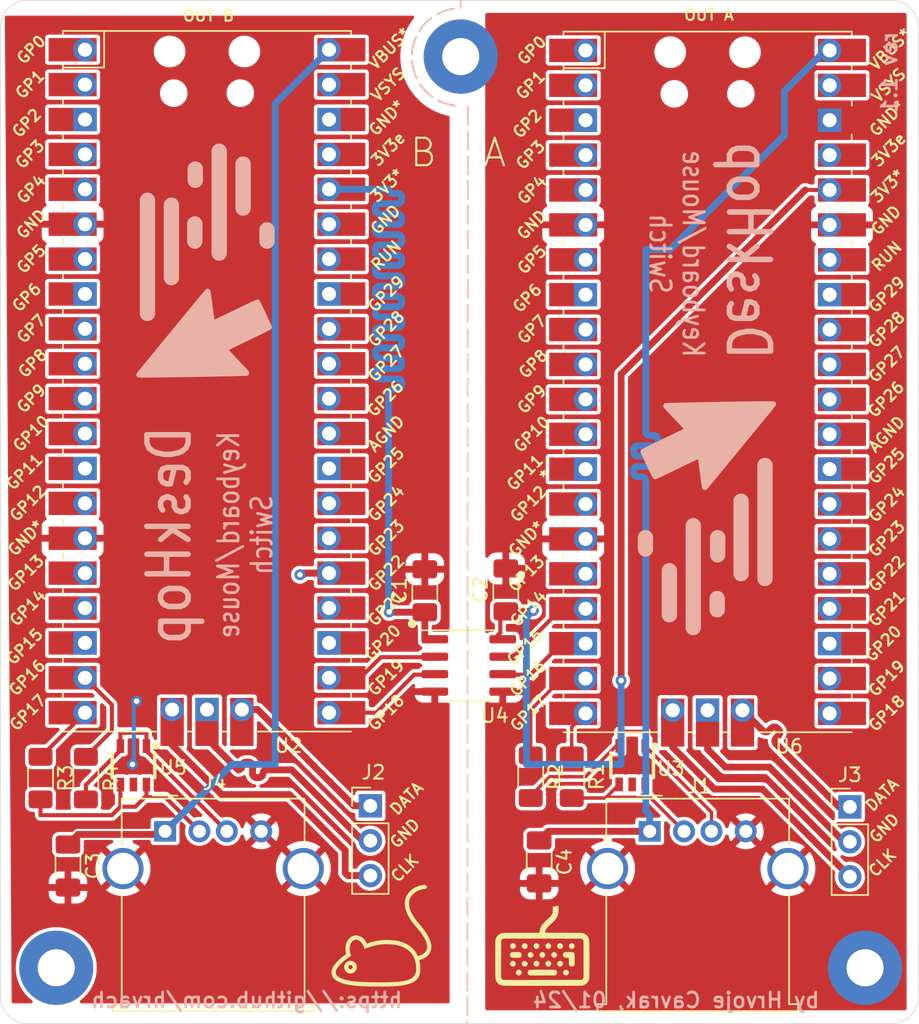
<source format=kicad_pcb>
(kicad_pcb (version 20240108) (generator "pcbnew") (generator_version "8.0")
  (layers (0 "F.Cu" signal) (31 "B.Cu" signal) (34 "B.Paste" user) (35 "F.Paste" user) (36 "B.SilkS" user "B.Silkscreen") (37 "F.SilkS" user "F.Silkscreen") (38 "B.Mask" user) (39 "F.Mask" user) (44 "Edge.Cuts" user))
  (net 0 "")
  (net 1 "GND1")
  (net 2 "Net-(U4-VDD2)")
  (net 3 "3V3")
  (net 4 "Net-(J3-Pin_1)")
  (net 5 "Net-(J3-Pin_3)")
  (net 27 "VBUS2")
  (net 30 "VBUS1")
  (net 55 "/AD+")
  (net 57 "GND2")
  (net 58 "Net-(J3-Pin_2)")
  (net 59 "Net-(U2-GPIO17)")
  (net 60 "UART A TX")
  (net 61 "UART A RX")
  (net 62 "UART B TX")
  (net 63 "UART B RX")
  (net 68 "/AD-")
  (net 69 "OA-")
  (net 70 "OA+")
  (net 71 "OB-")
  (net 72 "OB+")
  (net 79 "Net-(U2-GPIO16)")
  (net 83 "unconnected-(U2-GPIO22-Pad25)")
  (net 86 "Net-(J2-Pin_3)")
  (net 87 "Net-(J2-Pin_2)")
  (net 88 "Net-(J2-Pin_1)")
  (net 89 "GND")
  (footprint "RP2040:RPi_Pico_USBC_CUSTOM_SMD_TH" (layer "F.Cu") (at 85.3 68.86)
    (property "Reference" "U6")
    (property "Value" "Pico Primary Custom")
  )
  (footprint "Capacitor_SMD:C_1206_3216Metric_Pad1.33x1.80mm_HandSolder" (layer "F.Cu") (at 70.6 84 90)
    (property "Reference" "C2")
    (property "Value" "100n")
  )
  (footprint "Connector_USB:USB_A_Molex_67643_Horizontal" (layer "F.Cu") (at 45.776 101.574)
    (property "Reference" "J4")
    (property "Value" "Mouse In" (hide yes))
  )
  (footprint "Connector_PinHeader_2.54mm:PinHeader_1x03_P2.54mm_Vertical" (layer "F.Cu") (at 95.6675 99.7958)
    (property "Reference" "J3")
    (property "Value" "Debug1")
  )
  (footprint "Capacitor_SMD:C_1206_3216Metric_Pad1.33x1.80mm_HandSolder" (layer "F.Cu") (at 73.03 103.8 -90)
    (property "Reference" "C4")
    (property "Value" "4.7uF")
  )
  (footprint "Library:TPD4E1U06DBVR" (layer "F.Cu") (at 79.8065 96.76 90)
    (property "Reference" "U3")
    (property "Value" "TPD4E1U06DBVR")
  )
  (footprint "Capacitor_SMD:C_1206_3216Metric_Pad1.33x1.80mm_HandSolder" (layer "F.Cu") (at 64.7 84.0625 90)
    (property "Reference" "C1")
    (property "Value" "100n")
  )
  (footprint "MountingHole:MountingHole_2.7mm_M2.5_Pad_TopBottom" (layer "F.Cu") (at 96.774 111.506)
    (property "Reference" "H2" (hide yes))
    (property "Value" "MountingHole_Pad" (hide yes))
  )
  (footprint "Resistor_SMD:R_1206_3216Metric_Pad1.30x1.75mm_HandSolder" (layer "F.Cu") (at 36.7 97.7 -90)
    (property "Reference" "R3")
    (property "Value" "27")
  )
  (footprint "Resistor_SMD:R_1206_3216Metric_Pad1.30x1.75mm_HandSolder" (layer "F.Cu") (at 72.4124 97.6 -90)
    (property "Reference" "R2")
    (property "Value" "27")
  )
  (footprint "Connector_USB:USB_A_Molex_67643_Horizontal" (layer "F.Cu") (at 81.082 101.574)
    (property "Reference" "J1")
    (property "Value" "Keyboard In" (hide yes))
  )
  (footprint "Library:TPD4E1U06DBVR" (layer "F.Cu") (at 43.47 96.77 90)
    (property "Reference" "U5")
    (property "Value" "TPD4E1U06DBVR")
  )
  (footprint "Resistor_SMD:R_1206_3216Metric_Pad1.30x1.75mm_HandSolder" (layer "F.Cu") (at 75.4 97.6 -90)
    (property "Reference" "R1")
    (property "Value" "27")
  )
  (footprint "MountingHole:MountingHole_2.7mm_M2.5_Pad_TopBottom" (layer "F.Cu") (at 37.846 111.506)
    (property "Reference" "H1" (hide yes))
    (property "Value" "MountingHole_Pad" (hide yes))
  )
  (footprint "Package_SO:SOIC-8_3.9x4.9mm_P1.27mm" (layer "F.Cu") (at 67.9 89.5)
    (property "Reference" "U4")
    (property "Value" "ADuM1201BR")
  )
  (footprint "Resistor_SMD:R_1206_3216Metric_Pad1.30x1.75mm_HandSolder" (layer "F.Cu") (at 40.005 97.7 -90)
    (property "Reference" "R4")
    (property "Value" "27")
  )
  (footprint "Capacitor_SMD:C_1206_3216Metric_Pad1.33x1.80mm_HandSolder" (layer "F.Cu") (at 38.7 104.1 -90)
    (property "Reference" "C3")
    (property "Value" "4.7uF")
  )
  (footprint "Connector_PinHeader_2.54mm:PinHeader_1x03_P2.54mm_Vertical" (layer "F.Cu") (at 60.731 99.7179)
    (property "Reference" "J2")
    (property "Value" "Debug2")
  )
  (footprint "RP2040:RPi_Pico_USBC_CUSTOM_SMD_TH" (layer "F.Cu") (at 48.83 68.81)
    (property "Reference" "U2")
    (property "Value" "Pico Primary Custom")
  )
  (footprint "MountingHole:MountingHole_2.7mm_M2.5_Pad_TopBottom" (layer "F.Cu") (at 67.3155 45.179)
    (property "Reference" "H3" (hide yes))
    (property "Value" "MountingHole_Pad")
  )
  (gr_line (start 67.828217 48.830767) (end 67.8 115.5) (stroke (width 0.12) (type dash)) (layer "B.SilkS"))
  (gr_poly (pts (xy 86.557888 85.472926) (xy 86.555873 85.500493) (xy 86.552512 85.527828) (xy 86.547825 85.554884) (xy 86.54183 85.581615) (xy 86.534547 85.607975) (xy 86.525995 85.633919) (xy 86.516191 85.6594) (xy 86.505156 85.684372) (xy 86.492909 85.708789) (xy 86.479468 85.732606) (xy 86.464852 85.755777) (xy 86.449081 85.778255) (xy 86.432173 85.799994) (xy 86.414148 85.820949) (xy 86.395023 85.841073) (xy 86.374925 85.860225) (xy 86.353995 85.878279) (xy 86.33228 85.895216) (xy 86.309825 85.911018) (xy 86.286678 85.925665) (xy 86.262884 85.939138) (xy 86.23849 85.951419) (xy 86.213541 85.962488) (xy 86.188085 85.972326) (xy 86.162167 85.980914) (xy 86.135833 85.988233) (xy 86.109131 85.994264) (xy 86.082106 85.998988) (xy 86.054804 86.002386) (xy 86.027271 86.004438) (xy 85.999555 86.005127) (xy 85.971802 86.004428) (xy 85.944238 86.002365) (xy 85.916909 85.998957) (xy 85.889861 85.994223) (xy 85.863141 85.988182) (xy 85.836793 85.980853) (xy 85.810864 85.972255) (xy 85.7854 85.962408) (xy 85.760447 85.951329) (xy 85.736051 85.93904) (xy 85.712257 85.925558) (xy 85.689112 85.910902) (xy 85.666661 85.895092) (xy 85.644951 85.878147) (xy 85.624028 85.860085) (xy 85.603937 85.840927) (xy 85.584821 85.820796) (xy 85.566803 85.799835) (xy 85.549904 85.778089) (xy 85.534141 85.755606) (xy 85.519534 85.73243) (xy 85.506102 85.708608) (xy 85.493864 85.684186) (xy 85.482838 85.65921) (xy 85.473045 85.633725) (xy 85.464502 85.607778) (xy 85.457228 85.581415) (xy 85.451243 85.554682) (xy 85.446566 85.527624) (xy 85.443216 85.500289) (xy 85.441211 85.47272) (xy 85.44057 85.444966) (xy 85.44057 84.629332) (xy 85.441309 84.600571) (xy 85.443478 84.572188) (xy 85.447042 84.544218) (xy 85.451966 84.516696) (xy 85.458215 84.489656) (xy 85.465754 84.463135) (xy 85.474547 84.437167) (xy 85.48456 84.411787) (xy 85.495758 84.387031) (xy 85.508106 84.362932) (xy 85.521568 84.339528) (xy 85.536109 84.316852) (xy 85.551694 84.294939) (xy 85.568289 84.273825) (xy 85.585858 84.253546) (xy 85.604365 84.234135) (xy 85.623777 84.215628) (xy 85.644057 84.19806) (xy 85.665171 84.181466) (xy 85.687084 84.165882) (xy 85.70976 84.151341) (xy 85.733164 84.137881) (xy 85.757262 84.125535) (xy 85.782019 84.114338) (xy 85.807398 84.104326) (xy 85.833365 84.095534) (xy 85.859886 84.087997) (xy 85.886924 84.081749) (xy 85.914445 84.076827) (xy 85.942414 84.073265) (xy 85.970796 84.071098) (xy 85.999555 84.070361) (xy 86.028315 84.071099) (xy 86.056698 84.073266) (xy 86.084668 84.076829) (xy 86.112191 84.081752) (xy 86.13923 84.088001) (xy 86.165751 84.095539) (xy 86.19172 84.104331) (xy 86.2171 84.114344) (xy 86.241856 84.125541) (xy 86.265955 84.137888) (xy 86.28936 84.151349) (xy 86.312036 84.16589) (xy 86.333949 84.181475) (xy 86.355063 84.198069) (xy 86.375343 84.215637) (xy 86.394754 84.234145) (xy 86.413262 84.253556) (xy 86.43083 84.273837) (xy 86.447424 84.294951) (xy 86.463009 84.316863) (xy 86.47755 84.33954) (xy 86.491011 84.362945) (xy 86.503358 84.387043) (xy 86.514555 84.4118) (xy 86.524568 84.43718) (xy 86.533361 84.463148) (xy 86.540899 84.48967) (xy 86.547147 84.516709) (xy 86.55207 84.544232) (xy 86.555633 84.572202) (xy 86.557801 84.600585) (xy 86.558539 84.629345) (xy 86.558539 85.445172)) (fill solid) (layer "B.SilkS"))
  (gr_poly (pts (xy 43.680338 68.319893) (xy 43.681913 68.306453) (xy 43.6845 68.293012) (xy 43.688092 68.279572) (xy 43.692683 68.266132) (xy 43.698267 68.252691) (xy 43.704837 68.239251) (xy 43.865379 68.034812) (xy 44.285772 67.517686) (xy 45.651752 65.856875) (xy 47.176311 64.006844) (xy 48.138775 62.833577) (xy 48.261585 62.683427) (xy 48.374681 62.547112) (xy 48.47659 62.426215) (xy 48.565841 62.322316) (xy 48.64096 62.236996) (xy 48.700477 62.171837) (xy 48.723924 62.147311) (xy 48.742918 62.128418) (xy 48.757276 62.115356) (xy 48.766813 62.108321) (xy 48.773279 62.105162) (xy 48.780075 62.102028) (xy 48.794416 62.095932) (xy 48.809346 62.090233) (xy 48.816878 62.087594) (xy 48.824374 62.085128) (xy 48.831772 62.082859) (xy 48.839011 62.080813) (xy 48.846029 62.079014) (xy 48.852766 62.077487) (xy 48.85916 62.076256) (xy 48.865149 62.075346) (xy 48.870674 62.074782) (xy 48.875671 62.074589) (xy 48.882416 62.074785) (xy 48.889291 62.075364) (xy 48.896282 62.076316) (xy 48.903371 62.077628) (xy 48.910543 62.079289) (xy 48.917782 62.081288) (xy 48.925072 62.083612) (xy 48.932396 62.086251) (xy 48.947082 62.092424) (xy 48.961714 62.099716) (xy 48.976161 62.108033) (xy 48.990295 62.117283) (xy 49.003987 62.127372) (xy 49.017109 62.138209) (xy 49.029531 62.149701) (xy 49.041125 62.161755) (xy 49.051762 62.174278) (xy 49.056681 62.180687) (xy 49.061313 62.187178) (xy 49.065641 62.19374) (xy 49.069649 62.200362) (xy 49.073321 62.207032) (xy 49.076641 62.213738) (xy 49.083986 62.246795) (xy 49.09614 62.317703) (xy 49.132124 62.555281) (xy 49.179096 62.890895) (xy 49.231562 63.288967) (xy 49.282657 63.683352) (xy 49.326301 64.008953) (xy 49.358164 64.231773) (xy 49.368325 64.294017) (xy 49.371726 64.310987) (xy 49.373917 64.317816) (xy 49.407813 64.305686) (xy 49.499066 64.265044) (xy 49.828719 64.110677) (xy 50.902141 63.596779) (xy 51.29747 63.405451) (xy 51.626414 63.247329) (xy 51.894026 63.120041) (xy 52.105359 63.021215) (xy 52.265468 62.948479) (xy 52.379405 62.899461) (xy 52.420638 62.883106) (xy 52.452224 62.87179) (xy 52.474793 62.865218) (xy 52.488979 62.863094) (xy 52.496447 62.863241) (xy 52.503932 62.86368) (xy 52.511424 62.864407) (xy 52.518915 62.865416) (xy 52.526397 62.866703) (xy 52.533862 62.868263) (xy 52.5413 62.870093) (xy 52.548704 62.872186) (xy 52.556065 62.874538) (xy 52.563375 62.877145) (xy 52.577807 62.883106) (xy 52.591932 62.89003) (xy 52.605683 62.897881) (xy 52.618992 62.90662) (xy 52.631793 62.916213) (xy 52.644018 62.926621) (xy 52.649893 62.932119) (xy 52.655599 62.937807) (xy 52.661127 62.94368) (xy 52.666468 62.949734) (xy 52.671616 62.955964) (xy 52.67656 62.962365) (xy 52.681292 62.968933) (xy 52.685805 62.975664) (xy 52.690089 62.982551) (xy 52.694137 62.989592) (xy 52.770874 63.142658) (xy 52.887256 63.383975) (xy 53.17772 64.000519) (xy 53.443066 64.577533) (xy 53.52805 64.769438) (xy 53.56083 64.853326) (xy 53.561467 64.862624) (xy 53.561791 64.871575) (xy 53.561782 64.880231) (xy 53.561424 64.888639) (xy 53.560697 64.896849) (xy 53.559583 64.904911) (xy 53.558064 64.912875) (xy 53.556122 64.920789) (xy 53.553738 64.928703) (xy 53.550894 64.936667) (xy 53.547573 64.94473) (xy 53.543754 64.952941) (xy 53.539421 64.96135) (xy 53.534555 64.970006) (xy 53.529138 64.978958) (xy 53.523151 64.988257) (xy 53.500923 65.012708) (xy 53.455241 65.04551) (xy 53.375214 65.092246) (xy 53.24995 65.158501) (xy 52.820137 65.3719) (xy 52.078662 65.730376) (xy 50.550439 66.472498) (xy 50.420647 66.535748) (xy 50.889582 67.037523) (xy 51.231244 67.394312) (xy 51.368672 67.538212) (xy 51.485959 67.661514) (xy 51.584699 67.766013) (xy 51.627612 67.811774) (xy 51.666486 67.853509) (xy 51.701521 67.891442) (xy 51.732916 67.925797) (xy 51.760869 67.956801) (xy 51.785582 67.984676) (xy 51.807252 68.009649) (xy 51.82608 68.031943) (xy 51.842264 68.051784) (xy 51.856005 68.069395) (xy 51.8675 68.085003) (xy 51.87695 68.09883) (xy 51.884554 68.111103) (xy 51.887726 68.116726) (xy 51.890511 68.122045) (xy 51.892935 68.127088) (xy 51.895021 68.131882) (xy 51.896796 68.136456) (xy 51.898283 68.140838) (xy 51.899508 68.145055) (xy 51.900496 68.149137) (xy 51.90186 68.157005) (xy 51.902573 68.164666) (xy 51.902836 68.172345) (xy 51.902808 68.188654) (xy 51.902661 68.197744) (xy 51.902225 68.206822) (xy 51.901503 68.215874) (xy 51.900501 68.22489) (xy 51.899223 68.233856) (xy 51.897674 68.242761) (xy 51.895858 68.251591) (xy 51.893779 68.260335) (xy 51.891443 68.26898) (xy 51.888854 68.277514) (xy 51.886017 68.285924) (xy 51.882936 68.294199) (xy 51.879616 68.302325) (xy 51.876061 68.310291) (xy 51.872276 68.318084) (xy 51.868266 68.325691) (xy 51.864035 68.333101) (xy 51.859587 68.340301) (xy 51.854928 68.347278) (xy 51.850063 68.354021) (xy 51.844995 68.360517) (xy 51.839729 68.366753) (xy 51.83427 68.372718) (xy 51.828622 68.378398) (xy 51.82279 68.383782) (xy 51.816779 68.388858) (xy 51.810593 68.393612) (xy 51.804237 68.398032) (xy 51.797716 68.402107) (xy 51.791034 68.405823) (xy 51.784195 68.409169) (xy 51.777204 68.412132) (xy 50.505889 68.451597) (xy 47.789696 68.503317) (xy 45.077428 68.543177) (xy 43.817886 68.547063) (xy 43.812251 68.543658) (xy 43.806364 68.539791) (xy 43.80027 68.53549) (xy 43.79401 68.530789) (xy 43.787627 68.525717) (xy 43.781165 68.520305) (xy 43.774667 68.514584) (xy 43.768174 68.508585) (xy 43.76173 68.502339) (xy 43.755378 68.495878) (xy 43.74916 68.489231) (xy 43.74312 68.482429) (xy 43.7373 68.475505) (xy 43.731742 68.468487) (xy 43.726491 68.461409) (xy 43.721589 68.454299) (xy 43.721577 68.454297) (xy 43.712698 68.440857) (xy 43.704891 68.427416) (xy 43.698152 68.413976) (xy 43.692473 68.400536) (xy 43.68785 68.387095) (xy 43.684275 68.373655) (xy 43.681743 68.360214) (xy 43.680246 68.346774) (xy 43.67978 68.333334)) (fill solid) (layer "B.SilkS"))
  (gr_poly (pts (xy 47.417283 53.33854) (xy 47.419298 53.310973) (xy 47.422659 53.283638) (xy 47.427346 53.256582) (xy 47.433341 53.229851) (xy 47.440624 53.203491) (xy 47.449176 53.177547) (xy 47.45898 53.152066) (xy 47.470015 53.127094) (xy 47.482262 53.102677) (xy 47.495703 53.07886) (xy 47.510319 53.055689) (xy 47.52609 53.033211) (xy 47.542998 53.011472) (xy 47.561023 52.990517) (xy 47.580148 52.970393) (xy 47.600246 52.951241) (xy 47.621176 52.933187) (xy 47.642891 52.91625) (xy 47.665346 52.900448) (xy 47.688493 52.885801) (xy 47.712287 52.872328) (xy 47.736681 52.860047) (xy 47.76163 52.848978) (xy 47.787086 52.83914) (xy 47.813004 52.830552) (xy 47.839338 52.823233) (xy 47.86604 52.817202) (xy 47.893065 52.812478) (xy 47.920367 52.80908) (xy 47.9479 52.807028) (xy 47.975616 52.806339) (xy 48.003369 52.807038) (xy 48.030933 52.809101) (xy 48.058262 52.812509) (xy 48.08531 52.817243) (xy 48.11203 52.823284) (xy 48.138378 52.830613) (xy 48.164307 52.839211) (xy 48.189771 52.849058) (xy 48.214724 52.860137) (xy 48.23912 52.872426) (xy 48.262914 52.885908) (xy 48.286059 52.900564) (xy 48.30851 52.916374) (xy 48.33022 52.933319) (xy 48.351143 52.951381) (xy 48.371234 52.970539) (xy 48.39035 52.99067) (xy 48.408368 53.011631) (xy 48.425267 53.033377) (xy 48.44103 53.05586) (xy 48.455637 53.079036) (xy 48.469069 53.102858) (xy 48.481307 53.12728) (xy 48.492333 53.152256) (xy 48.502126 53.177741) (xy 48.510669 53.203688) (xy 48.517943 53.230051) (xy 48.523928 53.256784) (xy 48.528605 53.283842) (xy 48.531955 53.311177) (xy 48.53396 53.338746) (xy 48.534601 53.3665) (xy 48.534601 54.182134) (xy 48.533862 54.210895) (xy 48.531693 54.239278) (xy 48.528129 54.267248) (xy 48.523205 54.29477) (xy 48.516956 54.32181) (xy 48.509417 54.348331) (xy 48.500624 54.374299) (xy 48.490611 54.399679) (xy 48.479413 54.424435) (xy 48.467065 54.448534) (xy 48.453603 54.471938) (xy 48.439062 54.494614) (xy 48.423477 54.516527) (xy 48.406882 54.537641) (xy 48.389313 54.55792) (xy 48.370806 54.577331) (xy 48.351394 54.595838) (xy 48.331114 54.613406) (xy 48.31 54.63) (xy 48.288087 54.645584) (xy 48.265411 54.660125) (xy 48.242007 54.673585) (xy 48.217909 54.685931) (xy 48.193152 54.697128) (xy 48.167773 54.70714) (xy 48.141806 54.715932) (xy 48.115285 54.723469) (xy 48.088247 54.729717) (xy 48.060726 54.734639) (xy 48.032757 54.738201) (xy 48.004375 54.740368) (xy 47.975616 54.741105) (xy 47.946856 54.740367) (xy 47.918473 54.7382) (xy 47.890503 54.734637) (xy 47.86298 54.729714) (xy 47.835941 54.723465) (xy 47.80942 54.715927) (xy 47.783451 54.707135) (xy 47.758071 54.697122) (xy 47.733315 54.685925) (xy 47.709216 54.673578) (xy 47.685811 54.660117) (xy 47.663135 54.645576) (xy 47.641222 54.629991) (xy 47.620108 54.613397) (xy 47.599828 54.595829) (xy 47.580417 54.577321) (xy 47.561909 54.55791) (xy 47.544341 54.537629) (xy 47.527747 54.516515) (xy 47.512162 54.494603) (xy 47.497621 54.471926) (xy 47.48416 54.448521) (xy 47.471813 54.424423) (xy 47.460616 54.399666) (xy 47.450603 54.374286) (xy 47.44181 54.348318) (xy 47.434272 54.321796) (xy 47.428024 54.294757) (xy 47.423101 54.267234) (xy 47.419538 54.239264) (xy 47.41737 54.210881) (xy 47.416632 54.182121) (xy 47.416632 53.366294)) (fill solid) (layer "B.SilkS"))
  (gr_arc (start 66.937741 48.748461) (mid 63.758888 45.025614) (end 67.31 41.656) (stroke (width 0.12) (type dash)) (layer "B.SilkS"))
  (gr_poly (pts (xy 83.074992 85.835854) (xy 83.072824 85.864237) (xy 83.06926 85.892207) (xy 83.064336 85.91973) (xy 83.058087 85.946769) (xy 83.050548 85.97329) (xy 83.041754 85.999258) (xy 83.031741 86.024638) (xy 83.020543 86.049395) (xy 83.008195 86.073493) (xy 82.994734 86.096897) (xy 82.980192 86.119574) (xy 82.964607 86.141486) (xy 82.948012 86.1626) (xy 82.930444 86.18288) (xy 82.911936 86.202291) (xy 82.892525 86.220798) (xy 82.872244 86.238366) (xy 82.85113 86.254959) (xy 82.829218 86.270544) (xy 82.806541 86.285084) (xy 82.783137 86.298545) (xy 82.759039 86.310891) (xy 82.734283 86.322087) (xy 82.708903 86.332099) (xy 82.682936 86.340891) (xy 82.656416 86.348429) (xy 82.629377 86.354676) (xy 82.601856 86.359598) (xy 82.573887 86.36316) (xy 82.545506 86.365327) (xy 82.516747 86.366064) (xy 82.487986 86.365327) (xy 82.459603 86.363159) (xy 82.431632 86.359596) (xy 82.40411 86.354673) (xy 82.37707 86.348425) (xy 82.350549 86.340887) (xy 82.32458 86.332094) (xy 82.2992 86.322082) (xy 82.274443 86.310885) (xy 82.250344 86.298538) (xy 82.226939 86.285077) (xy 82.204263 86.270537) (xy 82.18235 86.254952) (xy 82.161236 86.238358) (xy 82.140955 86.220789) (xy 82.121544 86.202282) (xy 82.103036 86.182871) (xy 82.085468 86.162591) (xy 82.068874 86.141477) (xy 82.053288 86.119564) (xy 82.038748 86.096887) (xy 82.025286 86.073482) (xy 82.012939 86.049384) (xy 82.001742 86.024627) (xy 81.991729 85.999247) (xy 81.982936 85.973279) (xy 81.975398 85.946757) (xy 81.96915 85.919717) (xy 81.964227 85.892195) (xy 81.960663 85.864224) (xy 81.958495 85.835841) (xy 81.957758 85.80708) (xy 81.957758 82.601993) (xy 81.958496 82.573231) (xy 81.960664 82.544848) (xy 81.964228 82.516878) (xy 81.969152 82.489355) (xy 81.975401 82.462316) (xy 81.982939 82.435794) (xy 81.991733 82.409826) (xy 82.001746 82.384446) (xy 82.012944 82.359689) (xy 82.025291 82.335591) (xy 82.038753 82.312186) (xy 82.053294 82.28951) (xy 82.06888 82.267597) (xy 82.085474 82.246483) (xy 82.103043 82.226203) (xy 82.121551 82.206792) (xy 82.140962 82.188285) (xy 82.161243 82.170717) (xy 82.182357 82.154124) (xy 82.20427 82.138539) (xy 82.226947 82.123999) (xy 82.250351 82.110538) (xy 82.27445 82.098192) (xy 82.299206 82.086995) (xy 82.324586 82.076983) (xy 82.350554 82.068191) (xy 82.377075 82.060654) (xy 82.404114 82.054406) (xy 82.431635 82.049484) (xy 82.459605 82.045921) (xy 82.487987 82.043754) (xy 82.516747 82.043017) (xy 82.545507 82.043755) (xy 82.57389 82.045923) (xy 82.60186 82.049486) (xy 82.629383 82.054409) (xy 82.656422 82.060658) (xy 82.682944 82.068196) (xy 82.708912 82.076989) (xy 82.734292 82.087001) (xy 82.759048 82.098198) (xy 82.783147 82.110545) (xy 82.806552 82.124006) (xy 82.829228 82.138547) (xy 82.851141 82.154132) (xy 82.872255 82.170726) (xy 82.892535 82.188295) (xy 82.911946 82.206802) (xy 82.930454 82.226213) (xy 82.948022 82.246494) (xy 82.964616 82.267608) (xy 82.980201 82.28952) (xy 82.994742 82.312197) (xy 83.008203 82.335602) (xy 83.02055 82.3597) (xy 83.031747 82.384457) (xy 83.04176 82.409837) (xy 83.050553 82.435805) (xy 83.058091 82.462326) (xy 83.064339 82.489366) (xy 83.069262 82.516888) (xy 83.072825 82.544858) (xy 83.074993 82.573241) (xy 83.075731 82.602002) (xy 83.075731 85.807094)) (fill solid) (layer "B.SilkS"))
  (gr_poly (pts (xy 52.641587 57.765058) (xy 52.643756 57.736675) (xy 52.647319 57.708705) (xy 52.652243 57.681183) (xy 52.658492 57.654144) (xy 52.666031 57.627623) (xy 52.674825 57.601655) (xy 52.684838 57.576275) (xy 52.696036 57.551518) (xy 52.708383 57.52742) (xy 52.721845 57.504016) (xy 52.736386 57.48134) (xy 52.751972 57.459428) (xy 52.768566 57.438314) (xy 52.786135 57.418034) (xy 52.804643 57.398624) (xy 52.824054 57.380117) (xy 52.844335 57.362549) (xy 52.865449 57.345955) (xy 52.887361 57.330371) (xy 52.910038 57.315831) (xy 52.933442 57.30237) (xy 52.95754 57.290024) (xy 52.982296 57.278828) (xy 53.007676 57.268816) (xy 53.033643 57.260024) (xy 53.060164 57.252487) (xy 53.087202 57.246239) (xy 53.114723 57.241317) (xy 53.142692 57.237754) (xy 53.171074 57.235587) (xy 53.199833 57.23485) (xy 53.228594 57.235588) (xy 53.256977 57.237756) (xy 53.284947 57.241319) (xy 53.312469 57.246242) (xy 53.339509 57.252491) (xy 53.36603 57.260029) (xy 53.391998 57.268822) (xy 53.417378 57.278834) (xy 53.442135 57.290031) (xy 53.466233 57.302378) (xy 53.489638 57.31584) (xy 53.512315 57.33038) (xy 53.534228 57.345965) (xy 53.555342 57.362559) (xy 53.575622 57.380128) (xy 53.595033 57.398635) (xy 53.613541 57.418046) (xy 53.631109 57.438327) (xy 53.647703 57.459441) (xy 53.663288 57.481353) (xy 53.677829 57.50403) (xy 53.69129 57.527435) (xy 53.703637 57.551533) (xy 53.714834 57.57629) (xy 53.724847 57.60167) (xy 53.73364 57.627638) (xy 53.741178 57.654159) (xy 53.747426 57.681199) (xy 53.752349 57.708721) (xy 53.755912 57.736691) (xy 53.75808 57.765074) (xy 53.758817 57.793835) (xy 53.758817 58.61065) (xy 53.758079 58.639411) (xy 53.75591 58.667793) (xy 53.752346 58.695764) (xy 53.747422 58.723286) (xy 53.741174 58.750325) (xy 53.733635 58.776846) (xy 53.724841 58.802814) (xy 53.714828 58.828194) (xy 53.70363 58.85295) (xy 53.691283 58.877048) (xy 53.677821 58.900453) (xy 53.66328 58.923129) (xy 53.647694 58.945041) (xy 53.631099 58.966154) (xy 53.613531 58.986434) (xy 53.595023 59.005845) (xy 53.575612 59.024352) (xy 53.555331 59.04192) (xy 53.534217 59.058513) (xy 53.512304 59.074098) (xy 53.489628 59.088638) (xy 53.466224 59.102098) (xy 53.442126 59.114444) (xy 53.417369 59.125641) (xy 53.39199 59.135653) (xy 53.366022 59.144445) (xy 53.339502 59.151982) (xy 53.312463 59.15823) (xy 53.284942 59.163152) (xy 53.256973 59.166714) (xy 53.228592 59.168881) (xy 53.199833 59.169618) (xy 53.171072 59.168881) (xy 53.142689 59.166713) (xy 53.114719 59.163149) (xy 53.087197 59.158226) (xy 53.060157 59.151978) (xy 53.033636 59.14444) (xy 53.007668 59.135647) (xy 52.982287 59.125634) (xy 52.957531 59.114437) (xy 52.933432 59.10209) (xy 52.910027 59.088629) (xy 52.887351 59.074088) (xy 52.865438 59.058503) (xy 52.844324 59.041909) (xy 52.824044 59.024341) (xy 52.804632 59.005834) (xy 52.786125 58.986422) (xy 52.768557 58.966142) (xy 52.751962 58.945028) (xy 52.736377 58.923115) (xy 52.721837 58.900439) (xy 52.708375 58.877034) (xy 52.696029 58.852936) (xy 52.684831 58.828179) (xy 52.674819 58.802799) (xy 52.666026 58.776831) (xy 52.658488 58.750309) (xy 52.65224 58.72327) (xy 52.647317 58.695748) (xy 52.643754 58.667778) (xy 52.641586 58.639395) (xy 52.640848 58.610634) (xy 52.640848 57.793819)) (fill solid) (layer "B.SilkS"))
  (gr_poly (pts (xy 81.333584 81.046408) (xy 81.331415 81.074791) (xy 81.327852 81.102761) (xy 81.322928 81.130283) (xy 81.316679 81.157322) (xy 81.30914 81.183843) (xy 81.300346 81.209811) (xy 81.290333 81.235191) (xy 81.279135 81.259948) (xy 81.266788 81.284046) (xy 81.253326 81.30745) (xy 81.238785 81.330126) (xy 81.223199 81.352038) (xy 81.206605 81.373152) (xy 81.189036 81.393432) (xy 81.170528 81.412842) (xy 81.151117 81.431349) (xy 81.130836 81.448917) (xy 81.109722 81.465511) (xy 81.08781 81.481095) (xy 81.065133 81.495635) (xy 81.041729 81.509096) (xy 81.017631 81.521442) (xy 80.992875 81.532638) (xy 80.967495 81.54265) (xy 80.941528 81.551442) (xy 80.915007 81.558979) (xy 80.887969 81.565227) (xy 80.860448 81.570149) (xy 80.832479 81.573712) (xy 80.804097 81.575879) (xy 80.775338 81.576616) (xy 80.746577 81.575878) (xy 80.718194 81.57371) (xy 80.690224 81.570147) (xy 80.662702 81.565224) (xy 80.635662 81.558975) (xy 80.609141 81.551437) (xy 80.583173 81.542644) (xy 80.557793 81.532632) (xy 80.533036 81.521435) (xy 80.508938 81.509088) (xy 80.485533 81.495626) (xy 80.462856 81.481086) (xy 80.440943 81.465501) (xy 80.419829 81.448907) (xy 80.399549 81.431338) (xy 80.380138 81.412831) (xy 80.36163 81.39342) (xy 80.344062 81.373139) (xy 80.327468 81.352025) (xy 80.311883 81.330113) (xy 80.297342 81.307436) (xy 80.283881 81.284031) (xy 80.271534 81.259933) (xy 80.260337 81.235176) (xy 80.250324 81.209796) (xy 80.241531 81.183828) (xy 80.233993 81.157307) (xy 80.227745 81.130267) (xy 80.222822 81.102745) (xy 80.219259 81.074775) (xy 80.217091 81.046392) (xy 80.216354 81.017631) (xy 80.216354 80.200816) (xy 80.217092 80.172055) (xy 80.219261 80.143673) (xy 80.222825 80.115702) (xy 80.227749 80.08818) (xy 80.233997 80.061141) (xy 80.241536 80.03462) (xy 80.25033 80.008652) (xy 80.260343 79.983272) (xy 80.271541 79.958516) (xy 80.283888 79.934418) (xy 80.29735 79.911013) (xy 80.311891 79.888337) (xy 80.327477 79.866425) (xy 80.344072 79.845312) (xy 80.36164 79.825032) (xy 80.380148 79.805621) (xy 80.399559 79.787114) (xy 80.41984 79.769546) (xy 80.440954 79.752953) (xy 80.462867 79.737368) (xy 80.485543 79.722828) (xy 80.508947 79.709368) (xy 80.533045 79.697022) (xy 80.557802 79.685825) (xy 80.583181 79.675813) (xy 80.609149 79.667021) (xy 80.635669 79.659484) (xy 80.662708 79.653236) (xy 80.690229 79.648314) (xy 80.718198 79.644752) (xy 80.746579 79.642585) (xy 80.775338 79.641848) (xy 80.804099 79.642585) (xy 80.832482 79.644753) (xy 80.860452 79.648317) (xy 80.887974 79.65324) (xy 80.915014 79.659488) (xy 80.941535 79.667026) (xy 80.967503 79.675819) (xy 80.992884 79.685832) (xy 81.01764 79.697029) (xy 81.041739 79.709376) (xy 81.065144 79.722837) (xy 81.08782 79.737378) (xy 81.109733 79.752963) (xy 81.130847 79.769557) (xy 81.151127 79.787125) (xy 81.170539 79.805632) (xy 81.189046 79.825044) (xy 81.206614 79.845324) (xy 81.223209 79.866438) (xy 81.238794 79.888351) (xy 81.253334 79.911027) (xy 81.266796 79.934432) (xy 81.279142 79.95853) (xy 81.29034 79.983287) (xy 81.300352 80.008667) (xy 81.309145 80.034635) (xy 81.316683 80.061157) (xy 81.322931 80.088196) (xy 81.327854 80.115718) (xy 81.331417 80.143688) (xy 81.333585 80.172071) (xy 81.334323 80.200832) (xy 81.334323 81.017647)) (fill solid) (layer "B.SilkS"))
  (gr_poly (pts (xy 45.67596 55.96506) (xy 45.678129 55.936677) (xy 45.681693 55.908707) (xy 45.686617 55.881185) (xy 45.692866 55.854146) (xy 45.700405 55.827624) (xy 45.709198 55.801656) (xy 45.719211 55.776276) (xy 45.730409 55.75152) (xy 45.742757 55.727422) (xy 45.756219 55.704017) (xy 45.77076 55.681341) (xy 45.786345 55.659428) (xy 45.80294 55.638315) (xy 45.820509 55.618035) (xy 45.839016 55.598624) (xy 45.858428 55.580117) (xy 45.878708 55.562549) (xy 45.899822 55.545955) (xy 45.921735 55.530371) (xy 45.944411 55.515831) (xy 45.967815 55.50237) (xy 45.991913 55.490024) (xy 46.01667 55.478827) (xy 46.042049 55.468815) (xy 46.068016 55.460023) (xy 46.094537 55.452486) (xy 46.121575 55.446239) (xy 46.149096 55.441316) (xy 46.177065 55.437754) (xy 46.205447 55.435587) (xy 46.234206 55.43485) (xy 46.262966 55.435588) (xy 46.291349 55.437756) (xy 46.319319 55.441319) (xy 46.346842 55.446242) (xy 46.373881 55.45249) (xy 46.400402 55.460028) (xy 46.426371 55.468821) (xy 46.451751 55.478833) (xy 46.476507 55.49003) (xy 46.500606 55.502377) (xy 46.524011 55.515839) (xy 46.546687 55.530379) (xy 46.5686 55.545964) (xy 46.589714 55.562558) (xy 46.609994 55.580127) (xy 46.629405 55.598634) (xy 46.647913 55.618046) (xy 46.665481 55.638326) (xy 46.682075 55.65944) (xy 46.69766 55.681353) (xy 46.712201 55.704029) (xy 46.725662 55.727434) (xy 46.738009 55.751533) (xy 46.749206 55.776289) (xy 46.759219 55.801669) (xy 46.768012 55.827638) (xy 46.77555 55.854159) (xy 46.781798 55.881199) (xy 46.786721 55.908721) (xy 46.790284 55.936691) (xy 46.792452 55.965074) (xy 46.79319 55.993835) (xy 46.79319 61.268465) (xy 46.792451 61.297225) (xy 46.790282 61.325608) (xy 46.786719 61.353578) (xy 46.781794 61.381101) (xy 46.775546 61.40814) (xy 46.768007 61.434661) (xy 46.759213 61.460629) (xy 46.7492 61.486009) (xy 46.738002 61.510765) (xy 46.725654 61.534863) (xy 46.712192 61.558268) (xy 46.697651 61.580943) (xy 46.682066 61.602856) (xy 46.665471 61.623969) (xy 46.647903 61.644249) (xy 46.629395 61.66366) (xy 46.609983 61.682167) (xy 46.589703 61.699734) (xy 46.568589 61.716328) (xy 46.546677 61.731912) (xy 46.524 61.746452) (xy 46.500596 61.759913) (xy 46.476498 61.772259) (xy 46.451742 61.783456) (xy 46.426362 61.793467) (xy 46.400395 61.80226) (xy 46.373874 61.809797) (xy 46.346836 61.816044) (xy 46.319315 61.820967) (xy 46.291346 61.824529) (xy 46.262965 61.826696) (xy 46.234206 61.827433) (xy 46.205445 61.826695) (xy 46.177062 61.824527) (xy 46.149092 61.820964) (xy 46.121569 61.816041) (xy 46.09453 61.809793) (xy 46.068009 61.802255) (xy 46.042041 61.793462) (xy 46.016661 61.783449) (xy 45.991904 61.772252) (xy 45.967805 61.759905) (xy 45.944401 61.746444) (xy 45.921724 61.731903) (xy 45.899811 61.716318) (xy 45.878697 61.699724) (xy 45.858417 61.682156) (xy 45.839006 61.663648) (xy 45.820499 61.644237) (xy 45.80293 61.623957) (xy 45.786336 61.602843) (xy 45.770751 61.58093) (xy 45.75621 61.558254) (xy 45.742749 61.534849) (xy 45.730402 61.51075) (xy 45.719205 61.485994) (xy 45.709192 61.460614) (xy 45.7004 61.434646) (xy 45.692861 61.408124) (xy 45.686613 61.381085) (xy 45.68169 61.353563) (xy 45.678127 61.325592) (xy 45.675959 61.297209) (xy 45.675221 61.268449) (xy 45.675221 55.993821)) (fill solid) (layer "B.SilkS"))
  (gr_line (start 67.31 41.656) (end 67.31 41.148) (stroke (width 0.12)) (layer "B.SilkS"))
  (gr_poly (pts (xy 90.040712 83.198134) (xy 90.038707 83.225702) (xy 90.035355 83.253037) (xy 90.030677 83.280095) (xy 90.024691 83.306828) (xy 90.017417 83.33319) (xy 90.008873 83.359137) (xy 89.999079 83.384621) (xy 89.988052 83.409597) (xy 89.975813 83.434018) (xy 89.96238 83.45784) (xy 89.947773 83.481015) (xy 89.932009 83.503498) (xy 89.915109 83.525244) (xy 89.897091 83.546205) (xy 89.877973 83.566336) (xy 89.857882 83.585494) (xy 89.836957 83.603555) (xy 89.815247 83.6205) (xy 89.792796 83.636309) (xy 89.769651 83.650964) (xy 89.745858 83.664446) (xy 89.721462 83.676734) (xy 89.696509 83.687811) (xy 89.671046 83.697658) (xy 89.645118 83.706254) (xy 89.618772 83.713582) (xy 89.592053 83.719622) (xy 89.565007 83.724355) (xy 89.537681 83.727762) (xy 89.51012 83.729824) (xy 89.482369 83.730522) (xy 89.454616 83.729823) (xy 89.427053 83.72776) (xy 89.399724 83.724352) (xy 89.372676 83.719618) (xy 89.345956 83.713577) (xy 89.319608 83.706248) (xy 89.29368 83.69765) (xy 89.268216 83.687803) (xy 89.243263 83.676725) (xy 89.218867 83.664435) (xy 89.195073 83.650953) (xy 89.171929 83.636297) (xy 89.149478 83.620487) (xy 89.127768 83.603542) (xy 89.106845 83.585481) (xy 89.086754 83.566322) (xy 89.067638 83.546191) (xy 89.04962 83.52523) (xy 89.03272 83.503485) (xy 89.016958 83.481001) (xy 89.002351 83.457826) (xy 88.988918 83.434005) (xy 88.97668 83.409583) (xy 88.965654 83.384607) (xy 88.95586 83.359123) (xy 88.947317 83.333177) (xy 88.940044 83.306814) (xy 88.934059 83.280081) (xy 88.929381 83.253024) (xy 88.926031 83.225688) (xy 88.924026 83.19812) (xy 88.923385 83.170366) (xy 88.923385 74.938903) (xy 88.924133 74.910142) (xy 88.926312 74.88176) (xy 88.929885 74.853791) (xy 88.934818 74.82627) (xy 88.941076 74.799233) (xy 88.948624 74.772714) (xy 88.957425 74.746749) (xy 88.967446 74.721373) (xy 88.978652 74.69662) (xy 88.991006 74.672526) (xy 89.004473 74.649126) (xy 89.01902 74.626455) (xy 89.03461 74.604548) (xy 89.051209 74.58344) (xy 89.068781 74.563166) (xy 89.087291 74.543761) (xy 89.106704 74.525261) (xy 89.126985 74.5077) (xy 89.148098 74.491114) (xy 89.17001 74.475537) (xy 89.192683 74.461005) (xy 89.216085 74.447552) (xy 89.240178 74.435214) (xy 89.264928 74.424026) (xy 89.290301 74.414023) (xy 89.31626 74.40524) (xy 89.34277 74.397712) (xy 89.369798 74.391474) (xy 89.397306 74.386561) (xy 89.425261 74.383009) (xy 89.453627 74.380851) (xy 89.482369 74.380124) (xy 89.51113 74.380862) (xy 89.539513 74.38303) (xy 89.567484 74.386593) (xy 89.595006 74.391516) (xy 89.622046 74.397765) (xy 89.648567 74.405303) (xy 89.674536 74.414096) (xy 89.699916 74.424108) (xy 89.724673 74.435306) (xy 89.748771 74.447652) (xy 89.772176 74.461114) (xy 89.794852 74.475654) (xy 89.816765 74.49124) (xy 89.837879 74.507834) (xy 89.858159 74.525402) (xy 89.877571 74.54391) (xy 89.896078 74.563321) (xy 89.913646 74.583601) (xy 89.930241 74.604716) (xy 89.945826 74.626629) (xy 89.960366 74.649305) (xy 89.973827 74.67271) (xy 89.986174 74.696809) (xy 89.997371 74.721566) (xy 90.007384 74.746946) (xy 90.016176 74.772914) (xy 90.023714 74.799436) (xy 90.029962 74.826476) (xy 90.034885 74.853998) (xy 90.038448 74.881969) (xy 90.040616 74.910352) (xy 90.041354 74.939113) (xy 90.041354 83.170379)) (fill solid) (layer "B.SilkS"))
  (gr_poly (pts (xy 84.816494 86.767665) (xy 84.814488 86.795233) (xy 84.811136 86.822569) (xy 84.806458 86.849626) (xy 84.800473 86.876359) (xy 84.793198 86.902722) (xy 84.784655 86.928668) (xy 84.77486 86.954152) (xy 84.763834 86.979128) (xy 84.751595 87.00355) (xy 84.738162 87.027371) (xy 84.723554 87.050546) (xy 84.707791 87.07303) (xy 84.69089 87.094775) (xy 84.672872 87.115736) (xy 84.653755 87.135867) (xy 84.633663 87.155025) (xy 84.612739 87.173087) (xy 84.591028 87.190031) (xy 84.568578 87.205841) (xy 84.545433 87.220496) (xy 84.521639 87.233977) (xy 84.497243 87.246266) (xy 84.47229 87.257343) (xy 84.446827 87.267189) (xy 84.4209 87.275786) (xy 84.394553 87.283113) (xy 84.367834 87.289153) (xy 84.340789 87.293886) (xy 84.313462 87.297293) (xy 84.285901 87.299355) (xy 84.258151 87.300053) (xy 84.230398 87.299354) (xy 84.202834 87.297291) (xy 84.175505 87.293883) (xy 84.148458 87.289149) (xy 84.121737 87.283108) (xy 84.09539 87.275779) (xy 84.069461 87.267182) (xy 84.043997 87.257334) (xy 84.019044 87.246256) (xy 83.994648 87.233966) (xy 83.970855 87.220484) (xy 83.94771 87.205828) (xy 83.92526 87.190018) (xy 83.90355 87.173073) (xy 83.882626 87.155012) (xy 83.862535 87.135853) (xy 83.843419 87.115722) (xy 83.825401 87.094761) (xy 83.808502 87.073016) (xy 83.792739 87.050533) (xy 83.778132 87.027357) (xy 83.7647 87.003536) (xy 83.752461 86.979114) (xy 83.741436 86.954138) (xy 83.731642 86.928654) (xy 83.723098 86.902708) (xy 83.715825 86.876345) (xy 83.70984 86.849612) (xy 83.705163 86.822555) (xy 83.701812 86.795219) (xy 83.699807 86.767651) (xy 83.699166 86.739897) (xy 83.699166 79.327767) (xy 83.699905 79.299006) (xy 83.702074 79.270623) (xy 83.705638 79.242653) (xy 83.710562 79.215131) (xy 83.716811 79.188092) (xy 83.72435 79.161571) (xy 83.733143 79.135603) (xy 83.743157 79.110223) (xy 83.754354 79.085467) (xy 83.766702 79.061369) (xy 83.780164 79.037964) (xy 83.794705 79.015288) (xy 83.81029 78.993376) (xy 83.826885 78.972262) (xy 83.844454 78.951983) (xy 83.862961 78.932572) (xy 83.882373 78.914065) (xy 83.902653 78.896497) (xy 83.923767 78.879904) (xy 83.94568 78.864319) (xy 83.968356 78.849779) (xy 83.99176 78.836319) (xy 84.015858 78.823973) (xy 84.040615 78.812776) (xy 84.065994 78.802764) (xy 84.091961 78.793972) (xy 84.118482 78.786435) (xy 84.14552 78.780187) (xy 84.173041 78.775265) (xy 84.20101 78.771703) (xy 84.229392 78.769535) (xy 84.258151 78.768799) (xy 84.286911 78.769536) (xy 84.315294 78.771704) (xy 84.343264 78.775267) (xy 84.370787 78.780191) (xy 84.397826 78.786439) (xy 84.424347 78.793977) (xy 84.450316 78.80277) (xy 84.475696 78.812782) (xy 84.500452 78.82398) (xy 84.524551 78.836326) (xy 84.547956 78.849788) (xy 84.570632 78.864328) (xy 84.592545 78.879913) (xy 84.613659 78.896508) (xy 84.633939 78.914076) (xy 84.65335 78.932583) (xy 84.671858 78.951995) (xy 84.689426 78.972275) (xy 84.70602 78.993389) (xy 84.721605 79.015302) (xy 84.736146 79.037978) (xy 84.749607 79.061383) (xy 84.761954 79.085481) (xy 84.773151 79.110238) (xy 84.783164 79.135618) (xy 84.791957 79.161586) (xy 84.799495 79.188107) (xy 84.805743 79.215147) (xy 84.810666 79.242669) (xy 84.814229 79.270639) (xy 84.816397 79.299022) (xy 84.817135 79.327783) (xy 84.817135 86.739911)) (fill solid) (layer "B.SilkS"))
  (gr_poly (pts (xy 47.38217 57.334834) (xy 47.384233 57.30727) (xy 47.387641 57.279942) (xy 47.392375 57.252894) (xy 47.398416 57.226174) (xy 47.405744 57.199827) (xy 47.414342 57.173898) (xy 47.424189 57.148435) (xy 47.435267 57.123482) (xy 47.447557 57.099086) (xy 47.461039 57.075292) (xy 47.475695 57.052147) (xy 47.491505 57.029697) (xy 47.50845 57.007987) (xy 47.526512 56.987063) (xy 47.545671 56.966972) (xy 47.565803 56.947855) (xy 47.586764 56.929837) (xy 47.60851 56.912937) (xy 47.630993 56.897174) (xy 47.654169 56.882567) (xy 47.677991 56.869135) (xy 47.702413 56.856897) (xy 47.727389 56.845871) (xy 47.752874 56.836077) (xy 47.77882 56.827534) (xy 47.805183 56.820261) (xy 47.831916 56.814276) (xy 47.858974 56.809599) (xy 47.886309 56.806248) (xy 47.913878 56.804243) (xy 47.941632 56.803603) (xy 47.970393 56.80434) (xy 47.998776 56.806508) (xy 48.026746 56.810072) (xy 48.054268 56.814995) (xy 48.081308 56.821243) (xy 48.107829 56.828781) (xy 48.133797 56.837574) (xy 48.159177 56.847586) (xy 48.183934 56.858784) (xy 48.208032 56.871131) (xy 48.231437 56.884592) (xy 48.254113 56.899132) (xy 48.276026 56.914717) (xy 48.29714 56.931312) (xy 48.31742 56.94888) (xy 48.336832 56.967387) (xy 48.355339 56.986799) (xy 48.372907 57.007079) (xy 48.389502 57.028193) (xy 48.405087 57.050106) (xy 48.419627 57.072782) (xy 48.433089 57.096187) (xy 48.445435 57.120285) (xy 48.456633 57.145042) (xy 48.466645 57.170422) (xy 48.475438 57.19639) (xy 48.482976 57.222912) (xy 48.489224 57.249951) (xy 48.494148 57.277473) (xy 48.497711 57.305443) (xy 48.499879 57.333826) (xy 48.500616 57.362587) (xy 48.500616 58.60948) (xy 48.499878 58.638241) (xy 48.497709 58.666624) (xy 48.494145 58.694594) (xy 48.489221 58.722116) (xy 48.482972 58.749155) (xy 48.475433 58.775676) (xy 48.466639 58.801644) (xy 48.456626 58.827024) (xy 48.445428 58.851781) (xy 48.433081 58.875879) (xy 48.419619 58.899283) (xy 48.405078 58.921959) (xy 48.389492 58.943871) (xy 48.372898 58.964985) (xy 48.355329 58.985265) (xy 48.336821 59.004675) (xy 48.31741 59.023182) (xy 48.29713 59.04075) (xy 48.276016 59.057344) (xy 48.254103 59.072928) (xy 48.231427 59.087468) (xy 48.208022 59.100929) (xy 48.183924 59.113275) (xy 48.159168 59.124471) (xy 48.133789 59.134483) (xy 48.107821 59.143275) (xy 48.081301 59.150813) (xy 48.054263 59.15706) (xy 48.026741 59.161982) (xy 47.998773 59.165545) (xy 47.970391 59.167712) (xy 47.941632 59.168449) (xy 47.913878 59.167808) (xy 47.886309 59.165803) (xy 47.858974 59.162453) (xy 47.831916 59.157775) (xy 47.805183 59.151791) (xy 47.77882 59.144517) (xy 47.752874 59.135974) (xy 47.727389 59.126181) (xy 47.702413 59.115155) (xy 47.677991 59.102917) (xy 47.654169 59.089485) (xy 47.630993 59.074878) (xy 47.60851 59.059115) (xy 47.586764 59.042216) (xy 47.565803 59.024198) (xy 47.545671 59.005082) (xy 47.526512 58.984991) (xy 47.50845 58.964067) (xy 47.491505 58.942358) (xy 47.475695 58.919907) (xy 47.461039 58.896762) (xy 47.447557 58.872968) (xy 47.435267 58.848572) (xy 47.424189 58.823619) (xy 47.414342 58.798155) (xy 47.405744 58.772226) (xy 47.398416 58.745878) (xy 47.392375 58.719158) (xy 47.387641 58.69211) (xy 47.384233 58.664781) (xy 47.38217 58.637217) (xy 47.381471 58.609464) (xy 47.381471 57.362587)) (fill solid) (layer "B.SilkS"))
  (gr_poly (pts (xy 88.299211 82.846406) (xy 88.297042 82.874789) (xy 88.293478 82.902759) (xy 88.288554 82.930281) (xy 88.282305 82.95732) (xy 88.274766 82.983842) (xy 88.265973 83.00981) (xy 88.25596 83.03519) (xy 88.244762 83.059946) (xy 88.232414 83.084044) (xy 88.218952 83.107449) (xy 88.204411 83.130125) (xy 88.188826 83.152038) (xy 88.172231 83.173151) (xy 88.154662 83.193431) (xy 88.136155 83.212842) (xy 88.116743 83.231349) (xy 88.096463 83.248917) (xy 88.075349 83.265511) (xy 88.053436 83.281095) (xy 88.03076 83.295635) (xy 88.007356 83.309096) (xy 87.983258 83.321442) (xy 87.958501 83.332639) (xy 87.933122 83.342651) (xy 87.907155 83.351443) (xy 87.880634 83.35898) (xy 87.853596 83.365227) (xy 87.826075 83.37015) (xy 87.798106 83.373712) (xy 87.769724 83.375879) (xy 87.740965 83.376616) (xy 87.712205 83.375878) (xy 87.683822 83.37371) (xy 87.655852 83.370147) (xy 87.628329 83.365224) (xy 87.60129 83.358976) (xy 87.574769 83.351438) (xy 87.5488 83.342645) (xy 87.52342 83.332633) (xy 87.498664 83.321436) (xy 87.474565 83.309089) (xy 87.45116 83.295627) (xy 87.428484 83.281087) (xy 87.406571 83.265502) (xy 87.385457 83.248908) (xy 87.365177 83.231339) (xy 87.345766 83.212832) (xy 87.327258 83.19342) (xy 87.30969 83.17314) (xy 87.293096 83.152026) (xy 87.277511 83.130113) (xy 87.26297 83.107437) (xy 87.249509 83.084032) (xy 87.237162 83.059933) (xy 87.225965 83.035177) (xy 87.215952 83.009797) (xy 87.207159 82.983828) (xy 87.199621 82.957307) (xy 87.193373 82.930267) (xy 87.18845 82.902745) (xy 87.184887 82.874775) (xy 87.182719 82.846392) (xy 87.181981 82.817631) (xy 87.181981 77.543001) (xy 87.18272 77.514241) (xy 87.184889 77.485858) (xy 87.188452 77.457888) (xy 87.193377 77.430365) (xy 87.199625 77.403326) (xy 87.207164 77.376805) (xy 87.215958 77.350837) (xy 87.225971 77.325457) (xy 87.237169 77.300701) (xy 87.249517 77.276603) (xy 87.262979 77.253198) (xy 87.27752 77.230523) (xy 87.293105 77.20861) (xy 87.3097 77.187497) (xy 87.327268 77.167217) (xy 87.345776 77.147806) (xy 87.365188 77.129299) (xy 87.385468 77.111732) (xy 87.406582 77.095138) (xy 87.428494 77.079554) (xy 87.451171 77.065014) (xy 87.474575 77.051553) (xy 87.498673 77.039207) (xy 87.523429 77.02801) (xy 87.548809 77.017999) (xy 87.574776 77.009206) (xy 87.601297 77.001669) (xy 87.628335 76.995422) (xy 87.655856 76.990499) (xy 87.683825 76.986937) (xy 87.712206 76.98477) (xy 87.740965 76.984033) (xy 87.769726 76.984771) (xy 87.798109 76.986939) (xy 87.826079 76.990502) (xy 87.853602 76.995425) (xy 87.880641 77.001673) (xy 87.907162 77.009211) (xy 87.93313 77.018004) (xy 87.95851 77.028017) (xy 87.983267 77.039214) (xy 88.007366 77.051561) (xy 88.03077 77.065022) (xy 88.053447 77.079563) (xy 88.07536 77.095148) (xy 88.096474 77.111742) (xy 88.116754 77.12931) (xy 88.136165 77.147818) (xy 88.154672 77.167229) (xy 88.172241 77.187509) (xy 88.188835 77.208623) (xy 88.20442 77.230536) (xy 88.218961 77.253212) (xy 88.232422 77.276617) (xy 88.244769 77.300716) (xy 88.255966 77.325472) (xy 88.265979 77.350852) (xy 88.274771 77.37682) (xy 88.28231 77.403342) (xy 88.288558 77.430381) (xy 88.293481 77.457903) (xy 88.297044 77.485874) (xy 88.299212 77.514257) (xy 88.29995 77.543017) (xy 88.29995 82.817645)) (fill solid) (layer "B.SilkS"))
  (gr_poly (pts (xy 49.158677 52.043801) (xy 49.160683 52.016233) (xy 49.164035 51.988897) (xy 49.168713 51.96184) (xy 49.174698 51.935107) (xy 49.181973 51.908744) (xy 49.190516 51.882798) (xy 49.200311 51.857314) (xy 49.211337 51.832338) (xy 49.223576 51.807916) (xy 49.237009 51.784095) (xy 49.251617 51.76092) (xy 49.26738 51.738436) (xy 49.284281 51.716691) (xy 49.302299 51.69573) (xy 49.321416 51.675599) (xy 49.341508 51.656441) (xy 49.362432 51.638379) (xy 49.384143 51.621435) (xy 49.406593 51.605625) (xy 49.429738 51.59097) (xy 49.453532 51.577489) (xy 49.477928 51.5652) (xy 49.502881 51.554123) (xy 49.528344 51.544277) (xy 49.554271 51.53568) (xy 49.580618 51.528353) (xy 49.607337 51.522313) (xy 49.634382 51.51758) (xy 49.661709 51.514173) (xy 49.68927 51.512111) (xy 49.71702 51.511413) (xy 49.744773 51.512112) (xy 49.772337 51.514175) (xy 49.799666 51.517583) (xy 49.826713 51.522317) (xy 49.853434 51.528358) (xy 49.879781 51.535687) (xy 49.90571 51.544284) (xy 49.931174 51.554132) (xy 49.956127 51.56521) (xy 49.980523 51.5775) (xy 50.004316 51.590982) (xy 50.027461 51.605638) (xy 50.049911 51.621448) (xy 50.071621 51.638393) (xy 50.092545 51.656454) (xy 50.112636 51.675613) (xy 50.131752 51.695744) (xy 50.14977 51.716705) (xy 50.166669 51.73845) (xy 50.182432 51.760933) (xy 50.197039 51.784109) (xy 50.210471 51.80793) (xy 50.22271 51.832352) (xy 50.233735 51.857328) (xy 50.243529 51.882812) (xy 50.252073 51.908758) (xy 50.259346 51.935121) (xy 50.265331 51.961854) (xy 50.270008 51.988911) (xy 50.273359 52.016247) (xy 50.275364 52.043815) (xy 50.276005 52.071569) (xy 50.276005 59.483699) (xy 50.275266 59.51246) (xy 50.273097 59.540843) (xy 50.269533 59.568813) (xy 50.264609 59.596335) (xy 50.25836 59.623374) (xy 50.250821 59.649895) (xy 50.242028 59.675863) (xy 50.232014 59.701243) (xy 50.220817 59.725999) (xy 50.208469 59.750097) (xy 50.195007 59.773502) (xy 50.180466 59.796178) (xy 50.164881 59.81809) (xy 50.148286 59.839204) (xy 50.130717 59.859483) (xy 50.11221 59.878894) (xy 50.092798 59.897401) (xy 50.072518 59.914969) (xy 50.051404 59.931562) (xy 50.029491 59.947147) (xy 50.006815 59.961687) (xy 49.983411 59.975147) (xy 49.959313 59.987493) (xy 49.934556 59.99869) (xy 49.909177 60.008702) (xy 49.88321 60.017494) (xy 49.856689 60.025031) (xy 49.829651 60.031279) (xy 49.80213 60.036201) (xy 49.774161 60.039763) (xy 49.745779 60.041931) (xy 49.71702 60.042667) (xy 49.68826 60.04193) (xy 49.659877 60.039762) (xy 49.631907 60.036199) (xy 49.604384 60.031275) (xy 49.577345 60.025027) (xy 49.550824 60.017489) (xy 49.524855 60.008696) (xy 49.499475 59.998684) (xy 49.474719 59.987486) (xy 49.45062 59.97514) (xy 49.427215 59.961678) (xy 49.404539 59.947138) (xy 49.382626 59.931553) (xy 49.361512 59.914958) (xy 49.341232 59.89739) (xy 49.321821 59.878883) (xy 49.303313 59.859471) (xy 49.285745 59.839191) (xy 49.269151 59.818077) (xy 49.253566 59.796164) (xy 49.239025 59.773488) (xy 49.225564 59.750083) (xy 49.213217 59.725985) (xy 49.20202 59.701228) (xy 49.192007 59.675848) (xy 49.183214 59.64988) (xy 49.175676 59.623359) (xy 49.169428 59.596319) (xy 49.164505 59.568797) (xy 49.160942 59.540827) (xy 49.158774 59.512444) (xy 49.158036 59.483683) (xy 49.158036 52.071555)) (fill solid) (layer "B.SilkS"))
  (gr_poly (pts (xy 90.294833 70.491573) (xy 90.293258 70.505013) (xy 90.290671 70.518454) (xy 90.287079 70.531894) (xy 90.282488 70.545334) (xy 90.276904 70.558775) (xy 90.270334 70.572215) (xy 90.109792 70.776654) (xy 89.689399 71.29378) (xy 88.323419 72.954591) (xy 86.79886 74.804622) (xy 85.836396 75.977889) (xy 85.713586 76.128039) (xy 85.60049 76.264354) (xy 85.498581 76.385251) (xy 85.40933 76.48915) (xy 85.334211 76.57447) (xy 85.274694 76.639629) (xy 85.251247 76.664155) (xy 85.232253 76.683048) (xy 85.217895 76.69611) (xy 85.208358 76.703145) (xy 85.201892 76.706304) (xy 85.195096 76.709438) (xy 85.180755 76.715534) (xy 85.165825 76.721233) (xy 85.158293 76.723872) (xy 85.150797 76.726338) (xy 85.143399 76.728607) (xy 85.13616 76.730653) (xy 85.129142 76.732452) (xy 85.122405 76.733979) (xy 85.116011 76.73521) (xy 85.110022 76.73612) (xy 85.104497 76.736684) (xy 85.0995 76.736877) (xy 85.092755 76.736681) (xy 85.08588 76.736102) (xy 85.078889 76.73515) (xy 85.0718 76.733838) (xy 85.064628 76.732177) (xy 85.057389 76.730178) (xy 85.050099 76.727854) (xy 85.042775 76.725215) (xy 85.028089 76.719042) (xy 85.013457 76.71175) (xy 84.99901 76.703433) (xy 84.984876 76.694183) (xy 84.971184 76.684094) (xy 84.958062 76.673257) (xy 84.94564 76.661765) (xy 84.934046 76.649711) (xy 84.923409 76.637188) (xy 84.91849 76.630779) (xy 84.913858 76.624288) (xy 84.90953 76.617726) (xy 84.905522 76.611104) (xy 84.90185 76.604434) (xy 84.89853 76.597728) (xy 84.891185 76.564671) (xy 84.879031 76.493763) (xy 84.843047 76.256185) (xy 84.796075 75.920571) (xy 84.743609 75.522499) (xy 84.692514 75.128114) (xy 84.64887 74.802513) (xy 84.617007 74.579693) (xy 84.606846 74.517449) (xy 84.603445 74.500479) (xy 84.601254 74.49365) (xy 84.567358 74.50578) (xy 84.476105 74.546422) (xy 84.146452 74.700789) (xy 83.07303 75.214687) (xy 82.677701 75.406015) (xy 82.348757 75.564137) (xy 82.081145 75.691425) (xy 81.869812 75.790251) (xy 81.709703 75.862987) (xy 81.595766 75.912005) (xy 81.554533 75.92836) (xy 81.522947 75.939676) (xy 81.500378 75.946248) (xy 81.486192 75.948372) (xy 81.478724 75.948225) (xy 81.471239 75.947786) (xy 81.463747 75.947059) (xy 81.456256 75.94605) (xy 81.448774 75.944763) (xy 81.441309 75.943203) (xy 81.433871 75.941373) (xy 81.426467 75.93928) (xy 81.419106 75.936928) (xy 81.411796 75.934321) (xy 81.397364 75.92836) (xy 81.383239 75.921436) (xy 81.369488 75.913585) (xy 81.356179 75.904846) (xy 81.343378 75.895253) (xy 81.331153 75.884845) (xy 81.325278 75.879347) (xy 81.319572 75.873659) (xy 81.314044 75.867786) (xy 81.308703 75.861732) (xy 81.303555 75.855502) (xy 81.298611 75.849101) (xy 81.293879 75.842533) (xy 81.289366 75.835802) (xy 81.285082 75.828915) (xy 81.281034 75.821874) (xy 81.204297 75.668808) (xy 81.087915 75.427491) (xy 80.797451 74.810947) (xy 80.532105 74.233933) (xy 80.447121 74.042028) (xy 80.414341 73.95814) (xy 80.413704 73.948842) (xy 80.41338 73.939891) (xy 80.413389 73.931235) (xy 80.413747 73.922827) (xy 80.414474 73.914617) (xy 80.415588 73.906555) (xy 80.417107 73.898591) (xy 80.419049 73.890677) (xy 80.421433 73.882763) (xy 80.424277 73.874799) (xy 80.427598 73.866736) (xy 80.431417 73.858525) (xy 80.43575 73.850116) (xy 80.440616 73.84146) (xy 80.446033 73.832508) (xy 80.45202 73.823209) (xy 80.474248 73.798758) (xy 80.51993 73.765956) (xy 80.599957 73.71922) (xy 80.725221 73.652965) (xy 81.155034 73.439566) (xy 81.896509 73.08109) (xy 83.424732 72.338968) (xy 83.554524 72.275718) (xy 83.085589 71.773943) (xy 82.743927 71.417154) (xy 82.606499 71.273254) (xy 82.489212 71.149952) (xy 82.390472 71.045453) (xy 82.347559 70.999692) (xy 82.308685 70.957957) (xy 82.27365 70.920024) (xy 82.242255 70.885669) (xy 82.214302 70.854665) (xy 82.189589 70.82679) (xy 82.167919 70.801817) (xy 82.149091 70.779523) (xy 82.132907 70.759682) (xy 82.119166 70.742071) (xy 82.107671 70.726463) (xy 82.098221 70.712636) (xy 82.090617 70.700363) (xy 82.087445 70.69474) (xy 82.08466 70.689421) (xy 82.082236 70.684378) (xy 82.08015 70.679584) (xy 82.078375 70.67501) (xy 82.076888 70.670628) (xy 82.075663 70.666411) (xy 82.074675 70.662329) (xy 82.073311 70.654461) (xy 82.072598 70.6468) (xy 82.072335 70.639121) (xy 82.072363 70.622812) (xy 82.07251 70.613722) (xy 82.072946 70.604644) (xy 82.073668 70.595592) (xy 82.07467 70.586576) (xy 82.075948 70.57761) (xy 82.077497 70.568705) (xy 82.079313 70.559875) (xy 82.081392 70.551131) (xy 82.083728 70.542486) (xy 82.086317 70.533952) (xy 82.089154 70.525542) (xy 82.092235 70.517267) (xy 82.095555 70.509141) (xy 82.09911 70.501175) (xy 82.102895 70.493382) (xy 82.106905 70.485775) (xy 82.111136 70.478365) (xy 82.115584 70.471165) (xy 82.120243 70.464188) (xy 82.125108 70.457445) (xy 82.130176 70.450949) (xy 82.135442 70.444713) (xy 82.140901 70.438748) (xy 82.146549 70.433068) (xy 82.152381 70.427684) (xy 82.158392 70.422608) (xy 82.164578 70.417854) (xy 82.170934 70.413434) (xy 82.177455 70.409359) (xy 82.184137 70.405643) (xy 82.190976 70.402297) (xy 82.197967 70.399334) (xy 83.469282 70.359869) (xy 86.185475 70.308149) (xy 88.897743 70.268289) (xy 90.157285 70.264403) (xy 90.16292 70.267808) (xy 90.168807 70.271675) (xy 90.174901 70.275976) (xy 90.181161 70.280677) (xy 90.187544 70.285749) (xy 90.194006 70.291161) (xy 90.200504 70.296882) (xy 90.206997 70.302881) (xy 90.213441 70.309127) (xy 90.219793 70.315588) (xy 90.226011 70.322235) (xy 90.232051 70.329037) (xy 90.237871 70.335961) (xy 90.243429 70.342979) (xy 90.24868 70.350057) (xy 90.253582 70.357167) (xy 90.253594 70.357169) (xy 90.262473 70.370609) (xy 90.27028 70.38405) (xy 90.277019 70.39749) (xy 90.282698 70.41093) (xy 90.287321 70.424371) (xy 90.290896 70.437811) (xy 90.293428 70.451252) (xy 90.294925 70.464692) (xy 90.295391 70.478132)) (fill solid) (layer "B.SilkS"))
  (gr_poly (pts (xy 50.900179 52.975612) (xy 50.902347 52.947229) (xy 50.905911 52.919259) (xy 50.910835 52.891736) (xy 50.917084 52.864697) (xy 50.924623 52.838176) (xy 50.933417 52.812208) (xy 50.94343 52.786828) (xy 50.954628 52.762071) (xy 50.966976 52.737973) (xy 50.980437 52.714569) (xy 50.994979 52.691892) (xy 51.010564 52.66998) (xy 51.027159 52.648866) (xy 51.044727 52.628586) (xy 51.063235 52.609175) (xy 51.082646 52.590668) (xy 51.102927 52.5731) (xy 51.124041 52.556507) (xy 51.145953 52.540922) (xy 51.16863 52.526382) (xy 51.192034 52.512921) (xy 51.216132 52.500575) (xy 51.240888 52.489379) (xy 51.266268 52.479367) (xy 51.292235 52.470575) (xy 51.318755 52.463037) (xy 51.345794 52.45679) (xy 51.373315 52.451868) (xy 51.401284 52.448306) (xy 51.429665 52.446139) (xy 51.458424 52.445402) (xy 51.487185 52.446139) (xy 51.515568 52.448307) (xy 51.543539 52.45187) (xy 51.571061 52.456793) (xy 51.598101 52.463041) (xy 51.624622 52.470579) (xy 51.650591 52.479372) (xy 51.675971 52.489384) (xy 51.700728 52.500581) (xy 51.724827 52.512928) (xy 51.748232 52.526389) (xy 51.770908 52.540929) (xy 51.792821 52.556514) (xy 51.813935 52.573108) (xy 51.834216 52.590677) (xy 51.853627 52.609184) (xy 51.872135 52.628595) (xy 51.889703 52.648875) (xy 51.906297 52.669989) (xy 51.921883 52.691902) (xy 51.936423 52.714579) (xy 51.949885 52.737984) (xy 51.962232 52.762082) (xy 51.973429 52.786839) (xy 51.983442 52.812219) (xy 51.992235 52.838187) (xy 51.999773 52.864709) (xy 52.006021 52.891749) (xy 52.010944 52.919271) (xy 52.014508 52.947242) (xy 52.016676 52.975625) (xy 52.017413 53.004386) (xy 52.017413 56.209473) (xy 52.016675 56.238235) (xy 52.014507 56.266618) (xy 52.010943 56.294588) (xy 52.006019 56.322111) (xy 51.99977 56.34915) (xy 51.992232 56.375672) (xy 51.983438 56.40164) (xy 51.973425 56.42702) (xy 51.962227 56.451777) (xy 51.94988 56.475875) (xy 51.936418 56.49928) (xy 51.921877 56.521956) (xy 51.906291 56.543869) (xy 51.889697 56.564983) (xy 51.872128 56.585263) (xy 51.85362 56.604674) (xy 51.834209 56.623181) (xy 51.813928 56.640749) (xy 51.792814 56.657342) (xy 51.770901 56.672927) (xy 51.748224 56.687467) (xy 51.72482 56.700928) (xy 51.700721 56.713274) (xy 51.675965 56.724471) (xy 51.650585 56.734483) (xy 51.624617 56.743275) (xy 51.598096 56.750812) (xy 51.571057 56.75706) (xy 51.543536 56.761982) (xy 51.515566 56.765545) (xy 51.487184 56.767712) (xy 51.458424 56.768449) (xy 51.429664 56.767711) (xy 51.401281 56.765543) (xy 51.373311 56.76198) (xy 51.345788 56.757057) (xy 51.318749 56.750808) (xy 51.292227 56.74327) (xy 51.266259 56.734477) (xy 51.240879 56.724465) (xy 51.216123 56.713268) (xy 51.192024 56.700921) (xy 51.168619 56.68746) (xy 51.145943 56.672919) (xy 51.12403 56.657334) (xy 51.102916 56.64074) (xy 51.082636 56.623171) (xy 51.063225 56.604664) (xy 51.044717 56.585253) (xy 51.027149 56.564972) (xy 51.010555 56.543858) (xy 50.99497 56.521946) (xy 50.980429 56.499269) (xy 50.966968 56.475864) (xy 50.954621 56.451766) (xy 50.943424 56.427009) (xy 50.933411 56.401629) (xy 50.924618 56.375661) (xy 50.91708 56.34914) (xy 50.910832 56.3221) (xy 50.905909 56.294578) (xy 50.902346 56.266608) (xy 50.900178 56.238225) (xy 50.89944 56.209464) (xy 50.89944 53.004372)) (fill solid) (layer "B.SilkS"))
  (gr_poly (pts (xy 43.934459 55.613332) (xy 43.936464 55.585764) (xy 43.939816 55.558429) (xy 43.944494 55.531371) (xy 43.95048 55.504638) (xy 43.957754 55.478276) (xy 43.966298 55.452329) (xy 43.976092 55.426845) (xy 43.987119 55.401869) (xy 43.999358 55.377448) (xy 44.012791 55.353626) (xy 44.027398 55.330451) (xy 44.043162 55.307968) (xy 44.060062 55.286222) (xy 44.07808 55.265261) (xy 44.097198 55.24513) (xy 44.117289 55.225972) (xy 44.138214 55.207911) (xy 44.159924 55.190966) (xy 44.182375 55.175157) (xy 44.20552 55.160502) (xy 44.229313 55.14702) (xy 44.253709 55.134732) (xy 44.278662 55.123655) (xy 44.304125 55.113808) (xy 44.330053 55.105212) (xy 44.356399 55.097884) (xy 44.383118 55.091844) (xy 44.410164 55.087111) (xy 44.43749 55.083704) (xy 44.465051 55.081642) (xy 44.492802 55.080944) (xy 44.520555 55.081643) (xy 44.548118 55.083706) (xy 44.575447 55.087114) (xy 44.602495 55.091848) (xy 44.629215 55.097889) (xy 44.655563 55.105218) (xy 44.681491 55.113816) (xy 44.706955 55.123663) (xy 44.731908 55.134741) (xy 44.756304 55.147031) (xy 44.780098 55.160513) (xy 44.803242 55.175169) (xy 44.825693 55.190979) (xy 44.847403 55.207924) (xy 44.868326 55.225985) (xy 44.888417 55.245144) (xy 44.907533 55.265275) (xy 44.925551 55.286236) (xy 44.942451 55.307981) (xy 44.958213 55.330465) (xy 44.97282 55.35364) (xy 44.986253 55.377461) (xy 44.998491 55.401883) (xy 45.009517 55.426859) (xy 45.019311 55.452343) (xy 45.027854 55.478289) (xy 45.035127 55.504652) (xy 45.041112 55.531385) (xy 45.04579 55.558442) (xy 45.04914 55.585778) (xy 45.051145 55.613346) (xy 45.051786 55.6411) (xy 45.051786 63.872563) (xy 45.051038 63.901324) (xy 45.048859 63.929706) (xy 45.045286 63.957675) (xy 45.040353 63.985196) (xy 45.034095 64.012233) (xy 45.026547 64.038752) (xy 45.017746 64.064717) (xy 45.007725 64.090093) (xy 44.996519 64.114846) (xy 44.984165 64.13894) (xy 44.970698 64.16234) (xy 44.956151 64.185011) (xy 44.940561 64.206918) (xy 44.923962 64.228026) (xy 44.90639 64.2483) (xy 44.88788 64.267705) (xy 44.868467 64.286205) (xy 44.848186 64.303766) (xy 44.827073 64.320352) (xy 44.805161 64.335929) (xy 44.782488 64.350461) (xy 44.759086 64.363914) (xy 44.734993 64.376252) (xy 44.710243 64.38744) (xy 44.68487 64.397443) (xy 44.658911 64.406226) (xy 44.632401 64.413754) (xy 44.605373 64.419992) (xy 44.577865 64.424905) (xy 44.54991 64.428457) (xy 44.521544 64.430615) (xy 44.492802 64.431342) (xy 44.464041 64.430604) (xy 44.435658 64.428436) (xy 44.407687 64.424873) (xy 44.380165 64.41995) (xy 44.353125 64.413701) (xy 44.326604 64.406163) (xy 44.300635 64.39737) (xy 44.275255 64.387358) (xy 44.250498 64.37616) (xy 44.2264 64.363814) (xy 44.202995 64.350352) (xy 44.180319 64.335812) (xy 44.158406 64.320226) (xy 44.137292 64.303632) (xy 44.117012 64.286064) (xy 44.0976 64.267556) (xy 44.079093 64.248145) (xy 44.061525 64.227865) (xy 44.04493 64.20675) (xy 44.029345 64.184837) (xy 44.014805 64.162161) (xy 44.001344 64.138756) (xy 43.988997 64.114657) (xy 43.9778 64.0899) (xy 43.967787 64.06452) (xy 43.958995 64.038552) (xy 43.951457 64.01203) (xy 43.945209 63.98499) (xy 43.940286 63.957468) (xy 43.936723 63.929497) (xy 43.934555 63.901114) (xy 43.933817 63.872353) (xy 43.933817 55.641087)) (fill solid) (layer "B.SilkS"))
  (gr_poly (pts (xy 86.593001 81.476632) (xy 86.590938 81.504196) (xy 86.58753 81.531524) (xy 86.582796 81.558572) (xy 86.576755 81.585292) (xy 86.569427 81.611639) (xy 86.560829 81.637568) (xy 86.550982 81.663031) (xy 86.539904 81.687984) (xy 86.527614 81.71238) (xy 86.514132 81.736174) (xy 86.499476 81.759319) (xy 86.483666 81.781769) (xy 86.466721 81.803479) (xy 86.448659 81.824403) (xy 86.4295 81.844494) (xy 86.409368 81.863611) (xy 86.388407 81.881629) (xy 86.366661 81.898529) (xy 86.344178 81.914292) (xy 86.321002 81.928899) (xy 86.29718 81.942331) (xy 86.272758 81.954569) (xy 86.247782 81.965595) (xy 86.222297 81.975389) (xy 86.196351 81.983932) (xy 86.169988 81.991205) (xy 86.143255 81.99719) (xy 86.116197 82.001867) (xy 86.088862 82.005218) (xy 86.061293 82.007223) (xy 86.033539 82.007863) (xy 86.004778 82.007126) (xy 85.976395 82.004958) (xy 85.948425 82.001394) (xy 85.920903 81.996471) (xy 85.893863 81.990223) (xy 85.867342 81.982685) (xy 85.841374 81.973892) (xy 85.815994 81.96388) (xy 85.791237 81.952682) (xy 85.767139 81.940335) (xy 85.743734 81.926874) (xy 85.721058 81.912334) (xy 85.699145 81.896749) (xy 85.678031 81.880154) (xy 85.657751 81.862586) (xy 85.638339 81.844079) (xy 85.619832 81.824667) (xy 85.602264 81.804387) (xy 85.585669 81.783273) (xy 85.570084 81.76136) (xy 85.555544 81.738684) (xy 85.542082 81.715279) (xy 85.529736 81.691181) (xy 85.518538 81.666424) (xy 85.508526 81.641044) (xy 85.499733 81.615076) (xy 85.492195 81.588554) (xy 85.485947 81.561515) (xy 85.481023 81.533993) (xy 85.47746 81.506023) (xy 85.475292 81.47764) (xy 85.474555 81.448879) (xy 85.474555 80.201986) (xy 85.475293 80.173225) (xy 85.477462 80.144842) (xy 85.481026 80.116872) (xy 85.48595 80.08935) (xy 85.492199 80.062311) (xy 85.499738 80.03579) (xy 85.508532 80.009822) (xy 85.518545 79.984442) (xy 85.529743 79.959685) (xy 85.54209 79.935587) (xy 85.555552 79.912183) (xy 85.570093 79.889507) (xy 85.585679 79.867595) (xy 85.602273 79.846481) (xy 85.619842 79.826201) (xy 85.63835 79.806791) (xy 85.657761 79.788284) (xy 85.678041 79.770716) (xy 85.699155 79.754122) (xy 85.721068 79.738538) (xy 85.743744 79.723998) (xy 85.767149 79.710537) (xy 85.791247 79.698191) (xy 85.816003 79.686995) (xy 85.841382 79.676983) (xy 85.86735 79.668191) (xy 85.89387 79.660653) (xy 85.920908 79.654406) (xy 85.94843 79.649484) (xy 85.976398 79.645921) (xy 86.00478 79.643754) (xy 86.033539 79.643017) (xy 86.061293 79.643658) (xy 86.088862 79.645663) (xy 86.116197 79.649013) (xy 86.143255 79.653691) (xy 86.169988 79.659675) (xy 86.196351 79.666949) (xy 86.222297 79.675492) (xy 86.247782 79.685285) (xy 86.272758 79.696311) (xy 86.29718 79.708549) (xy 86.321002 79.721981) (xy 86.344178 79.736588) (xy 86.366661 79.752351) (xy 86.388407 79.76925) (xy 86.409368 79.787268) (xy 86.4295 79.806384) (xy 86.448659 79.826475) (xy 86.466721 79.847399) (xy 86.483666 79.869108) (xy 86.499476 79.891559) (xy 86.514132 79.914704) (xy 86.527614 79.938498) (xy 86.539904 79.962894) (xy 86.550982 79.987847) (xy 86.560829 80.013311) (xy 86.569427 80.03924) (xy 86.576755 80.065588) (xy 86.582796 80.092308) (xy 86.58753 80.119356) (xy 86.590938 80.146685) (xy 86.593001 80.174249) (xy 86.5937 80.202002) (xy 86.5937 81.448879)) (fill solid) (layer "B.SilkS"))
  (gr_line (start 67.828217 48.830767) (end 67.8 115.5) (stroke (width 0.12) (type dash)) (layer "F.SilkS"))
  (gr_poly (pts (xy 75.409953 109.711596) (xy 75.414084 109.711996) (xy 75.418717 109.712651) (xy 75.423798 109.713553) (xy 75.429272 109.714694) (xy 75.435082 109.716066) (xy 75.447491 109.719465) (xy 75.453979 109.721476) (xy 75.460582 109.723683) (xy 75.467245 109.726077) (xy 75.473912 109.728651) (xy 75.480528 109.731395) (xy 75.487037 109.734301) (xy 75.493385 109.737361) (xy 75.499515 109.740565) (xy 75.511406 109.747709) (xy 75.523025 109.75597) (xy 75.534303 109.765237) (xy 75.545172 109.775399) (xy 75.555563 109.786346) (xy 75.565408 109.797967) (xy 75.57464 109.81015) (xy 75.583189 109.822785) (xy 75.590988 109.835761) (xy 75.597969 109.848967) (xy 75.604062 109.862293) (xy 75.609201 109.875627) (xy 75.613317 109.888859) (xy 75.616341 109.901877) (xy 75.618205 109.914572) (xy 75.618681 109.920763) (xy 75.618842 109.926832) (xy 75.618681 109.9329) (xy 75.618205 109.939091) (xy 75.617422 109.945389) (xy 75.616341 109.951781) (xy 75.614969 109.958251) (xy 75.613317 109.964786) (xy 75.611391 109.971371) (xy 75.609201 109.977991) (xy 75.604062 109.991282) (xy 75.597969 110.004543) (xy 75.590988 110.017659) (xy 75.583189 110.030515) (xy 75.57464 110.042996) (xy 75.565408 110.054987) (xy 75.555563 110.066372) (xy 75.545172 110.077037) (xy 75.539793 110.082063) (xy 75.534303 110.086866) (xy 75.528711 110.091431) (xy 75.523025 110.095744) (xy 75.517254 110.099791) (xy 75.511406 110.103557) (xy 75.50549 110.107027) (xy 75.499515 110.110189) (xy 75.493385 110.113426) (xy 75.487038 110.116578) (xy 75.480528 110.119627) (xy 75.473912 110.122558) (xy 75.467245 110.125352) (xy 75.460582 110.127992) (xy 75.453979 110.130462) (xy 75.447491 110.132744) (xy 75.441174 110.134822) (xy 75.435082 110.136678) (xy 75.429272 110.138295) (xy 75.423799 110.139657) (xy 75.418717 110.140745) (xy 75.414084 110.141544) (xy 75.409954 110.142035) (xy 75.406382 110.142203) (xy 75.40281 110.142035) (xy 75.398679 110.141544) (xy 75.394046 110.140745) (xy 75.388965 110.139657) (xy 75.383491 110.138295) (xy 75.377681 110.136678) (xy 75.365272 110.132744) (xy 75.352181 110.127992) (xy 75.338851 110.122558) (xy 75.332235 110.119627) (xy 75.325725 110.116578) (xy 75.319378 110.113426) (xy 75.313248 110.110189) (xy 75.301356 110.103589) (xy 75.289737 110.095864) (xy 75.278459 110.087115) (xy 75.267591 110.077446) (xy 75.2572 110.066958) (xy 75.247354 110.055754) (xy 75.238123 110.043936) (xy 75.229573 110.031607) (xy 75.221774 110.018868) (xy 75.214794 110.005823) (xy 75.2087 109.992572) (xy 75.203562 109.97922) (xy 75.199446 109.965867) (xy 75.196422 109.952616) (xy 75.194558 109.939571) (xy 75.194081 109.933157) (xy 75.193921 109.926832) (xy 75.194081 109.920507) (xy 75.194558 109.914093) (xy 75.195341 109.9076) (xy 75.196422 109.901042) (xy 75.197793 109.89443) (xy 75.199446 109.887778) (xy 75.201372 109.881097) (xy 75.203562 109.874399) (xy 75.2087 109.861003) (xy 75.214794 109.847688) (xy 75.221775 109.834552) (xy 75.229574 109.821693) (xy 75.238123 109.80921) (xy 75.247355 109.797199) (xy 75.2572 109.78576) (xy 75.267591 109.77499) (xy 75.27846 109.764988) (xy 75.289737 109.755851) (xy 75.295509 109.751637) (xy 75.301356 109.747677) (xy 75.307272 109.743982) (xy 75.313248 109.740565) (xy 75.319858 109.737361) (xy 75.326561 109.734301) (xy 75.333316 109.731395) (xy 75.340079 109.728651) (xy 75.346808 109.726077) (xy 75.35346 109.723683) (xy 75.359993 109.721476) (xy 75.366364 109.719465) (xy 75.37253 109.717659) (xy 75.378449 109.716066) (xy 75.384078 109.714694) (xy 75.389374 109.713553) (xy 75.394295 109.712651) (xy 75.398799 109.711996) (xy 75.402842 109.711596) (xy 75.406382 109.711461)) (fill solid) (layer "F.SilkS"))
  (gr_poly (pts (xy 59.309 110.998) (xy 59.332483 110.999792) (xy 59.355628 111.002741) (xy 59.378406 111.006819) (xy 59.400788 111.011997) (xy 59.422744 111.018246) (xy 59.444244 111.025535) (xy 59.465261 111.033836) (xy 59.485763 111.04312) (xy 59.505723 111.053356) (xy 59.52511 111.064517) (xy 59.543896 111.076572) (xy 59.562051 111.089492) (xy 59.579546 111.103247) (xy 59.596351 111.11781) (xy 59.612438 111.133149) (xy 59.627777 111.149237) (xy 59.642338 111.166043) (xy 59.656093 111.183538) (xy 59.669012 111.201694) (xy 59.681066 111.22048) (xy 59.692225 111.239867) (xy 59.70246 111.259826) (xy 59.711743 111.280329) (xy 59.720043 111.301344) (xy 59.727331 111.322844) (xy 59.733579 111.344798) (xy 59.738756 111.367178) (xy 59.742834 111.389954) (xy 59.745782 111.413097) (xy 59.747573 111.436577) (xy 59.748177 111.460366) (xy 59.747573 111.484155) (xy 59.745782 111.507635) (xy 59.742833 111.530778) (xy 59.738754 111.553554) (xy 59.733576 111.575934) (xy 59.727328 111.597889) (xy 59.720038 111.619388) (xy 59.711737 111.640404) (xy 59.702454 111.660906) (xy 59.692217 111.680865) (xy 59.681057 111.700253) (xy 59.669002 111.719039) (xy 59.656082 111.737194) (xy 59.642326 111.75469) (xy 59.627764 111.771496) (xy 59.612424 111.787583) (xy 59.596337 111.802923) (xy 59.579531 111.817485) (xy 59.562035 111.831241) (xy 59.54388 111.844161) (xy 59.525094 111.856216) (xy 59.505706 111.867376) (xy 59.485747 111.877613) (xy 59.465245 111.886896) (xy 59.444229 111.895197) (xy 59.42273 111.902487) (xy 59.400775 111.908735) (xy 59.378396 111.913913) (xy 59.35562 111.917992) (xy 59.332477 111.920941) (xy 59.308996 111.922732) (xy 59.285208 111.923336) (xy 59.261419 111.922732) (xy 59.237938 111.920941) (xy 59.214796 111.917992) (xy 59.19202 111.913913) (xy 59.16964 111.908735) (xy 59.147685 111.902487) (xy 59.126186 111.895197) (xy 59.10517 111.886896) (xy 59.084668 111.877613) (xy 59.064709 111.867376) (xy 59.045321 111.856216) (xy 59.026535 111.844161) (xy 59.00838 111.831241) (xy 58.990885 111.817485) (xy 58.974078 111.802923) (xy 58.957991 111.787583) (xy 58.942651 111.771496) (xy 58.928089 111.75469) (xy 58.914333 111.737194) (xy 58.901413 111.719039) (xy 58.889358 111.700253) (xy 58.878198 111.680865) (xy 58.867961 111.660906) (xy 58.858678 111.640404) (xy 58.850377 111.619388) (xy 58.843087 111.597889) (xy 58.836839 111.575934) (xy 58.831661 111.553554) (xy 58.827582 111.530778) (xy 58.824633 111.507635) (xy 58.822842 111.484155) (xy 58.822238 111.460366) (xy 59.130897 111.460366) (xy 59.131098 111.468301) (xy 59.131695 111.476133) (xy 59.132678 111.483851) (xy 59.134038 111.491446) (xy 59.135764 111.498909) (xy 59.137847 111.506229) (xy 59.140276 111.513397) (xy 59.143043 111.520403) (xy 59.146138 111.527238) (xy 59.14955 111.533891) (xy 59.15327 111.540353) (xy 59.157288 111.546614) (xy 59.161594 111.552665) (xy 59.166179 111.558495) (xy 59.171033 111.564095) (xy 59.176146 111.569456) (xy 59.181508 111.574567) (xy 59.18711 111.579419) (xy 59.192942 111.584002) (xy 59.198993 111.588306) (xy 59.205254 111.592322) (xy 59.211716 111.596039) (xy 59.218369 111.599449) (xy 59.225202 111.602541) (xy 59.232207 111.605306) (xy 59.239373 111.607734) (xy 59.24669 111.609815) (xy 59.254149 111.611539) (xy 59.26174 111.612898) (xy 59.269453 111.61388) (xy 59.277279 111.614476) (xy 59.285208 111.614677) (xy 59.293136 111.614476) (xy 59.300962 111.61388) (xy 59.308675 111.612898) (xy 59.316266 111.611539) (xy 59.323725 111.609815) (xy 59.331043 111.607734) (xy 59.338208 111.605306) (xy 59.345213 111.602541) (xy 59.352046 111.599449) (xy 59.358699 111.596039) (xy 59.365161 111.592322) (xy 59.371422 111.588306) (xy 59.377474 111.584002) (xy 59.383305 111.579419) (xy 59.388907 111.574567) (xy 59.394269 111.569456) (xy 59.399382 111.564095) (xy 59.404236 111.558495) (xy 59.408821 111.552665) (xy 59.413127 111.546614) (xy 59.417145 111.540353) (xy 59.420865 111.533891) (xy 59.424277 111.527238) (xy 59.427372 111.520403) (xy 59.430139 111.513397) (xy 59.432569 111.506229) (xy 59.434651 111.498909) (xy 59.436377 111.491446) (xy 59.437737 111.483851) (xy 59.43872 111.476133) (xy 59.439317 111.468301) (xy 59.439518 111.460366) (xy 59.439317 111.452431) (xy 59.43872 111.4446) (xy 59.437737 111.436881) (xy 59.436377 111.429286) (xy 59.434651 111.421823) (xy 59.432569 111.414503) (xy 59.430139 111.407335) (xy 59.427372 111.400329) (xy 59.424277 111.393495) (xy 59.420865 111.386842) (xy 59.417145 111.38038) (xy 59.413127 111.374118) (xy 59.408821 111.368068) (xy 59.404236 111.362237) (xy 59.399382 111.356637) (xy 59.394269 111.351277) (xy 59.388907 111.346166) (xy 59.383305 111.341314) (xy 59.377474 111.336731) (xy 59.371422 111.332427) (xy 59.365161 111.328411) (xy 59.358699 111.324693) (xy 59.352046 111.321283) (xy 59.345213 111.318191) (xy 59.338208 111.315426) (xy 59.331043 111.312999) (xy 59.323725 111.310918) (xy 59.316266 111.309193) (xy 59.308675 111.307835) (xy 59.300962 111.306853) (xy 59.293136 111.306256) (xy 59.285208 111.306055) (xy 59.277279 111.306256) (xy 59.269453 111.306853) (xy 59.26174 111.307835) (xy 59.254149 111.309193) (xy 59.24669 111.310918) (xy 59.239373 111.312999) (xy 59.232207 111.315426) (xy 59.225202 111.318191) (xy 59.218369 111.321283) (xy 59.211716 111.324693) (xy 59.205254 111.328411) (xy 59.198993 111.332427) (xy 59.192942 111.336731) (xy 59.18711 111.341314) (xy 59.181508 111.346166) (xy 59.176146 111.351277) (xy 59.171033 111.356637) (xy 59.166179 111.362237) (xy 59.161594 111.368068) (xy 59.157288 111.374118) (xy 59.15327 111.38038) (xy 59.14955 111.386842) (xy 59.146138 111.393495) (xy 59.143043 111.400329) (xy 59.140276 111.407335) (xy 59.137847 111.414503) (xy 59.135764 111.421823) (xy 59.134038 111.429286) (xy 59.132678 111.436881) (xy 59.131695 111.4446) (xy 59.131098 111.452431) (xy 59.130897 111.460366) (xy 58.822238 111.460366) (xy 58.822842 111.436577) (xy 58.824633 111.413097) (xy 58.827582 111.389954) (xy 58.831661 111.367178) (xy 58.836839 111.344798) (xy 58.843087 111.322844) (xy 58.850377 111.301344) (xy 58.858678 111.280329) (xy 58.867961 111.259826) (xy 58.878198 111.239867) (xy 58.889358 111.22048) (xy 58.901413 111.201694) (xy 58.914333 111.183538) (xy 58.928089 111.166043) (xy 58.942651 111.149237) (xy 58.957991 111.133149) (xy 58.974078 111.11781) (xy 58.990885 111.103247) (xy 59.00838 111.089492) (xy 59.026535 111.076572) (xy 59.045321 111.064517) (xy 59.064709 111.053356) (xy 59.084668 111.04312) (xy 59.10517 111.033836) (xy 59.126186 111.025535) (xy 59.147685 111.018246) (xy 59.16964 111.011997) (xy 59.19202 111.006819) (xy 59.214796 111.002741) (xy 59.237938 110.999792) (xy 59.261419 110.998) (xy 59.285208 110.997397)) (fill solid) (layer "F.SilkS"))
  (gr_poly (pts (xy 71.971429 111.002828) (xy 71.973288 111.003199) (xy 71.975 111.003686) (xy 71.981325 111.003846) (xy 71.98774 111.004323) (xy 71.994233 111.005106) (xy 72.000791 111.006187) (xy 72.007402 111.007558) (xy 72.014055 111.009211) (xy 72.020736 111.011137) (xy 72.027434 111.013327) (xy 72.04083 111.018465) (xy 72.054145 111.024559) (xy 72.067281 111.03154) (xy 72.080139 111.039339) (xy 72.092623 111.047888) (xy 72.104634 111.05712) (xy 72.116073 111.066965) (xy 72.126843 111.077356) (xy 72.136845 111.088225) (xy 72.145982 111.099502) (xy 72.150195 111.105274) (xy 72.154155 111.111121) (xy 72.15785 111.117037) (xy 72.161267 111.123013) (xy 72.166696 111.13549) (xy 72.171954 111.148616) (xy 72.176871 111.161946) (xy 72.181276 111.175037) (xy 72.185 111.187446) (xy 72.186552 111.193256) (xy 72.18787 111.19873) (xy 72.188933 111.203811) (xy 72.189718 111.208444) (xy 72.190204 111.212575) (xy 72.190371 111.216147) (xy 72.190236 111.219719) (xy 72.189837 111.223849) (xy 72.189182 111.228482) (xy 72.18828 111.233564) (xy 72.187138 111.239037) (xy 72.185767 111.244847) (xy 72.182368 111.257256) (xy 72.180357 111.263744) (xy 72.17815 111.270347) (xy 72.175755 111.27701) (xy 72.173182 111.283677) (xy 72.170438 111.290293) (xy 72.167531 111.296802) (xy 72.164472 111.30315) (xy 72.161267 111.30928) (xy 72.154155 111.321172) (xy 72.145982 111.332791) (xy 72.136845 111.344069) (xy 72.126842 111.354937) (xy 72.116073 111.365328) (xy 72.104633 111.375174) (xy 72.092623 111.384405) (xy 72.080139 111.392954) (xy 72.067281 111.400753) (xy 72.054145 111.407734) (xy 72.04083 111.413828) (xy 72.027434 111.418966) (xy 72.014055 111.423082) (xy 72.000791 111.426106) (xy 71.98774 111.42797) (xy 71.981325 111.428446) (xy 71.975 111.428607) (xy 71.971429 111.428439) (xy 71.967298 111.427948) (xy 71.962665 111.427149) (xy 71.957584 111.42606) (xy 71.95211 111.424699) (xy 71.9463 111.423082) (xy 71.933891 111.419148) (xy 71.9208 111.414396) (xy 71.90747 111.408962) (xy 71.900854 111.406031) (xy 71.894345 111.402982) (xy 71.887997 111.39983) (xy 71.881867 111.396592) (xy 71.869976 111.389993) (xy 71.858357 111.382268) (xy 71.847079 111.373519) (xy 71.83621 111.36385) (xy 71.825819 111.353362) (xy 71.815974 111.342158) (xy 71.806742 111.33034) (xy 71.798193 111.318011) (xy 71.790394 111.305272) (xy 71.783413 111.292226) (xy 71.77732 111.278976) (xy 71.772181 111.265623) (xy 71.768066 111.252271) (xy 71.765041 111.23902) (xy 71.763177 111.225975) (xy 71.762701 111.219561) (xy 71.76254 111.213236) (xy 71.762701 111.206911) (xy 71.763177 111.200497) (xy 71.76396 111.194004) (xy 71.765041 111.187446) (xy 71.766413 111.180835) (xy 71.768066 111.174182) (xy 71.769991 111.167501) (xy 71.772181 111.160803) (xy 71.77732 111.147407) (xy 71.783413 111.134092) (xy 71.790394 111.120956) (xy 71.798193 111.108097) (xy 71.806742 111.095614) (xy 71.815974 111.083603) (xy 71.825819 111.072164) (xy 71.83621 111.061394) (xy 71.847079 111.051392) (xy 71.858357 111.042255) (xy 71.864128 111.038042) (xy 71.869976 111.034081) (xy 71.875892 111.030387) (xy 71.881867 111.02697) (xy 71.894345 111.021552) (xy 71.900854 111.018918) (xy 71.90747 111.016374) (xy 71.914137 111.013949) (xy 71.9208 111.011673) (xy 71.927403 111.009576) (xy 71.933891 111.007688) (xy 71.940208 111.006039) (xy 71.9463 111.004658) (xy 71.95211 111.003576) (xy 71.957584 111.002822) (xy 71.962665 111.002426) (xy 71.967298 111.002418)) (fill solid) (layer "F.SilkS"))
  (gr_arc (start 66.93774 48.748461) (mid 63.758888 45.025614) (end 67.31 41.656) (stroke (width 0.12) (type dash)) (layer "F.SilkS"))
  (gr_poly (pts (xy 74.396618 106.991515) (xy 74.402288 106.992041) (xy 74.407276 106.993018) (xy 74.411632 106.994453) (xy 74.415406 106.996352) (xy 74.418648 106.99872) (xy 74.421408 107.001564) (xy 74.423737 107.004888) (xy 74.425684 107.0087) (xy 74.427299 107.013005) (xy 74.428634 107.017809) (xy 74.429737 107.023117) (xy 74.430658 107.028936) (xy 74.431449 107.035271) (xy 74.434303 107.065893) (xy 74.437784 107.092363) (xy 74.440601 107.12131) (xy 74.444307 107.185083) (xy 74.445558 107.254109) (xy 74.444489 107.325284) (xy 74.441237 107.395503) (xy 74.435939 107.461664) (xy 74.428732 107.520662) (xy 74.424454 107.546506) (xy 74.41975 107.569395) (xy 74.414104 107.593448) (xy 74.407046 107.618576) (xy 74.398666 107.644625) (xy 74.389055 107.671441) (xy 74.378301 107.698871) (xy 74.366493 107.726762) (xy 74.353723 107.75496) (xy 74.340078 107.783311) (xy 74.325649 107.811662) (xy 74.310525 107.839859) (xy 74.294795 107.86775) (xy 74.27855 107.89518) (xy 74.261878 107.921996) (xy 74.24487 107.948045) (xy 74.227614 107.973173) (xy 74.2102 107.997226) (xy 74.193699 108.017684) (xy 74.173138 108.041383) (xy 74.149371 108.067468) (xy 74.123252 108.095089) (xy 74.095631 108.123392) (xy 74.067362 108.151524) (xy 74.039299 108.178633) (xy 74.012292 108.203866) (xy 73.972019 108.239667) (xy 73.932125 108.27595) (xy 73.854448 108.348886) (xy 73.781204 108.420527) (xy 73.714339 108.488723) (xy 73.655795 108.551325) (xy 73.630251 108.579857) (xy 73.607517 108.606185) (xy 73.587836 108.630041) (xy 73.57145 108.651155) (xy 73.558602 108.669259) (xy 73.549536 108.684084) (xy 73.542419 108.697383) (xy 73.535297 108.712029) (xy 73.528235 108.7278) (xy 73.521296 108.744475) (xy 73.514545 108.761833) (xy 73.508046 108.779651) (xy 73.496057 108.815781) (xy 73.490696 108.83365) (xy 73.485842 108.851092) (xy 73.48156 108.867887) (xy 73.477913 108.883812) (xy 73.474965 108.898645) (xy 73.47278 108.912165) (xy 73.471422 108.924151) (xy 73.470955 108.93438) (xy 73.471948 108.938479) (xy 73.476037 108.942065) (xy 73.50015 108.947841) (xy 73.556596 108.951979) (xy 73.658677 108.954753) (xy 74.052947 108.9573) (xy 74.789374 108.957664) (xy 75.469002 108.958391) (xy 75.704671 108.959505) (xy 75.882599 108.961302) (xy 76.01155 108.963916) (xy 76.060398 108.965573) (xy 76.100289 108.967486) (xy 76.132319 108.969672) (xy 76.157582 108.972147) (xy 76.177176 108.97493) (xy 76.192194 108.978036) (xy 76.236309 108.989888) (xy 76.279081 109.004634) (xy 76.320394 109.022168) (xy 76.360134 109.042384) (xy 76.398187 109.065175) (xy 76.434435 109.090434) (xy 76.468766 109.118055) (xy 76.501062 109.147932) (xy 76.53121 109.179957) (xy 76.559094 109.214025) (xy 76.5846 109.250028) (xy 76.607611 109.287859) (xy 76.628013 109.327414) (xy 76.645691 109.368584) (xy 76.660529 109.411263) (xy 76.672413 109.455345) (xy 76.682918 109.610643) (xy 76.690421 109.939747) (xy 76.696424 110.887997) (xy 76.690421 111.837339) (xy 76.682918 112.167807) (xy 76.672413 112.325015) (xy 76.661557 112.366122) (xy 76.64764 112.406393) (xy 76.630807 112.445675) (xy 76.611203 112.483815) (xy 76.588973 112.520658) (xy 76.564261 112.556052) (xy 76.537214 112.589843) (xy 76.507974 112.621878) (xy 76.476689 112.652002) (xy 76.443502 112.680063) (xy 76.408558 112.705908) (xy 76.372003 112.729381) (xy 76.333982 112.750331) (xy 76.294639 112.768604) (xy 76.254119 112.784045) (xy 76.212567 112.796503) (xy 76.17148 112.804188) (xy 76.091239 112.809963) (xy 75.704699 112.816876) (xy 73.267226 112.819786) (xy 72.246516 112.820719) (xy 71.838534 112.820886) (xy 71.491735 112.820696) (xy 71.200819 112.820028) (xy 70.960488 112.818763) (xy 70.765441 112.816782) (xy 70.683243 112.815486) (xy 70.610379 112.813966) (xy 70.546187 112.812207) (xy 70.490004 112.810194) (xy 70.441168 112.807913) (xy 70.399016 112.805348) (xy 70.362886 112.802485) (xy 70.332115 112.799308) (xy 70.306042 112.795803) (xy 70.284003 112.791955) (xy 70.265337 112.787749) (xy 70.24938 112.78317) (xy 70.235471 112.778203) (xy 70.222947 112.772833) (xy 70.211146 112.767045) (xy 70.199404 112.760825) (xy 70.173453 112.747026) (xy 70.156057 112.737303) (xy 70.137829 112.725726) (xy 70.118961 112.712487) (xy 70.099647 112.697776) (xy 70.080076 112.681787) (xy 70.060441 112.66471) (xy 70.040934 112.646738) (xy 70.021747 112.628063) (xy 70.003072 112.608876) (xy 69.9851 112.589369) (xy 69.968023 112.569734) (xy 69.952034 112.550163) (xy 69.937323 112.530849) (xy 69.924084 112.511981) (xy 69.912507 112.493754) (xy 69.902784 112.476357) (xy 69.877932 112.424902) (xy 69.859492 112.370854) (xy 69.846509 112.294433) (xy 69.842451 112.237703) (xy 70.257855 112.237703) (xy 70.289869 112.284269) (xy 70.293341 112.288764) (xy 70.29718 112.293489) (xy 70.301342 112.298402) (xy 70.305786 112.30346) (xy 70.315347 112.31384) (xy 70.325522 112.324288) (xy 70.33597 112.334463) (xy 70.34635 112.344024) (xy 70.351407 112.348468) (xy 70.35632 112.35263) (xy 70.361045 112.356469) (xy 70.36554 112.35994) (xy 70.412107 112.391955) (xy 73.273047 112.389045) (xy 76.133986 112.386134) (xy 76.168911 112.35703) (xy 76.172827 112.354136) (xy 76.176914 112.350936) (xy 76.181138 112.347463) (xy 76.185464 112.343751) (xy 76.189858 112.339834) (xy 76.194286 112.335747) (xy 76.203108 112.327198) (xy 76.211657 112.318376) (xy 76.215745 112.313948) (xy 76.219661 112.309554) (xy 76.223373 112.305228) (xy 76.226846 112.301004) (xy 76.230047 112.296917) (xy 76.23294 112.293001) (xy 76.242547 112.278443) (xy 76.249766 112.250209) (xy 76.254939 112.192165) (xy 76.258406 112.08818) (xy 76.261589 111.677857) (xy 76.262044 110.89018) (xy 76.261987 110.438594) (xy 76.261852 110.255743) (xy 76.261589 110.098774) (xy 76.261156 109.965629) (xy 76.260862 109.907347) (xy 76.260509 109.854248) (xy 76.260093 109.806076) (xy 76.259607 109.762572) (xy 76.259047 109.72348) (xy 76.258406 109.688542) (xy 76.257681 109.6575) (xy 76.256864 109.630098) (xy 76.255952 109.606078) (xy 76.254939 109.585182) (xy 76.253819 109.567154) (xy 76.253217 109.559134) (xy 76.252587 109.551734) (xy 76.251927 109.544923) (xy 76.251238 109.538668) (xy 76.250517 109.532936) (xy 76.249766 109.527696) (xy 76.248982 109.522915) (xy 76.248166 109.518561) (xy 76.247317 109.514603) (xy 76.246433 109.511007) (xy 76.245515 109.507742) (xy 76.244562 109.504775) (xy 76.243573 109.502075) (xy 76.242547 109.499609) (xy 76.241483 109.497345) (xy 76.240382 109.495251) (xy 76.239242 109.493294) (xy 76.238063 109.491443) (xy 76.235584 109.487928) (xy 76.23294 109.484449) (xy 76.229981 109.481011) (xy 76.226591 109.477275) (xy 76.218706 109.469078) (xy 76.209662 109.460199) (xy 76.199834 109.450979) (xy 76.189596 109.441759) (xy 76.179325 109.43288) (xy 76.169394 109.424683) (xy 76.16018 109.417509) (xy 76.113613 109.385494) (xy 70.409197 109.385494) (xy 70.36554 109.414599) (xy 70.361046 109.417525) (xy 70.356326 109.420817) (xy 70.351427 109.424434) (xy 70.346395 109.428332) (xy 70.341279 109.432469) (xy 70.336123 109.436802) (xy 70.330977 109.441288) (xy 70.325886 109.445886) (xy 70.320897 109.450551) (xy 70.316058 109.455242) (xy 70.311414 109.459916) (xy 70.307014 109.46453) (xy 70.302903 109.469042) (xy 70.299129 109.473409) (xy 70.295739 109.477589) (xy 70.29278 109.481538) (xy 70.283168 109.49692) (xy 70.275909 109.525467) (xy 70.270628 109.583346) (xy 70.26695 109.686723) (xy 70.262903 110.094636) (xy 70.260765 110.878538) (xy 70.257855 112.237703) (xy 69.842451 112.237703) (xy 69.838027 112.175857) (xy 69.833093 111.995343) (xy 69.830751 111.733109) (xy 69.830024 110.884359) (xy 69.830189 110.47054) (xy 69.830797 110.148433) (xy 69.832019 109.905521) (xy 69.834026 109.729288) (xy 69.835376 109.662263) (xy 69.836987 109.607215) (xy 69.838879 109.562577) (xy 69.841074 109.526786) (xy 69.843593 109.498277) (xy 69.846457 109.475484) (xy 69.849688 109.456845) (xy 69.853307 109.440792) (xy 69.862206 109.410544) (xy 69.87252 109.380936) (xy 69.884233 109.351992) (xy 69.897327 109.323739) (xy 69.911785 109.296202) (xy 69.927591 109.269408) (xy 69.944727 109.24338) (xy 69.963175 109.218146) (xy 69.98292 109.19373) (xy 70.003944 109.170158) (xy 70.02623 109.147456) (xy 70.04976 109.125649) (xy 70.074519 109.104763) (xy 70.100488 109.084824) (xy 70.127651 109.065856) (xy 70.15599 109.047886) (xy 70.207292 109.019066) (xy 70.260811 108.997409) (xy 70.294551 108.988946) (xy 70.336226 108.98189) (xy 70.453217 108.971488) (xy 70.631463 108.965178) (xy 70.890643 108.961938) (xy 71.730526 108.960574) (xy 73.046034 108.960574) (xy 73.060586 108.855799) (xy 73.064775 108.829996) (xy 73.069675 108.803951) (xy 73.07525 108.777761) (xy 73.081459 108.751524) (xy 73.088265 108.725338) (xy 73.09563 108.699301) (xy 73.103515 108.673512) (xy 73.111882 108.648068) (xy 73.120692 108.623067) (xy 73.129907 108.598608) (xy 73.139489 108.574788) (xy 73.149399 108.551706) (xy 73.159599 108.529459) (xy 73.170051 108.508146) (xy 73.180715 108.487865) (xy 73.191555 108.468713) (xy 73.227196 108.41258) (xy 73.246053 108.385266) (xy 73.266043 108.357981) (xy 73.2875 108.330373) (xy 73.310757 108.302086) (xy 73.336145 108.272768) (xy 73.363997 108.242065) (xy 73.428424 108.175085) (xy 73.506698 108.098317) (xy 73.60148 108.00893) (xy 73.71543 107.904093) (xy 73.741621 107.879605) (xy 73.766709 107.855258) (xy 73.790679 107.831056) (xy 73.81352 107.807003) (xy 73.835218 107.783103) (xy 73.855761 107.759362) (xy 73.875135 107.735782) (xy 73.893329 107.712369) (xy 73.910329 107.689126) (xy 73.926122 107.666058) (xy 73.940697 107.643169) (xy 73.954039 107.620463) (xy 73.966136 107.597945) (xy 73.976975 107.575619) (xy 73.986544 107.553489) (xy 73.99483 107.531559) (xy 74.001805 107.51159) (xy 74.007518 107.490222) (xy 74.012071 107.466331) (xy 74.015567 107.43879) (xy 74.018107 107.406474) (xy 74.019796 107.368258) (xy 74.020733 107.323015) (xy 74.021023 107.269622) (xy 74.021023 107.074624) (xy 74.195649 107.033878) (xy 74.274901 107.013886) (xy 74.306627 107.006156) (xy 74.33362 106.999999) (xy 74.345468 106.997525) (xy 74.356283 106.995462) (xy 74.366115 106.993816) (xy 74.375014 106.992592) (xy 74.383031 106.991797) (xy 74.390216 106.991436)) (fill solid) (layer "F.SilkS"))
  (gr_poly (pts (xy 71.12 110.998) (xy 71.12413 110.9984) (xy 71.128764 110.999055) (xy 71.133845 110.999957) (xy 71.139318 111.001098) (xy 71.145128 111.00247) (xy 71.157537 111.005869) (xy 71.164026 111.00788) (xy 71.170629 111.010087) (xy 71.177291 111.012481) (xy 71.183959 111.015055) (xy 71.190575 111.017799) (xy 71.197084 111.020705) (xy 71.203431 111.023765) (xy 71.209561 111.02697) (xy 71.221453 111.034113) (xy 71.233072 111.042374) (xy 71.24435 111.051641) (xy 71.255218 111.061803) (xy 71.265609 111.07275) (xy 71.275455 111.084371) (xy 71.284686 111.096554) (xy 71.293235 111.109189) (xy 71.301034 111.122165) (xy 71.308015 111.135371) (xy 71.314109 111.148697) (xy 71.319247 111.162031) (xy 71.323363 111.175263) (xy 71.326387 111.188282) (xy 71.328251 111.200976) (xy 71.328727 111.207168) (xy 71.328888 111.213236) (xy 71.328727 111.219305) (xy 71.328251 111.225495) (xy 71.327468 111.231793) (xy 71.326387 111.238185) (xy 71.325016 111.244655) (xy 71.323363 111.25119) (xy 71.321437 111.257775) (xy 71.319247 111.264396) (xy 71.314109 111.277687) (xy 71.308015 111.290948) (xy 71.301035 111.304064) (xy 71.293236 111.31692) (xy 71.284686 111.3294) (xy 71.275455 111.341391) (xy 71.265609 111.352776) (xy 71.255218 111.363441) (xy 71.249839 111.368467) (xy 71.24435 111.37327) (xy 71.238758 111.377835) (xy 71.233072 111.382148) (xy 71.227301 111.386195) (xy 71.221453 111.389961) (xy 71.215537 111.393431) (xy 71.209561 111.396592) (xy 71.203431 111.39983) (xy 71.197084 111.402982) (xy 71.190574 111.406031) (xy 71.183959 111.408962) (xy 71.177291 111.411756) (xy 71.170629 111.414396) (xy 71.164025 111.416866) (xy 71.157537 111.419148) (xy 71.15122 111.421226) (xy 71.145128 111.423082) (xy 71.139318 111.424699) (xy 71.133845 111.42606) (xy 71.128764 111.427149) (xy 71.12413 111.427948) (xy 71.12 111.428439) (xy 71.116428 111.428607) (xy 71.112856 111.428439) (xy 71.108725 111.427948) (xy 71.104092 111.427149) (xy 71.099011 111.42606) (xy 71.093537 111.424699) (xy 71.087727 111.423082) (xy 71.075318 111.419148) (xy 71.062227 111.414396) (xy 71.048897 111.408962) (xy 71.042281 111.406031) (xy 71.035772 111.402982) (xy 71.029424 111.39983) (xy 71.023294 111.396592) (xy 71.011403 111.389993) (xy 70.999784 111.382268) (xy 70.988506 111.373519) (xy 70.977637 111.36385) (xy 70.967246 111.353362) (xy 70.957401 111.342158) (xy 70.948169 111.33034) (xy 70.93962 111.318011) (xy 70.931821 111.305272) (xy 70.924841 111.292226) (xy 70.918747 111.278976) (xy 70.913608 111.265623) (xy 70.909493 111.252271) (xy 70.906469 111.23902) (xy 70.904604 111.225975) (xy 70.904128 111.219561) (xy 70.903967 111.213236) (xy 70.904128 111.206911) (xy 70.904604 111.200497) (xy 70.905387 111.194004) (xy 70.906469 111.187446) (xy 70.90784 111.180835) (xy 70.909493 111.174182) (xy 70.911418 111.167501) (xy 70.913608 111.160803) (xy 70.918747 111.147407) (xy 70.924841 111.134092) (xy 70.931821 111.120956) (xy 70.93962 111.108097) (xy 70.948169 111.095614) (xy 70.957401 111.083603) (xy 70.967246 111.072164) (xy 70.977637 111.061394) (xy 70.988506 111.051392) (xy 70.999784 111.042255) (xy 71.005555 111.038042) (xy 71.011403 111.034081) (xy 71.017319 111.030387) (xy 71.023294 111.02697) (xy 71.035772 111.021541) (xy 71.048897 111.016283) (xy 71.062227 111.011366) (xy 71.075318 111.00696) (xy 71.087727 111.003237) (xy 71.093537 111.001685) (xy 71.099011 111.000366) (xy 71.104092 110.999304) (xy 71.108725 110.998519) (xy 71.112856 110.998032) (xy 71.116428 110.997865)) (fill solid) (layer "F.SilkS"))
  (gr_poly (pts (xy 72.836484 111.000776) (xy 72.840056 111.000911) (xy 72.844186 111.00131) (xy 72.84882 111.001965) (xy 72.853901 111.002868) (xy 72.859374 111.004009) (xy 72.865184 111.00538) (xy 72.877594 111.008779) (xy 72.884082 111.01079) (xy 72.890685 111.012997) (xy 72.897348 111.015392) (xy 72.904015 111.017965) (xy 72.910631 111.02071) (xy 72.91714 111.023616) (xy 72.923487 111.026675) (xy 72.929617 111.02988) (xy 72.941509 111.036992) (xy 72.953128 111.045165) (xy 72.964406 111.054302) (xy 72.975274 111.064305) (xy 72.985665 111.075075) (xy 72.995511 111.086514) (xy 73.004742 111.098524) (xy 73.013292 111.111008) (xy 73.021091 111.123867) (xy 73.028071 111.137003) (xy 73.034165 111.150318) (xy 73.039304 111.163714) (xy 73.043419 111.177093) (xy 73.046443 111.190356) (xy 73.048308 111.203407) (xy 73.048784 111.209822) (xy 73.048944 111.216147) (xy 73.048809 111.219719) (xy 73.04841 111.223849) (xy 73.047755 111.228482) (xy 73.046852 111.233564) (xy 73.045711 111.239037) (xy 73.04434 111.244847) (xy 73.040941 111.257256) (xy 73.03893 111.263744) (xy 73.036723 111.270347) (xy 73.034328 111.27701) (xy 73.031755 111.283677) (xy 73.02901 111.290293) (xy 73.026104 111.296802) (xy 73.023045 111.30315) (xy 73.01984 111.30928) (xy 73.012728 111.321172) (xy 73.004555 111.332791) (xy 72.995418 111.344069) (xy 72.985415 111.354937) (xy 72.974646 111.365328) (xy 72.963206 111.375174) (xy 72.951196 111.384405) (xy 72.938712 111.392954) (xy 72.925853 111.400753) (xy 72.912717 111.407734) (xy 72.899402 111.413828) (xy 72.886006 111.418966) (xy 72.872627 111.423082) (xy 72.859364 111.426106) (xy 72.846313 111.42797) (xy 72.839898 111.428446) (xy 72.833573 111.428607) (xy 72.830001 111.428439) (xy 72.825871 111.427948) (xy 72.821238 111.427149) (xy 72.816156 111.42606) (xy 72.810683 111.424699) (xy 72.804873 111.423082) (xy 72.792464 111.419148) (xy 72.779373 111.414396) (xy 72.766043 111.408962) (xy 72.759427 111.406031) (xy 72.752917 111.402982) (xy 72.74657 111.39983) (xy 72.74044 111.396592) (xy 72.728548 111.389993) (xy 72.71693 111.382268) (xy 72.705652 111.373519) (xy 72.694783 111.36385) (xy 72.684392 111.353362) (xy 72.674547 111.342158) (xy 72.665315 111.33034) (xy 72.656766 111.318011) (xy 72.648967 111.305272) (xy 72.641986 111.292226) (xy 72.635893 111.278976) (xy 72.630754 111.265623) (xy 72.626638 111.252271) (xy 72.623614 111.23902) (xy 72.62175 111.225975) (xy 72.621274 111.219561) (xy 72.621113 111.213236) (xy 72.621274 111.206911) (xy 72.62175 111.200497) (xy 72.622533 111.194004) (xy 72.623614 111.187446) (xy 72.624986 111.180835) (xy 72.626638 111.174182) (xy 72.628564 111.167501) (xy 72.630754 111.160803) (xy 72.635893 111.147407) (xy 72.641986 111.134092) (xy 72.648967 111.120956) (xy 72.656766 111.108097) (xy 72.665315 111.095614) (xy 72.674547 111.083603) (xy 72.684392 111.072164) (xy 72.694783 111.061394) (xy 72.705652 111.051392) (xy 72.71693 111.042255) (xy 72.722701 111.038042) (xy 72.728548 111.034081) (xy 72.734465 111.030387) (xy 72.74044 111.02697) (xy 72.752804 111.021547) (xy 72.765679 111.016328) (xy 72.778759 111.011519) (xy 72.785279 111.009332) (xy 72.791736 111.007324) (xy 72.798091 111.005521) (xy 72.804304 111.003948) (xy 72.810339 111.00263) (xy 72.816156 111.001594) (xy 72.821718 111.000865) (xy 72.826985 111.000469) (xy 72.83192 111.000431)) (fill solid) (layer "F.SilkS"))
  (gr_poly (pts (xy 73.255435 110.357196) (xy 73.258494 110.357573) (xy 73.264819 110.357734) (xy 73.271234 110.35821) (xy 73.277726 110.358993) (xy 73.284284 110.360074) (xy 73.290896 110.361446) (xy 73.297548 110.363098) (xy 73.304229 110.365024) (xy 73.310927 110.367214) (xy 73.324323 110.372353) (xy 73.337638 110.378446) (xy 73.350774 110.385427) (xy 73.363633 110.393226) (xy 73.376117 110.401775) (xy 73.388127 110.411007) (xy 73.399566 110.420852) (xy 73.410336 110.431243) (xy 73.420339 110.442112) (xy 73.429476 110.45339) (xy 73.433689 110.459161) (xy 73.437649 110.465009) (xy 73.441344 110.470925) (xy 73.444761 110.4769) (xy 73.450189 110.489378) (xy 73.455448 110.502503) (xy 73.460365 110.515833) (xy 73.46477 110.528924) (xy 73.468493 110.541333) (xy 73.470046 110.547143) (xy 73.471364 110.552617) (xy 73.472426 110.557698) (xy 73.473211 110.562331) (xy 73.473698 110.566462) (xy 73.473865 110.570034) (xy 73.473704 110.576102) (xy 73.473228 110.582293) (xy 73.472445 110.588591) (xy 73.471364 110.594983) (xy 73.469992 110.601453) (xy 73.46834 110.607988) (xy 73.466414 110.614573) (xy 73.464224 110.621193) (xy 73.459085 110.634484) (xy 73.452992 110.647745) (xy 73.446011 110.660861) (xy 73.438212 110.673717) (xy 73.429663 110.686198) (xy 73.420431 110.698189) (xy 73.410586 110.709574) (xy 73.400195 110.720238) (xy 73.394816 110.725265) (xy 73.389326 110.730068) (xy 73.383734 110.734633) (xy 73.378048 110.738946) (xy 73.372277 110.742993) (xy 73.36643 110.746758) (xy 73.360513 110.750229) (xy 73.354538 110.75339) (xy 73.348408 110.756627) (xy 73.342061 110.759779) (xy 73.335551 110.762829) (xy 73.328935 110.765759) (xy 73.322268 110.768553) (xy 73.315605 110.771194) (xy 73.309002 110.773664) (xy 73.302514 110.775946) (xy 73.296197 110.778023) (xy 73.290105 110.779879) (xy 73.284295 110.781497) (xy 73.278822 110.782858) (xy 73.273741 110.783947) (xy 73.269107 110.784745) (xy 73.264977 110.785237) (xy 73.261405 110.785405) (xy 73.257833 110.785237) (xy 73.253702 110.784745) (xy 73.249069 110.783947) (xy 73.243988 110.782858) (xy 73.238514 110.781497) (xy 73.232704 110.779879) (xy 73.220295 110.775946) (xy 73.207204 110.771194) (xy 73.193874 110.765759) (xy 73.187258 110.762829) (xy 73.180748 110.759779) (xy 73.174401 110.756627) (xy 73.168271 110.75339) (xy 73.156379 110.74679) (xy 73.144761 110.739065) (xy 73.133483 110.730317) (xy 73.122614 110.720648) (xy 73.112223 110.71016) (xy 73.102378 110.698956) (xy 73.093146 110.687138) (xy 73.084597 110.674809) (xy 73.076798 110.66207) (xy 73.069817 110.649024) (xy 73.063724 110.635774) (xy 73.058585 110.622421) (xy 73.05447 110.609068) (xy 73.051445 110.595818) (xy 73.049581 110.582773) (xy 73.049105 110.576358) (xy 73.048944 110.570034) (xy 73.049105 110.563709) (xy 73.049581 110.557294) (xy 73.050364 110.550802) (xy 73.051445 110.544244) (xy 73.052817 110.537632) (xy 73.05447 110.53098) (xy 73.056395 110.524299) (xy 73.058585 110.517601) (xy 73.063724 110.504205) (xy 73.069817 110.49089) (xy 73.076798 110.477754) (xy 73.084597 110.464895) (xy 73.093146 110.452412) (xy 73.102378 110.440401) (xy 73.112223 110.428962) (xy 73.122614 110.418192) (xy 73.133483 110.40819) (xy 73.144761 110.399053) (xy 73.150532 110.394839) (xy 73.156379 110.390879) (xy 73.162295 110.387184) (xy 73.168271 110.383767) (xy 73.1744 110.380563) (xy 73.180743 110.377509) (xy 73.187239 110.374616) (xy 73.193829 110.371898) (xy 73.200452 110.369368) (xy 73.207051 110.367038) (xy 73.213563 110.364921) (xy 73.219931 110.363031) (xy 73.226095 110.361378) (xy 73.231994 110.359978) (xy 73.237569 110.358842) (xy 73.24276 110.357983) (xy 73.247508 110.357413) (xy 73.251753 110.357147)) (fill solid) (layer "F.SilkS"))
  (gr_poly (pts (xy 73.695718 109.711596) (xy 73.699849 109.711996) (xy 73.704482 109.712651) (xy 73.709563 109.713553) (xy 73.715037 109.714694) (xy 73.720847 109.716066) (xy 73.733256 109.719465) (xy 73.739744 109.721476) (xy 73.746347 109.723683) (xy 73.75301 109.726077) (xy 73.759677 109.728651) (xy 73.766293 109.731395) (xy 73.772802 109.734301) (xy 73.779149 109.737361) (xy 73.785279 109.740565) (xy 73.797171 109.747709) (xy 73.80879 109.75597) (xy 73.820068 109.765237) (xy 73.830937 109.775399) (xy 73.841328 109.786346) (xy 73.851173 109.797967) (xy 73.860405 109.81015) (xy 73.868954 109.822785) (xy 73.876753 109.835761) (xy 73.883734 109.848967) (xy 73.889827 109.862293) (xy 73.894966 109.875627) (xy 73.899081 109.888859) (xy 73.902105 109.901877) (xy 73.90397 109.914572) (xy 73.904446 109.920763) (xy 73.904607 109.926832) (xy 73.904446 109.9329) (xy 73.90397 109.939091) (xy 73.903187 109.945389) (xy 73.902105 109.951781) (xy 73.900734 109.958251) (xy 73.899081 109.964786) (xy 73.897156 109.971371) (xy 73.894966 109.977991) (xy 73.889827 109.991282) (xy 73.883733 110.004543) (xy 73.876753 110.017659) (xy 73.868954 110.030515) (xy 73.860405 110.042996) (xy 73.851173 110.054987) (xy 73.841328 110.066372) (xy 73.830937 110.077037) (xy 73.825558 110.082063) (xy 73.820068 110.086866) (xy 73.814476 110.091431) (xy 73.80879 110.095744) (xy 73.803019 110.099791) (xy 73.797171 110.103557) (xy 73.791255 110.107027) (xy 73.785279 110.110189) (xy 73.779149 110.113426) (xy 73.772802 110.116578) (xy 73.766293 110.119627) (xy 73.759677 110.122558) (xy 73.75301 110.125352) (xy 73.746347 110.127992) (xy 73.739744 110.130462) (xy 73.733256 110.132744) (xy 73.726938 110.134822) (xy 73.720847 110.136678) (xy 73.715037 110.138295) (xy 73.709563 110.139657) (xy 73.704482 110.140745) (xy 73.699849 110.141544) (xy 73.695718 110.142035) (xy 73.692146 110.142203) (xy 73.688574 110.142035) (xy 73.684444 110.141544) (xy 73.67981 110.140745) (xy 73.674729 110.139657) (xy 73.669256 110.138295) (xy 73.663446 110.136678) (xy 73.651037 110.132744) (xy 73.637946 110.127992) (xy 73.624616 110.122558) (xy 73.618 110.119627) (xy 73.61149 110.116578) (xy 73.605143 110.113426) (xy 73.599013 110.110189) (xy 73.587121 110.103589) (xy 73.575502 110.095864) (xy 73.564224 110.087115) (xy 73.553356 110.077446) (xy 73.542965 110.066958) (xy 73.533119 110.055754) (xy 73.523888 110.043936) (xy 73.515338 110.031607) (xy 73.507539 110.018868) (xy 73.500559 110.005823) (xy 73.494465 109.992572) (xy 73.489327 109.97922) (xy 73.485211 109.965867) (xy 73.482187 109.952616) (xy 73.480323 109.939571) (xy 73.479847 109.933157) (xy 73.479686 109.926832) (xy 73.479847 109.920507) (xy 73.480323 109.914093) (xy 73.481106 109.9076) (xy 73.482187 109.901042) (xy 73.483558 109.89443) (xy 73.485211 109.887778) (xy 73.487137 109.881097) (xy 73.489327 109.874399) (xy 73.494465 109.861003) (xy 73.500559 109.847688) (xy 73.50754 109.834552) (xy 73.515339 109.821693) (xy 73.523888 109.80921) (xy 73.533119 109.797199) (xy 73.542965 109.78576) (xy 73.553356 109.77499) (xy 73.564225 109.764988) (xy 73.575502 109.755851) (xy 73.581274 109.751637) (xy 73.587121 109.747677) (xy 73.593037 109.743982) (xy 73.599013 109.740565) (xy 73.605143 109.737361) (xy 73.61149 109.734301) (xy 73.618 109.731395) (xy 73.624616 109.728651) (xy 73.631283 109.726077) (xy 73.637946 109.723683) (xy 73.644549 109.721476) (xy 73.651037 109.719465) (xy 73.657354 109.717659) (xy 73.663446 109.716066) (xy 73.669256 109.714694) (xy 73.674729 109.713553) (xy 73.67981 109.712651) (xy 73.684444 109.711996) (xy 73.688574 109.711596) (xy 73.692146 109.711461)) (fill solid) (layer "F.SilkS"))
  (gr_line (start 67.31 41.656) (end 67.31 41.148) (stroke (width 0.12)) (layer "F.SilkS"))
  (gr_poly (pts (xy 71.547169 111.643978) (xy 71.550741 111.644113) (xy 71.554872 111.644512) (xy 71.559505 111.645168) (xy 71.564586 111.64607) (xy 71.57006 111.647211) (xy 71.57587 111.648582) (xy 71.588279 111.651982) (xy 71.594767 111.653993) (xy 71.60137 111.6562) (xy 71.608033 111.658594) (xy 71.6147 111.661168) (xy 71.621316 111.663912) (xy 71.627825 111.666818) (xy 71.634173 111.669878) (xy 71.640303 111.673082) (xy 71.652194 111.680194) (xy 71.663813 111.688368) (xy 71.675091 111.697505) (xy 71.68596 111.707507) (xy 71.696351 111.718277) (xy 71.706196 111.729716) (xy 71.715428 111.741726) (xy 71.723977 111.75421) (xy 71.731776 111.767069) (xy 71.738757 111.780205) (xy 71.74485 111.79352) (xy 71.749989 111.806916) (xy 71.754104 111.820295) (xy 71.757129 111.833559) (xy 71.758993 111.846609) (xy 71.759469 111.853024) (xy 71.75963 111.859349) (xy 71.759495 111.862921) (xy 71.759095 111.867051) (xy 71.75844 111.871685) (xy 71.757538 111.876766) (xy 71.756397 111.882239) (xy 71.755025 111.888049) (xy 71.751626 111.900458) (xy 71.749615 111.906946) (xy 71.747408 111.913549) (xy 71.745014 111.920212) (xy 71.74244 111.926879) (xy 71.739696 111.933495) (xy 71.73679 111.940005) (xy 71.73373 111.946352) (xy 71.730525 111.952482) (xy 71.723414 111.964374) (xy 71.71524 111.975993) (xy 71.706103 111.987271) (xy 71.696101 111.998139) (xy 71.685331 112.00853) (xy 71.673892 112.018376) (xy 71.661881 112.027607) (xy 71.649398 112.036157) (xy 71.636539 112.043956) (xy 71.623403 112.050936) (xy 71.610088 112.05703) (xy 71.596692 112.062169) (xy 71.583313 112.066284) (xy 71.570049 112.069308) (xy 71.556998 112.071173) (xy 71.550584 112.071649) (xy 71.544259 112.071809) (xy 71.540687 112.071642) (xy 71.536556 112.07115) (xy 71.531923 112.070351) (xy 71.526842 112.069263) (xy 71.521368 112.067901) (xy 71.515558 112.066284) (xy 71.503149 112.06235) (xy 71.490058 112.057598) (xy 71.476728 112.052164) (xy 71.470112 112.049234) (xy 71.463603 112.046184) (xy 71.457255 112.043032) (xy 71.451126 112.039795) (xy 71.439234 112.033195) (xy 71.427615 112.02547) (xy 71.416337 112.016722) (xy 71.405468 112.007052) (xy 71.395077 111.996565) (xy 71.385232 111.985361) (xy 71.376 111.973543) (xy 71.367451 111.961213) (xy 71.359652 111.948474) (xy 71.352672 111.935429) (xy 71.346578 111.922178) (xy 71.341439 111.908826) (xy 71.337324 111.895473) (xy 71.3343 111.882222) (xy 71.332435 111.869177) (xy 71.331959 111.862763) (xy 71.331799 111.856438) (xy 71.331959 111.850113) (xy 71.332435 111.843699) (xy 71.333218 111.837206) (xy 71.3343 111.830648) (xy 71.335671 111.824037) (xy 71.337324 111.817384) (xy 71.339249 111.810703) (xy 71.341439 111.804005) (xy 71.346578 111.790609) (xy 71.352672 111.777294) (xy 71.359652 111.764158) (xy 71.367451 111.7513) (xy 71.376 111.738816) (xy 71.385232 111.726806) (xy 71.395077 111.715366) (xy 71.405468 111.704597) (xy 71.416337 111.694594) (xy 71.427615 111.685457) (xy 71.433386 111.681244) (xy 71.439234 111.677284) (xy 71.44515 111.673589) (xy 71.451126 111.670172) (xy 71.463609 111.664749) (xy 71.476774 111.659531) (xy 71.490212 111.654722) (xy 71.496905 111.652535) (xy 71.503513 111.650527) (xy 71.509985 111.648723) (xy 71.516269 111.64715) (xy 71.522314 111.645833) (xy 71.52807 111.644797) (xy 71.533484 111.644068) (xy 71.538506 111.643671) (xy 71.543085 111.643633)) (fill solid) (layer "F.SilkS"))
  (gr_circle (center 63.781 86.46645) (end 64.035 86.46645) (stroke (width 0.12)) (fill solid) (layer "F.SilkS"))
  (gr_poly (pts (xy 74.557201 109.714507) (xy 74.561332 109.714906) (xy 74.565965 109.715561) (xy 74.571046 109.716464) (xy 74.576519 109.717605) (xy 74.58233 109.718976) (xy 74.594739 109.722375) (xy 74.601227 109.724386) (xy 74.60783 109.726593) (xy 74.614493 109.728988) (xy 74.62116 109.731561) (xy 74.627776 109.734305) (xy 74.634285 109.737212) (xy 74.640633 109.740271) (xy 74.646762 109.743476) (xy 74.658654 109.750588) (xy 74.670273 109.758761) (xy 74.681551 109.767898) (xy 74.69242 109.777901) (xy 74.702811 109.78867) (xy 74.712656 109.80011) (xy 74.721888 109.81212) (xy 74.730437 109.824604) (xy 74.738236 109.837463) (xy 74.745217 109.850599) (xy 74.75131 109.863914) (xy 74.756449 109.87731) (xy 74.760565 109.890688) (xy 74.763589 109.903952) (xy 74.765453 109.917003) (xy 74.765929 109.923418) (xy 74.76609 109.929742) (xy 74.765955 109.933314) (xy 74.765555 109.937445) (xy 74.7649 109.942078) (xy 74.763998 109.947159) (xy 74.762857 109.952633) (xy 74.761485 109.958443) (xy 74.758086 109.970852) (xy 74.756075 109.97734) (xy 74.753868 109.983943) (xy 74.751474 109.990606) (xy 74.7489 109.997273) (xy 74.746156 110.003889) (xy 74.74325 110.010398) (xy 74.74019 110.016746) (xy 74.736986 110.022876) (xy 74.729874 110.034768) (xy 74.7217 110.046387) (xy 74.712563 110.057665) (xy 74.702561 110.068533) (xy 74.691791 110.078924) (xy 74.680352 110.08877) (xy 74.668342 110.098001) (xy 74.655858 110.106551) (xy 74.642999 110.11435) (xy 74.629863 110.12133) (xy 74.616548 110.127424) (xy 74.603152 110.132562) (xy 74.589773 110.136678) (xy 74.576509 110.139702) (xy 74.563458 110.141567) (xy 74.557044 110.142043) (xy 74.550719 110.142203) (xy 74.547147 110.142035) (xy 74.543017 110.141544) (xy 74.538383 110.140745) (xy 74.533302 110.139657) (xy 74.527829 110.138295) (xy 74.522019 110.136678) (xy 74.50961 110.132744) (xy 74.496518 110.127992) (xy 74.483189 110.122558) (xy 74.476573 110.119627) (xy 74.470063 110.116578) (xy 74.463716 110.113426) (xy 74.457586 110.110189) (xy 74.445694 110.103589) (xy 74.434075 110.095864) (xy 74.422797 110.087115) (xy 74.411929 110.077446) (xy 74.401537 110.066958) (xy 74.391692 110.055754) (xy 74.382461 110.043936) (xy 74.373911 110.031607) (xy 74.366112 110.018868) (xy 74.359132 110.005823) (xy 74.353038 109.992572) (xy 74.347899 109.97922) (xy 74.343784 109.965867) (xy 74.34076 109.952616) (xy 74.338895 109.939571) (xy 74.338419 109.933157) (xy 74.338259 109.926832) (xy 74.338419 109.920507) (xy 74.338895 109.914093) (xy 74.339678 109.9076) (xy 74.34076 109.901042) (xy 74.342131 109.89443) (xy 74.343784 109.887778) (xy 74.34571 109.881097) (xy 74.347899 109.874399) (xy 74.353038 109.861003) (xy 74.359132 109.847688) (xy 74.366112 109.834552) (xy 74.373911 109.821693) (xy 74.382461 109.80921) (xy 74.391692 109.797199) (xy 74.401538 109.78576) (xy 74.411929 109.77499) (xy 74.422797 109.764988) (xy 74.434075 109.755851) (xy 74.439846 109.751637) (xy 74.445694 109.747677) (xy 74.45161 109.743982) (xy 74.457586 109.740565) (xy 74.463748 109.737393) (xy 74.470188 109.734426) (xy 74.476841 109.731664) (xy 74.483643 109.729106) (xy 74.490531 109.726752) (xy 74.497439 109.724604) (xy 74.504305 109.72266) (xy 74.511065 109.72092) (xy 74.517654 109.719385) (xy 74.524008 109.718055) (xy 74.530064 109.71693) (xy 74.535758 109.716009) (xy 74.541025 109.715293) (xy 74.545802 109.714781) (xy 74.550025 109.714474) (xy 74.553629 109.714372)) (fill solid) (layer "F.SilkS"))
  (gr_poly (pts (xy 75.208474 110.357573) (xy 75.262347 110.35814) (xy 75.309724 110.358835) (xy 75.351132 110.359786) (xy 75.3871 110.36112) (xy 75.403209 110.361971) (xy 75.418157 110.362966) (xy 75.432009 110.364121) (xy 75.444831 110.365452) (xy 75.45669 110.366974) (xy 75.467651 110.368705) (xy 75.477781 110.370659) (xy 75.487146 110.372853) (xy 75.495811 110.375303) (xy 75.503844 110.378024) (xy 75.511309 110.381034) (xy 75.518274 110.384347) (xy 75.524803 110.38798) (xy 75.530964 110.391948) (xy 75.536822 110.396269) (xy 75.542444 110.400957) (xy 75.547895 110.406028) (xy 75.553241 110.4115) (xy 75.558549 110.417387) (xy 75.563885 110.423706) (xy 75.574905 110.437702) (xy 75.586828 110.453617) (xy 75.596434 110.466646) (xy 75.600321 110.473953) (xy 75.603654 110.482539) (xy 75.606474 110.492967) (xy 75.608826 110.5058) (xy 75.612294 110.54093) (xy 75.614397 110.59243) (xy 75.615477 110.664804) (xy 75.615932 110.89018) (xy 75.615893 110.958009) (xy 75.615756 111.017806) (xy 75.615491 111.070134) (xy 75.615068 111.115555) (xy 75.614457 111.154632) (xy 75.61363 111.187929) (xy 75.613125 111.202585) (xy 75.612554 111.216007) (xy 75.611915 111.228265) (xy 75.611202 111.23943) (xy 75.610413 111.249571) (xy 75.609543 111.258759) (xy 75.608589 111.267065) (xy 75.607547 111.274559) (xy 75.606414 111.281311) (xy 75.605185 111.287392) (xy 75.603856 111.292871) (xy 75.602426 111.29782) (xy 75.600888 111.302308) (xy 75.59924 111.306406) (xy 75.597478 111.310184) (xy 75.595599 111.313713) (xy 75.593597 111.317063) (xy 75.591471 111.320304) (xy 75.586828 111.326742) (xy 75.577095 111.339779) (xy 75.567495 111.351634) (xy 75.557954 111.362356) (xy 75.548401 111.37199) (xy 75.538762 111.380584) (xy 75.528966 111.388185) (xy 75.518939 111.394839) (xy 75.50861 111.400594) (xy 75.497906 111.405496) (xy 75.486754 111.409592) (xy 75.475081 111.41293) (xy 75.462817 111.415555) (xy 75.449887 111.417515) (xy 75.436219 111.418858) (xy 75.421742 111.419629) (xy 75.406382 111.419875) (xy 75.391022 111.419597) (xy 75.376545 111.418738) (xy 75.362877 111.417266) (xy 75.356324 111.416289) (xy 75.349947 111.415146) (xy 75.343736 111.413832) (xy 75.337682 111.412343) (xy 75.331777 111.410676) (xy 75.32601 111.408825) (xy 75.320374 111.406786) (xy 75.314858 111.404556) (xy 75.309454 111.402129) (xy 75.304154 111.399502) (xy 75.298947 111.396671) (xy 75.293824 111.39363) (xy 75.288778 111.390377) (xy 75.283798 111.386906) (xy 75.278875 111.383213) (xy 75.274001 111.379294) (xy 75.269167 111.375145) (xy 75.264363 111.370762) (xy 75.254809 111.361275) (xy 75.245269 111.350798) (xy 75.235668 111.339299) (xy 75.225936 111.326742) (xy 75.217159 111.313759) (xy 75.213504 111.306866) (xy 75.210292 111.299275) (xy 75.20749 111.29066) (xy 75.205063 111.280698) (xy 75.202977 111.269065) (xy 75.201198 111.255437) (xy 75.198424 111.220898) (xy 75.196468 111.174491) (xy 75.195058 111.113622) (xy 75.193921 111.035701) (xy 75.191011 110.782494) (xy 75.062953 110.782494) (xy 75.036736 110.782315) (xy 75.012566 110.781744) (xy 74.990306 110.780729) (xy 74.969819 110.77922) (xy 74.95097 110.777165) (xy 74.933621 110.774513) (xy 74.925467 110.772948) (xy 74.917636 110.771214) (xy 74.910113 110.769305) (xy 74.90288 110.767215) (xy 74.895919 110.764937) (xy 74.889214 110.762465) (xy 74.882748 110.759793) (xy 74.876504 110.756914) (xy 74.870464 110.753822) (xy 74.864612 110.750511) (xy 74.858931 110.746973) (xy 74.853403 110.743204) (xy 74.848011 110.739195) (xy 74.842739 110.734941) (xy 74.837569 110.730436) (xy 74.832484 110.725673) (xy 74.827467 110.720645) (xy 74.822502 110.715347) (xy 74.812657 110.703913) (xy 74.804845 110.6939) (xy 74.797776 110.683528) (xy 74.791441 110.672831) (xy 74.785832 110.661843) (xy 74.780942 110.650597) (xy 74.776762 110.639126) (xy 74.773284 110.627464) (xy 74.770501 110.615646) (xy 74.768404 110.603703) (xy 74.766986 110.591671) (xy 74.766238 110.579582) (xy 74.766152 110.56747) (xy 74.766721 110.555369) (xy 74.767937 110.543312) (xy 74.76979 110.531333) (xy 74.772275 110.519466) (xy 74.775381 110.507743) (xy 74.779102 110.496199) (xy 74.78343 110.484866) (xy 74.788356 110.47378) (xy 74.793872 110.462973) (xy 74.799971 110.452478) (xy 74.806644 110.44233) (xy 74.813884 110.432562) (xy 74.821683 110.423208) (xy 74.830032 110.4143) (xy 74.838923 110.405874) (xy 74.848349 110.397961) (xy 74.858301 110.390597) (xy 74.868772 110.383814) (xy 74.879754 110.377645) (xy 74.891238 110.372126) (xy 74.897774 110.369532) (xy 74.905466 110.367203) (xy 74.924844 110.363303) (xy 74.95043 110.360359) (xy 74.98328 110.358301) (xy 75.024452 110.357062) (xy 75.075004 110.356573)) (fill solid) (layer "F.SilkS"))
  (gr_poly (pts (xy 73.578452 111.644995) (xy 73.700352 111.645519) (xy 73.805425 111.646115) (xy 73.894996 111.646831) (xy 73.970392 111.647712) (xy 74.003189 111.64823) (xy 74.032939 111.648807) (xy 74.059807 111.649449) (xy 74.083961 111.650162) (xy 74.105565 111.650952) (xy 74.124786 111.651824) (xy 74.141788 111.652785) (xy 74.156738 111.65384) (xy 74.169802 111.654996) (xy 74.181145 111.656257) (xy 74.190933 111.65763) (xy 74.199332 111.659121) (xy 74.206507 111.660736) (xy 74.212624 111.66248) (xy 74.217849 111.664359) (xy 74.222348 111.66638) (xy 74.226286 111.668548) (xy 74.229829 111.670869) (xy 74.233143 111.673348) (xy 74.236394 111.675992) (xy 74.249431 111.685725) (xy 74.261286 111.695325) (xy 74.272008 111.704866) (xy 74.281642 111.714419) (xy 74.290236 111.724058) (xy 74.297837 111.733854) (xy 74.304491 111.743881) (xy 74.310246 111.75421) (xy 74.315148 111.764914) (xy 74.319244 111.776066) (xy 74.322582 111.787739) (xy 74.325207 111.800003) (xy 74.327168 111.812933) (xy 74.32851 111.826601) (xy 74.329281 111.841078) (xy 74.329527 111.856438) (xy 74.329249 111.871798) (xy 74.32839 111.886276) (xy 74.326918 111.899943) (xy 74.325941 111.906496) (xy 74.324798 111.912873) (xy 74.323484 111.919084) (xy 74.321995 111.925138) (xy 74.320328 111.931043) (xy 74.318477 111.93681) (xy 74.316438 111.942446) (xy 74.314208 111.947962) (xy 74.311781 111.953366) (xy 74.309154 111.958666) (xy 74.306323 111.963873) (xy 74.303282 111.968996) (xy 74.300029 111.974042) (xy 74.296558 111.979022) (xy 74.292865 111.983945) (xy 74.288946 111.988819) (xy 74.284797 111.993653) (xy 74.280414 111.998457) (xy 74.270927 112.008011) (xy 74.26045 112.017551) (xy 74.248951 112.027151) (xy 74.236394 112.036884) (xy 74.222376 112.046496) (xy 74.199559 112.053755) (xy 74.157506 112.059036) (xy 74.08578 112.062714) (xy 73.811565 112.066761) (xy 73.293419 112.068899) (xy 72.889645 112.069945) (xy 72.729793 112.069564) (xy 72.597466 112.068535) (xy 72.492287 112.066824) (xy 72.413882 112.064397) (xy 72.361876 112.061219) (xy 72.345655 112.059339) (xy 72.335892 112.057257) (xy 72.330147 112.05546) (xy 72.324379 112.053351) (xy 72.312819 112.048242) (xy 72.301302 112.042024) (xy 72.289917 112.034792) (xy 72.278753 112.02664) (xy 72.267901 112.01766) (xy 72.25745 112.007946) (xy 72.247488 111.997594) (xy 72.238107 111.986695) (xy 72.229395 111.975345) (xy 72.221442 111.963636) (xy 72.214337 111.951663) (xy 72.20817 111.93952) (xy 72.203031 111.9273) (xy 72.199008 111.915097) (xy 72.197444 111.909031) (xy 72.196192 111.903005) (xy 72.194751 111.893713) (xy 72.193696 111.884401) (xy 72.193024 111.875081) (xy 72.19273 111.865766) (xy 72.19281 111.856471) (xy 72.193257 111.847209) (xy 72.194068 111.837992) (xy 72.195237 111.828835) (xy 72.196761 111.81975) (xy 72.198633 111.810751) (xy 72.20085 111.80185) (xy 72.203406 111.793063) (xy 72.206297 111.784401) (xy 72.209517 111.775878) (xy 72.213063 111.767508) (xy 72.216929 111.759303) (xy 72.22111 111.751277) (xy 72.225603 111.743444) (xy 72.230401 111.735817) (xy 72.2355 111.728408) (xy 72.240895 111.721232) (xy 72.246582 111.714302) (xy 72.252556 111.70763) (xy 72.258812 111.701231) (xy 72.265344 111.695118) (xy 72.272149 111.689303) (xy 72.279222 111.683801) (xy 72.286557 111.678624) (xy 72.294151 111.673787) (xy 72.301997 111.669301) (xy 72.310092 111.665181) (xy 72.31843 111.661441) (xy 72.338331 111.656512) (xy 72.377229 111.652573) (xy 72.531254 111.647252) (xy 72.818976 111.64466) (xy 73.278867 111.643978)) (fill solid) (layer "F.SilkS"))
  (gr_poly (pts (xy 71.122752 109.711622) (xy 71.129167 109.712098) (xy 71.13566 109.712881) (xy 71.142218 109.713962) (xy 71.148829 109.715334) (xy 71.155482 109.716986) (xy 71.162163 109.718912) (xy 71.168861 109.721102) (xy 71.182257 109.726241) (xy 71.195572 109.732334) (xy 71.208708 109.739315) (xy 71.221566 109.747114) (xy 71.23405 109.755663) (xy 71.246061 109.764895) (xy 71.2575 109.77474) (xy 71.26827 109.785131) (xy 71.278272 109.796) (xy 71.287409 109.807277) (xy 71.291622 109.813048) (xy 71.295582 109.818896) (xy 71.299277 109.824812) (xy 71.302694 109.830788) (xy 71.308123 109.843265) (xy 71.313381 109.856391) (xy 71.318298 109.869721) (xy 71.322703 109.882812) (xy 71.326427 109.895221) (xy 71.327979 109.901031) (xy 71.329297 109.906504) (xy 71.33036 109.911586) (xy 71.331145 109.916219) (xy 71.331632 109.92035) (xy 71.331799 109.923921) (xy 71.331638 109.92999) (xy 71.331162 109.936181) (xy 71.330379 109.942479) (xy 71.329297 109.94887) (xy 71.327926 109.955341) (xy 71.326273 109.961875) (xy 71.324348 109.96846) (xy 71.322158 109.975081) (xy 71.317019 109.988372) (xy 71.310925 110.001633) (xy 71.303945 110.014749) (xy 71.296146 110.027605) (xy 71.287597 110.040086) (xy 71.278365 110.052076) (xy 71.26852 110.063461) (xy 71.258129 110.074126) (xy 71.25275 110.079152) (xy 71.24726 110.083955) (xy 71.241668 110.08852) (xy 71.235982 110.092834) (xy 71.230211 110.09688) (xy 71.224363 110.100646) (xy 71.218447 110.104117) (xy 71.212472 110.107278) (xy 71.206342 110.110515) (xy 71.199994 110.113667) (xy 71.193485 110.116717) (xy 71.186869 110.119647) (xy 71.180202 110.122441) (xy 71.173539 110.125081) (xy 71.166936 110.127551) (xy 71.160448 110.129833) (xy 71.15413 110.131911) (xy 71.148039 110.133767) (xy 71.142228 110.135384) (xy 71.136755 110.136746) (xy 71.131674 110.137834) (xy 71.12704 110.138633) (xy 71.12291 110.139125) (xy 71.119338 110.139292) (xy 71.11327 110.139132) (xy 71.107079 110.138656) (xy 71.100781 110.137873) (xy 71.094389 110.136791) (xy 71.087919 110.13542) (xy 71.081384 110.133767) (xy 71.074799 110.131841) (xy 71.068178 110.129652) (xy 71.054888 110.124513) (xy 71.041627 110.118419) (xy 71.028511 110.111439) (xy 71.015655 110.10364) (xy 71.003174 110.09509) (xy 70.991183 110.085859) (xy 70.979798 110.076013) (xy 70.969133 110.065622) (xy 70.964107 110.060243) (xy 70.959304 110.054754) (xy 70.954739 110.049162) (xy 70.950426 110.043476) (xy 70.946379 110.037705) (xy 70.942613 110.031857) (xy 70.939143 110.025941) (xy 70.935982 110.019965) (xy 70.932745 110.013835) (xy 70.929593 110.007488) (xy 70.926543 110.000979) (xy 70.923613 109.994363) (xy 70.920819 109.987696) (xy 70.918178 109.981033) (xy 70.915709 109.97443) (xy 70.913426 109.967942) (xy 70.911349 109.961624) (xy 70.909493 109.955533) (xy 70.907875 109.949722) (xy 70.906514 109.944249) (xy 70.905425 109.939168) (xy 70.904627 109.934534) (xy 70.904135 109.930404) (xy 70.903967 109.926832) (xy 70.904128 109.920507) (xy 70.904604 109.914093) (xy 70.905387 109.9076) (xy 70.906469 109.901042) (xy 70.90784 109.89443) (xy 70.909493 109.887778) (xy 70.911418 109.881097) (xy 70.913608 109.874399) (xy 70.918747 109.861003) (xy 70.924841 109.847688) (xy 70.931821 109.834552) (xy 70.93962 109.821693) (xy 70.948169 109.80921) (xy 70.957401 109.797199) (xy 70.967246 109.78576) (xy 70.977637 109.77499) (xy 70.988506 109.764988) (xy 70.999784 109.755851) (xy 71.005555 109.751637) (xy 71.011403 109.747677) (xy 71.017319 109.743982) (xy 71.023294 109.740565) (xy 71.029424 109.737361) (xy 71.035772 109.734301) (xy 71.042281 109.731395) (xy 71.048897 109.728651) (xy 71.055564 109.726077) (xy 71.062227 109.723683) (xy 71.06883 109.721476) (xy 71.075318 109.719465) (xy 71.081636 109.717659) (xy 71.087727 109.716066) (xy 71.093537 109.714694) (xy 71.099011 109.713553) (xy 71.104092 109.712651) (xy 71.108725 109.711996) (xy 71.112856 109.711596) (xy 71.116428 109.711461)) (fill solid) (layer "F.SilkS"))
  (gr_poly (pts (xy 74.55363 111.000775) (xy 74.559954 111.000936) (xy 74.566369 111.001412) (xy 74.572862 111.002195) (xy 74.57942 111.003277) (xy 74.586031 111.004648) (xy 74.592684 111.006301) (xy 74.599365 111.008226) (xy 74.606063 111.010416) (xy 74.619458 111.015555) (xy 74.632773 111.021649) (xy 74.645909 111.028629) (xy 74.658768 111.036428) (xy 74.671252 111.044978) (xy 74.683262 111.054209) (xy 74.694702 111.064054) (xy 74.705472 111.074446) (xy 74.715474 111.085314) (xy 74.724611 111.096592) (xy 74.728824 111.102363) (xy 74.732784 111.108211) (xy 74.736479 111.114127) (xy 74.739896 111.120103) (xy 74.745325 111.13258) (xy 74.750583 111.145705) (xy 74.7555 111.159035) (xy 74.759905 111.172126) (xy 74.763629 111.184536) (xy 74.765181 111.190346) (xy 74.766499 111.195819) (xy 74.767561 111.2009) (xy 74.768346 111.205534) (xy 74.768833 111.209664) (xy 74.769 111.213236) (xy 74.768865 111.216808) (xy 74.768466 111.220938) (xy 74.767811 111.225572) (xy 74.766908 111.230653) (xy 74.765767 111.236126) (xy 74.764396 111.241936) (xy 74.760997 111.254345) (xy 74.758986 111.260833) (xy 74.756779 111.267437) (xy 74.754384 111.2741) (xy 74.751811 111.280767) (xy 74.749067 111.287383) (xy 74.746161 111.293892) (xy 74.743101 111.300239) (xy 74.739896 111.306369) (xy 74.732753 111.318261) (xy 74.724492 111.32988) (xy 74.715225 111.341158) (xy 74.705062 111.352027) (xy 74.694116 111.362418) (xy 74.682495 111.372263) (xy 74.670312 111.381495) (xy 74.657677 111.390044) (xy 74.644701 111.397843) (xy 74.631495 111.404823) (xy 74.618169 111.410917) (xy 74.604835 111.416056) (xy 74.591603 111.420171) (xy 74.578584 111.423195) (xy 74.56589 111.42506) (xy 74.559698 111.425536) (xy 74.55363 111.425697) (xy 74.547561 111.425536) (xy 74.541371 111.42506) (xy 74.535072 111.424277) (xy 74.528681 111.423195) (xy 74.522211 111.421824) (xy 74.515676 111.420171) (xy 74.509091 111.418246) (xy 74.50247 111.416056) (xy 74.489179 111.410917) (xy 74.475918 111.404823) (xy 74.462802 111.397843) (xy 74.449946 111.390044) (xy 74.437465 111.381494) (xy 74.425475 111.372263) (xy 74.41409 111.362417) (xy 74.403425 111.352026) (xy 74.398399 111.346647) (xy 74.393596 111.341158) (xy 74.389031 111.335566) (xy 74.384718 111.32988) (xy 74.380671 111.324109) (xy 74.376905 111.318261) (xy 74.373434 111.312345) (xy 74.370273 111.306369) (xy 74.367036 111.300239) (xy 74.363884 111.293892) (xy 74.360834 111.287383) (xy 74.357904 111.280767) (xy 74.35511 111.2741) (xy 74.35247 111.267437) (xy 74.35 111.260834) (xy 74.347718 111.254346) (xy 74.34564 111.248028) (xy 74.343784 111.241937) (xy 74.342167 111.236127) (xy 74.340805 111.230653) (xy 74.339717 111.225572) (xy 74.338918 111.220939) (xy 74.338426 111.216808) (xy 74.338259 111.213236) (xy 74.338419 111.206911) (xy 74.338895 111.200497) (xy 74.339678 111.194004) (xy 74.34076 111.187446) (xy 74.342131 111.180835) (xy 74.343784 111.174182) (xy 74.34571 111.167501) (xy 74.347899 111.160803) (xy 74.353038 111.147407) (xy 74.359132 111.134092) (xy 74.366112 111.120956) (xy 74.373911 111.108097) (xy 74.382461 111.095614) (xy 74.391692 111.083603) (xy 74.401538 111.072164) (xy 74.411929 111.061394) (xy 74.422797 111.051392) (xy 74.434075 111.042255) (xy 74.439846 111.038042) (xy 74.445694 111.034081) (xy 74.45161 111.030387) (xy 74.457586 111.02697) (xy 74.469949 111.021547) (xy 74.482825 111.016328) (xy 74.495904 111.011519) (xy 74.502425 111.009332) (xy 74.508882 111.007324) (xy 74.515236 111.005521) (xy 74.52145 111.003948) (xy 74.527485 111.00263) (xy 74.533302 111.001594) (xy 74.538864 111.000865) (xy 74.544131 111.000469) (xy 74.549066 111.00043)) (fill solid) (layer "F.SilkS"))
  (gr_poly (pts (xy 74.126302 110.354823) (xy 74.132717 110.355299) (xy 74.13921 110.356082) (xy 74.145768 110.357164) (xy 74.152379 110.358535) (xy 74.159032 110.360188) (xy 74.165713 110.362114) (xy 74.172411 110.364303) (xy 74.185807 110.369442) (xy 74.199122 110.375536) (xy 74.212258 110.382516) (xy 74.225116 110.390315) (xy 74.2376 110.398865) (xy 74.249611 110.408096) (xy 74.26105 110.417942) (xy 74.27182 110.428333) (xy 74.281822 110.439201) (xy 74.290959 110.450479) (xy 74.295172 110.45625) (xy 74.299132 110.462098) (xy 74.302827 110.468014) (xy 74.306244 110.47399) (xy 74.311673 110.486467) (xy 74.316931 110.499592) (xy 74.321848 110.512922) (xy 74.326253 110.526013) (xy 74.329977 110.538422) (xy 74.331529 110.544233) (xy 74.332847 110.549706) (xy 74.33391 110.554787) (xy 74.334695 110.559421) (xy 74.335182 110.563551) (xy 74.335349 110.567123) (xy 74.335188 110.573192) (xy 74.334712 110.579382) (xy 74.333929 110.58568) (xy 74.332847 110.592072) (xy 74.331476 110.598542) (xy 74.329823 110.605077) (xy 74.327898 110.611662) (xy 74.325708 110.618283) (xy 74.320569 110.631574) (xy 74.314475 110.644835) (xy 74.307495 110.657951) (xy 74.299696 110.670807) (xy 74.291146 110.683288) (xy 74.281915 110.695278) (xy 74.27207 110.706663) (xy 74.261678 110.717328) (xy 74.2563 110.722354) (xy 74.25081 110.727157) (xy 74.245218 110.731722) (xy 74.239532 110.736035) (xy 74.233761 110.740082) (xy 74.227913 110.743848) (xy 74.221997 110.747319) (xy 74.216021 110.75048) (xy 74.209891 110.753717) (xy 74.203544 110.756869) (xy 74.197035 110.759919) (xy 74.190419 110.762849) (xy 74.183752 110.765643) (xy 74.177089 110.768283) (xy 74.170486 110.770753) (xy 74.163998 110.773035) (xy 74.15768 110.775113) (xy 74.151589 110.776969) (xy 74.145778 110.778586) (xy 74.140305 110.779948) (xy 74.135224 110.781036) (xy 74.13059 110.781835) (xy 74.12646 110.782326) (xy 74.122888 110.782494) (xy 74.116819 110.782334) (xy 74.110629 110.781858) (xy 74.104331 110.781074) (xy 74.097939 110.779993) (xy 74.091469 110.778622) (xy 74.084934 110.776969) (xy 74.078349 110.775043) (xy 74.071728 110.772853) (xy 74.058437 110.767715) (xy 74.045176 110.761621) (xy 74.03206 110.754641) (xy 74.019204 110.746842) (xy 74.006724 110.738292) (xy 73.994733 110.729061) (xy 73.983348 110.719215) (xy 73.972683 110.708824) (xy 73.967657 110.703445) (xy 73.962854 110.697956) (xy 73.958289 110.692364) (xy 73.953976 110.686678) (xy 73.949929 110.680907) (xy 73.946163 110.675059) (xy 73.942693 110.669143) (xy 73.939532 110.663167) (xy 73.936294 110.657037) (xy 73.933142 110.65069) (xy 73.930093 110.64418) (xy 73.927162 110.637565) (xy 73.924368 110.630898) (xy 73.921728 110.624235) (xy 73.919258 110.617632) (xy 73.916976 110.611144) (xy 73.914898 110.604826) (xy 73.913042 110.598735) (xy 73.911425 110.592924) (xy 73.910064 110.587451) (xy 73.908975 110.58237) (xy 73.908176 110.577736) (xy 73.907685 110.573606) (xy 73.907517 110.570034) (xy 73.907678 110.563709) (xy 73.908154 110.557294) (xy 73.908937 110.550802) (xy 73.910018 110.544244) (xy 73.91139 110.537632) (xy 73.913042 110.53098) (xy 73.914968 110.524299) (xy 73.917158 110.517601) (xy 73.922297 110.504205) (xy 73.92839 110.49089) (xy 73.935371 110.477754) (xy 73.94317 110.464895) (xy 73.951719 110.452412) (xy 73.960951 110.440401) (xy 73.970796 110.428962) (xy 73.981187 110.418192) (xy 73.992056 110.40819) (xy 74.003334 110.399053) (xy 74.009105 110.394839) (xy 74.014952 110.390879) (xy 74.020869 110.387184) (xy 74.026844 110.383767) (xy 74.032974 110.380563) (xy 74.039322 110.377503) (xy 74.045831 110.374597) (xy 74.052447 110.371853) (xy 74.059114 110.369279) (xy 74.065777 110.366885) (xy 74.07238 110.364678) (xy 74.078868 110.362667) (xy 74.085186 110.36086) (xy 74.091277 110.359267) (xy 74.097087 110.357896) (xy 74.102561 110.356755) (xy 74.107642 110.355852) (xy 74.112275 110.355197) (xy 74.116406 110.354798) (xy 74.119978 110.354663)) (fill solid) (layer "F.SilkS"))
  (gr_poly (pts (xy 72.839898 109.711622) (xy 72.846313 109.712098) (xy 72.852805 109.712881) (xy 72.859364 109.713962) (xy 72.865975 109.715334) (xy 72.872627 109.716986) (xy 72.879309 109.718912) (xy 72.886006 109.721102) (xy 72.899402 109.726241) (xy 72.912718 109.732334) (xy 72.925853 109.739315) (xy 72.938712 109.747114) (xy 72.951196 109.755663) (xy 72.963206 109.764895) (xy 72.974646 109.77474) (xy 72.985415 109.785131) (xy 72.995418 109.796) (xy 73.004555 109.807277) (xy 73.008768 109.813048) (xy 73.012728 109.818896) (xy 73.016423 109.824812) (xy 73.01984 109.830788) (xy 73.025269 109.843265) (xy 73.030527 109.856391) (xy 73.035444 109.869721) (xy 73.039849 109.882812) (xy 73.043573 109.895221) (xy 73.045125 109.901031) (xy 73.046443 109.906504) (xy 73.047505 109.911586) (xy 73.048291 109.916219) (xy 73.048777 109.92035) (xy 73.048944 109.923921) (xy 73.048784 109.92999) (xy 73.048308 109.936181) (xy 73.047525 109.942479) (xy 73.046443 109.94887) (xy 73.045072 109.955341) (xy 73.043419 109.961875) (xy 73.041493 109.96846) (xy 73.039304 109.975081) (xy 73.034165 109.988372) (xy 73.028071 110.001633) (xy 73.021091 110.014749) (xy 73.013292 110.027605) (xy 73.004742 110.040086) (xy 72.995511 110.052076) (xy 72.985665 110.063461) (xy 72.975274 110.074126) (xy 72.969895 110.079152) (xy 72.964406 110.083955) (xy 72.958814 110.08852) (xy 72.953128 110.092834) (xy 72.947357 110.09688) (xy 72.941509 110.100646) (xy 72.935593 110.104117) (xy 72.929617 110.107278) (xy 72.923487 110.110515) (xy 72.91714 110.113667) (xy 72.910631 110.116717) (xy 72.904015 110.119647) (xy 72.897348 110.122441) (xy 72.890685 110.125081) (xy 72.884082 110.127551) (xy 72.877594 110.129833) (xy 72.871276 110.131911) (xy 72.865184 110.133767) (xy 72.859374 110.135384) (xy 72.853901 110.136746) (xy 72.84882 110.137834) (xy 72.844186 110.138633) (xy 72.840056 110.139125) (xy 72.836484 110.139292) (xy 72.830415 110.139132) (xy 72.824225 110.138656) (xy 72.817927 110.137873) (xy 72.811535 110.136791) (xy 72.805065 110.13542) (xy 72.79853 110.133767) (xy 72.791945 110.131841) (xy 72.785324 110.129652) (xy 72.772033 110.124513) (xy 72.758772 110.118419) (xy 72.745656 110.111439) (xy 72.7328 110.10364) (xy 72.720319 110.09509) (xy 72.708329 110.085859) (xy 72.696944 110.076013) (xy 72.686279 110.065622) (xy 72.681253 110.060243) (xy 72.67645 110.054754) (xy 72.671885 110.049162) (xy 72.667572 110.043476) (xy 72.663525 110.037705) (xy 72.659759 110.031857) (xy 72.656289 110.025941) (xy 72.653128 110.019965) (xy 72.64989 110.013835) (xy 72.646738 110.007488) (xy 72.643689 110.000979) (xy 72.640758 109.994363) (xy 72.637965 109.987696) (xy 72.635324 109.981033) (xy 72.632854 109.97443) (xy 72.630572 109.967942) (xy 72.628494 109.961624) (xy 72.626638 109.955533) (xy 72.625021 109.949722) (xy 72.62366 109.944249) (xy 72.622571 109.939168) (xy 72.621773 109.934534) (xy 72.621281 109.930404) (xy 72.621113 109.926832) (xy 72.621274 109.920507) (xy 72.62175 109.914093) (xy 72.622533 109.9076) (xy 72.623614 109.901042) (xy 72.624986 109.89443) (xy 72.626638 109.887778) (xy 72.628564 109.881097) (xy 72.630754 109.874399) (xy 72.635893 109.861003) (xy 72.641986 109.847688) (xy 72.648967 109.834552) (xy 72.656766 109.821693) (xy 72.665315 109.80921) (xy 72.674547 109.797199) (xy 72.684392 109.78576) (xy 72.694783 109.77499) (xy 72.705652 109.764988) (xy 72.71693 109.755851) (xy 72.722701 109.751637) (xy 72.728548 109.747677) (xy 72.734465 109.743982) (xy 72.74044 109.740565) (xy 72.746538 109.737361) (xy 72.752798 109.734301) (xy 72.759177 109.731395) (xy 72.765633 109.728651) (xy 72.772124 109.726077) (xy 72.778605 109.723683) (xy 72.785036 109.721476) (xy 72.791372 109.719465) (xy 72.797573 109.717659) (xy 72.803594 109.716066) (xy 72.809393 109.714694) (xy 72.814929 109.713553) (xy 72.820157 109.712651) (xy 72.825035 109.711996) (xy 72.829522 109.711596) (xy 72.833573 109.711461)) (fill solid) (layer "F.SilkS"))
  (gr_poly (pts (xy 71.346351 110.357574) (xy 71.400225 110.358141) (xy 71.447601 110.358836) (xy 71.489009 110.359786) (xy 71.524977 110.361121) (xy 71.541087 110.361972) (xy 71.556034 110.362967) (xy 71.569886 110.364122) (xy 71.582708 110.365452) (xy 71.594567 110.366975) (xy 71.605528 110.368705) (xy 71.615658 110.370659) (xy 71.625023 110.372853) (xy 71.633688 110.375303) (xy 71.641721 110.378025) (xy 71.649186 110.381034) (xy 71.656151 110.384347) (xy 71.66268 110.38798) (xy 71.668841 110.391949) (xy 71.674699 110.396269) (xy 71.680321 110.400957) (xy 71.685772 110.406029) (xy 71.691118 110.4115) (xy 71.696427 110.417387) (xy 71.701762 110.423706) (xy 71.712782 110.437703) (xy 71.724705 110.453617) (xy 71.728141 110.458738) (xy 71.731356 110.464257) (xy 71.73712 110.476389) (xy 71.741997 110.4898) (xy 71.745987 110.504277) (xy 71.749091 110.519606) (xy 71.751308 110.535575) (xy 71.752638 110.55197) (xy 71.753081 110.568579) (xy 71.752638 110.585187) (xy 71.751308 110.601582) (xy 71.749091 110.617551) (xy 71.745987 110.632881) (xy 71.741997 110.647357) (xy 71.73712 110.660768) (xy 71.731356 110.6729) (xy 71.728141 110.67842) (xy 71.724705 110.68354) (xy 71.702507 110.713452) (xy 71.692046 110.725657) (xy 71.681367 110.736201) (xy 71.669989 110.745209) (xy 71.65743 110.75281) (xy 71.643208 110.759133) (xy 71.626842 110.764304) (xy 71.60785 110.768453) (xy 71.585749 110.771705) (xy 71.56006 110.774191) (xy 71.530298 110.776037) (xy 71.456634 110.778322) (xy 71.360903 110.779584) (xy 71.30763 110.780494) (xy 71.259959 110.781) (xy 71.217489 110.781036) (xy 71.17982 110.780539) (xy 71.146551 110.779446) (xy 71.131441 110.778655) (xy 71.11728 110.777692) (xy 71.10402 110.776547) (xy 71.091608 110.775212) (xy 71.079996 110.773681) (xy 71.069133 110.771945) (xy 71.05897 110.769995) (xy 71.049455 110.767824) (xy 71.04054 110.765424) (xy 71.032173 110.762787) (xy 71.024306 110.759905) (xy 71.016887 110.756769) (xy 71.009866 110.753373) (xy 71.003194 110.749707) (xy 70.996821 110.745764) (xy 70.990696 110.741537) (xy 70.984769 110.737016) (xy 70.97899 110.732193) (xy 70.97331 110.727062) (xy 70.967677 110.721614) (xy 70.956355 110.709734) (xy 70.947998 110.699457) (xy 70.940385 110.688836) (xy 70.933511 110.677906) (xy 70.92737 110.666698) (xy 70.921956 110.655244) (xy 70.917262 110.643578) (xy 70.913284 110.631732) (xy 70.910016 110.619739) (xy 70.90745 110.60763) (xy 70.905582 110.595438) (xy 70.904406 110.583197) (xy 70.903916 110.570938) (xy 70.904106 110.558694) (xy 70.90497 110.546497) (xy 70.906502 110.53438) (xy 70.908697 110.522376) (xy 70.911548 110.510517) (xy 70.91505 110.498835) (xy 70.919196 110.487363) (xy 70.923982 110.476133) (xy 70.929401 110.465179) (xy 70.935447 110.454532) (xy 70.942114 110.444225) (xy 70.949397 110.434291) (xy 70.95729 110.424761) (xy 70.965786 110.415669) (xy 70.97488 110.407047) (xy 70.984567 110.398928) (xy 70.994839 110.391343) (xy 71.005692 110.384327) (xy 71.017119 110.37791) (xy 71.029115 110.372126) (xy 71.035652 110.369532) (xy 71.043343 110.367203) (xy 71.062721 110.363303) (xy 71.088307 110.360359) (xy 71.121157 110.358301) (xy 71.162329 110.357062) (xy 71.212881 110.356573)) (fill solid) (layer "F.SilkS"))
  (gr_poly (pts (xy 71.973827 109.713994) (xy 71.977911 109.714372) (xy 71.984236 109.714532) (xy 71.990651 109.715008) (xy 71.997143 109.715791) (xy 72.003701 109.716873) (xy 72.010313 109.718244) (xy 72.016965 109.719897) (xy 72.023646 109.721822) (xy 72.030344 109.724012) (xy 72.04374 109.729151) (xy 72.057055 109.735245) (xy 72.070191 109.742225) (xy 72.08305 109.750024) (xy 72.095534 109.758574) (xy 72.107544 109.767805) (xy 72.118983 109.777651) (xy 72.129753 109.788042) (xy 72.139756 109.79891) (xy 72.148893 109.810188) (xy 72.153106 109.815959) (xy 72.157066 109.821807) (xy 72.160761 109.827723) (xy 72.164178 109.833699) (xy 72.169606 109.846176) (xy 72.174864 109.859301) (xy 72.179781 109.872631) (xy 72.184187 109.885722) (xy 72.18791 109.898131) (xy 72.189463 109.903942) (xy 72.190781 109.909415) (xy 72.191843 109.914496) (xy 72.192628 109.91913) (xy 72.193115 109.92326) (xy 72.193282 109.926832) (xy 72.193147 109.930404) (xy 72.192748 109.934534) (xy 72.192092 109.939168) (xy 72.19119 109.944249) (xy 72.190049 109.949722) (xy 72.188678 109.955532) (xy 72.185278 109.967941) (xy 72.183267 109.974429) (xy 72.18106 109.981033) (xy 72.178666 109.987695) (xy 72.176092 109.994362) (xy 72.173348 110.000978) (xy 72.170442 110.007488) (xy 72.167382 110.013835) (xy 72.164178 110.019965) (xy 72.157034 110.031857) (xy 72.148773 110.043476) (xy 72.139506 110.054754) (xy 72.129344 110.065622) (xy 72.118397 110.076014) (xy 72.106777 110.085859) (xy 72.094594 110.09509) (xy 72.081959 110.10364) (xy 72.068982 110.111439) (xy 72.055776 110.118419) (xy 72.04245 110.124513) (xy 72.029116 110.129652) (xy 72.015884 110.133767) (xy 72.002866 110.136791) (xy 71.990171 110.138656) (xy 71.98398 110.139132) (xy 71.977911 110.139292) (xy 71.971843 110.139132) (xy 71.965652 110.138656) (xy 71.959354 110.137873) (xy 71.952962 110.136791) (xy 71.946492 110.13542) (xy 71.939957 110.133767) (xy 71.933372 110.131841) (xy 71.926751 110.129652) (xy 71.913461 110.124513) (xy 71.9002 110.118419) (xy 71.887083 110.111439) (xy 71.874227 110.10364) (xy 71.861747 110.09509) (xy 71.849756 110.085859) (xy 71.838371 110.076013) (xy 71.827706 110.065622) (xy 71.82268 110.060243) (xy 71.817877 110.054754) (xy 71.813312 110.049162) (xy 71.808999 110.043476) (xy 71.804952 110.037705) (xy 71.801186 110.031857) (xy 71.797716 110.025941) (xy 71.794555 110.019965) (xy 71.791318 110.013835) (xy 71.788166 110.007488) (xy 71.785116 110.000979) (xy 71.782186 109.994363) (xy 71.779392 109.987696) (xy 71.776751 109.981033) (xy 71.774281 109.97443) (xy 71.771999 109.967942) (xy 71.769922 109.961624) (xy 71.768066 109.955533) (xy 71.766448 109.949722) (xy 71.765087 109.944249) (xy 71.763998 109.939168) (xy 71.7632 109.934534) (xy 71.762708 109.930404) (xy 71.76254 109.926832) (xy 71.762701 109.920507) (xy 71.763177 109.914093) (xy 71.76396 109.9076) (xy 71.765041 109.901042) (xy 71.766413 109.89443) (xy 71.768066 109.887778) (xy 71.769991 109.881097) (xy 71.772181 109.874399) (xy 71.77732 109.861003) (xy 71.783413 109.847688) (xy 71.790394 109.834552) (xy 71.798193 109.821693) (xy 71.806742 109.80921) (xy 71.815974 109.797199) (xy 71.825819 109.78576) (xy 71.83621 109.77499) (xy 71.847079 109.764988) (xy 71.858357 109.755851) (xy 71.864128 109.751637) (xy 71.869976 109.747677) (xy 71.875892 109.743982) (xy 71.881867 109.740565) (xy 71.887998 109.737362) (xy 71.89435 109.734307) (xy 71.900873 109.731414) (xy 71.907515 109.728696) (xy 71.914226 109.726166) (xy 71.920953 109.723836) (xy 71.927647 109.721719) (xy 71.934255 109.719829) (xy 71.940726 109.718177) (xy 71.947011 109.716776) (xy 71.953056 109.71564) (xy 71.958811 109.714781) (xy 71.964226 109.714212) (xy 71.969248 109.713945)) (fill solid) (layer "F.SilkS"))
  (gr_poly (pts (xy 72.395129 110.359097) (xy 72.39926 110.359594) (xy 72.401119 110.359989) (xy 72.402832 110.360484) (xy 72.409156 110.360645) (xy 72.415571 110.361121) (xy 72.422064 110.361904) (xy 72.428622 110.362985) (xy 72.435233 110.364356) (xy 72.441886 110.366009) (xy 72.448567 110.367935) (xy 72.455265 110.370125) (xy 72.468661 110.375263) (xy 72.481976 110.381357) (xy 72.495112 110.388338) (xy 72.507971 110.396137) (xy 72.520454 110.404686) (xy 72.532465 110.413917) (xy 72.543904 110.423763) (xy 72.554674 110.434154) (xy 72.564676 110.445023) (xy 72.573813 110.4563) (xy 72.578026 110.462072) (xy 72.581986 110.467919) (xy 72.585681 110.473835) (xy 72.589098 110.479811) (xy 72.594527 110.492288) (xy 72.599785 110.505414) (xy 72.604702 110.518744) (xy 72.609108 110.531835) (xy 72.612831 110.544244) (xy 72.614383 110.550054) (xy 72.615701 110.555527) (xy 72.616764 110.560608) (xy 72.617549 110.565242) (xy 72.618036 110.569372) (xy 72.618203 110.572944) (xy 72.618068 110.576516) (xy 72.617668 110.580647) (xy 72.617013 110.58528) (xy 72.616111 110.590361) (xy 72.61497 110.595835) (xy 72.613598 110.601645) (xy 72.610199 110.614054) (xy 72.608188 110.620542) (xy 72.605981 110.627145) (xy 72.603587 110.633808) (xy 72.601013 110.640475) (xy 72.598269 110.647091) (xy 72.595363 110.6536) (xy 72.592303 110.659947) (xy 72.589098 110.666077) (xy 72.581986 110.677969) (xy 72.573813 110.689588) (xy 72.564676 110.700866) (xy 72.554674 110.711735) (xy 72.543904 110.722126) (xy 72.532465 110.731971) (xy 72.520454 110.741203) (xy 72.50797 110.749752) (xy 72.495112 110.757551) (xy 72.481976 110.764532) (xy 72.468661 110.770625) (xy 72.455265 110.775764) (xy 72.441886 110.779879) (xy 72.428622 110.782904) (xy 72.415571 110.784768) (xy 72.409156 110.785244) (xy 72.402832 110.785405) (xy 72.39926 110.785237) (xy 72.395129 110.784745) (xy 72.390496 110.783947) (xy 72.385415 110.782858) (xy 72.379941 110.781497) (xy 72.374131 110.779879) (xy 72.361722 110.775946) (xy 72.348631 110.771194) (xy 72.335301 110.765759) (xy 72.328685 110.762829) (xy 72.322176 110.759779) (xy 72.315828 110.756627) (xy 72.309698 110.75339) (xy 72.297807 110.74679) (xy 72.286188 110.739065) (xy 72.27491 110.730317) (xy 72.264041 110.720648) (xy 72.25365 110.71016) (xy 72.243805 110.698956) (xy 72.234573 110.687138) (xy 72.226024 110.674809) (xy 72.218225 110.66207) (xy 72.211245 110.649024) (xy 72.205151 110.635774) (xy 72.200012 110.622421) (xy 72.195897 110.609068) (xy 72.192873 110.595818) (xy 72.191008 110.582773) (xy 72.190532 110.576358) (xy 72.190371 110.570034) (xy 72.190532 110.563709) (xy 72.191008 110.557294) (xy 72.191791 110.550802) (xy 72.192873 110.544244) (xy 72.194244 110.537632) (xy 72.195897 110.53098) (xy 72.197822 110.524299) (xy 72.200012 110.517601) (xy 72.205151 110.504205) (xy 72.211245 110.49089) (xy 72.218225 110.477754) (xy 72.226024 110.464895) (xy 72.234573 110.452412) (xy 72.243805 110.440401) (xy 72.25365 110.428962) (xy 72.264041 110.418192) (xy 72.27491 110.40819) (xy 72.286188 110.399053) (xy 72.291959 110.394839) (xy 72.297807 110.390879) (xy 72.303723 110.387184) (xy 72.309698 110.383767) (xy 72.315828 110.380564) (xy 72.322176 110.377514) (xy 72.328685 110.374635) (xy 72.335301 110.371944) (xy 72.341968 110.369457) (xy 72.348631 110.367192) (xy 72.355234 110.365165) (xy 72.361722 110.363394) (xy 72.36804 110.361897) (xy 72.374131 110.360689) (xy 72.379941 110.359788) (xy 72.385415 110.359211) (xy 72.390496 110.358975)) (fill solid) (layer "F.SilkS"))
  (gr_poly (pts (xy 64.70339 105.465805) (xy 64.711227 105.4664) (xy 64.71895 105.467381) (xy 64.72655 105.468737) (xy 64.734016 105.470459) (xy 64.741339 105.472538) (xy 64.748509 105.474962) (xy 64.755517 105.477724) (xy 64.762353 105.480813) (xy 64.769006 105.484219) (xy 64.775468 105.487933) (xy 64.781729 105.491946) (xy 64.787779 105.496246) (xy 64.793608 105.500826) (xy 64.799207 105.505675) (xy 64.804566 105.510783) (xy 64.809676 105.516141) (xy 64.814525 105.521739) (xy 64.819106 105.527568) (xy 64.823408 105.533618) (xy 64.827422 105.539878) (xy 64.831137 105.54634) (xy 64.834545 105.552994) (xy 64.837635 105.55983) (xy 64.840397 105.566839) (xy 64.842823 105.57401) (xy 64.844902 105.581334) (xy 64.846625 105.588802) (xy 64.847982 105.596404) (xy 64.848963 105.60413) (xy 64.849559 105.61197) (xy 64.84976 105.619915) (xy 64.849559 105.62786) (xy 64.848963 105.6357) (xy 64.847982 105.643425) (xy 64.846625 105.651027) (xy 64.844902 105.658495) (xy 64.842823 105.665819) (xy 64.840397 105.67299) (xy 64.837635 105.679999) (xy 64.834545 105.686835) (xy 64.831137 105.693489) (xy 64.827422 105.699951) (xy 64.823408 105.706212) (xy 64.819106 105.712261) (xy 64.814526 105.71809) (xy 64.809676 105.723688) (xy 64.804567 105.729046) (xy 64.799208 105.734154) (xy 64.793609 105.739003) (xy 64.78778 105.743583) (xy 64.78173 105.747884) (xy 64.775469 105.751896) (xy 64.769007 105.75561) (xy 64.762353 105.759016) (xy 64.755518 105.762105) (xy 64.74851 105.764867) (xy 64.74134 105.767292) (xy 64.734017 105.76937) (xy 64.72655 105.771092) (xy 64.718951 105.772448) (xy 64.711228 105.773429) (xy 64.70339 105.774025) (xy 64.695449 105.774225) (xy 64.64306 105.77663) (xy 64.583757 105.783907) (xy 64.518606 105.796148) (xy 64.448672 105.813448) (xy 64.375023 105.835898) (xy 64.298725 105.863591) (xy 64.220843 105.896621) (xy 64.142444 105.935081) (xy 64.064596 105.979063) (xy 63.988362 106.028661) (xy 63.951185 106.055594) (xy 63.914811 106.083967) (xy 63.879375 106.11379) (xy 63.845008 106.145074) (xy 63.811846 106.177832) (xy 63.78002 106.212076) (xy 63.749665 106.247816) (xy 63.720913 106.285065) (xy 63.693898 106.323834) (xy 63.668753 106.364134) (xy 63.645612 106.405978) (xy 63.624607 106.449376) (xy 63.605513 106.495264) (xy 63.589101 106.542157) (xy 63.564306 106.638902) (xy 63.550181 106.739509) (xy 63.546691 106.843873) (xy 63.553796 106.95189) (xy 63.571458 107.063456) (xy 63.599639 107.178467) (xy 63.638302 107.29682) (xy 63.687407 107.418409) (xy 63.746917 107.543132) (xy 63.816793 107.670884) (xy 63.896997 107.801561) (xy 63.987492 107.935059) (xy 64.088239 108.071274) (xy 64.199199 108.210103) (xy 64.320335 108.351441) (xy 64.447973 108.49973) (xy 64.565313 108.644594) (xy 64.672345 108.786007) (xy 64.769058 108.923942) (xy 64.85544 109.058372) (xy 64.93148 109.189271) (xy 64.997168 109.316613) (xy 65.052491 109.440371) (xy 65.097439 109.56052) (xy 65.132001 109.677032) (xy 65.145384 109.733916) (xy 65.156166 109.789881) (xy 65.164346 109.844923) (xy 65.169922 109.89904) (xy 65.172893 109.952228) (xy 65.173258 110.004484) (xy 65.171015 110.055804) (xy 65.166163 110.106186) (xy 65.158701 110.155625) (xy 65.148627 110.204119) (xy 65.135939 110.251665) (xy 65.120637 110.298258) (xy 65.10437 110.340004) (xy 65.086346 110.380019) (xy 65.066677 110.418337) (xy 65.045478 110.454995) (xy 65.022864 110.490025) (xy 64.998948 110.523464) (xy 64.973846 110.555345) (xy 64.947673 110.585705) (xy 64.920541 110.614577) (xy 64.892566 110.641996) (xy 64.863862 110.667998) (xy 64.834544 110.692616) (xy 64.774522 110.737844) (xy 64.713416 110.777957) (xy 64.652141 110.813236) (xy 64.591612 110.843957) (xy 64.532744 110.870399) (xy 64.476454 110.892842) (xy 64.423656 110.911563) (xy 64.375267 110.926842) (xy 64.295373 110.948184) (xy 64.306601 110.992166) (xy 64.316864 111.035998) (xy 64.334626 111.123046) (xy 64.348926 111.208996) (xy 64.360028 111.293513) (xy 64.3682 111.376265) (xy 64.373708 111.456917) (xy 64.376817 111.535137) (xy 64.377794 111.610591) (xy 64.373585 111.725367) (xy 64.361106 111.832972) (xy 64.34058 111.933637) (xy 64.312231 112.027594) (xy 64.276282 112.115074) (xy 64.232958 112.196307) (xy 64.182481 112.271527) (xy 64.125076 112.340963) (xy 64.060964 112.404847) (xy 63.990371 112.463411) (xy 63.91352 112.516886) (xy 63.830633 112.565503) (xy 63.741935 112.609493) (xy 63.647649 112.649089) (xy 63.443207 112.716019) (xy 63.219096 112.768144) (xy 62.977102 112.807315) (xy 62.719015 112.835383) (xy 62.446622 112.854197) (xy 61.866071 112.87147) (xy 61.249753 112.873937) (xy 60.925066 112.872301) (xy 60.605594 112.866748) (xy 60.29351 112.85631) (xy 59.990983 112.840019) (xy 59.700184 112.816906) (xy 59.423284 112.786004) (xy 59.162453 112.746344) (xy 59.038743 112.722928) (xy 58.919863 112.696959) (xy 58.806086 112.668317) (xy 58.697684 112.636881) (xy 58.594926 112.602529) (xy 58.498085 112.565141) (xy 58.407433 112.524595) (xy 58.323239 112.48077) (xy 58.245777 112.433547) (xy 58.175316 112.382803) (xy 58.112129 112.328417) (xy 58.056486 112.270269) (xy 58.008659 112.208237) (xy 57.96892 112.142201) (xy 57.937539 112.07204) (xy 57.914788 111.997632) (xy 57.900939 111.918856) (xy 57.896262 111.835592) (xy 58.204996 111.835592) (xy 58.210021 111.89523) (xy 58.22483 111.951571) (xy 58.249028 112.004707) (xy 58.282216 112.054731) (xy 58.323998 112.101733) (xy 58.373977 112.145808) (xy 58.431756 112.187045) (xy 58.496937 112.225538) (xy 58.647919 112.294658) (xy 58.823748 112.353905) (xy 59.021247 112.404014) (xy 59.237241 112.445722) (xy 59.468552 112.479765) (xy 59.712005 112.506881) (xy 60.222631 112.543272) (xy 60.743708 112.560786) (xy 61.249828 112.565315) (xy 61.578222 112.564595) (xy 61.887944 112.561633) (xy 62.178648 112.555225) (xy 62.449986 112.544167) (xy 62.701612 112.527255) (xy 62.819925 112.516228) (xy 62.933179 112.503285) (xy 63.041332 112.488277) (xy 63.144339 112.471054) (xy 63.242158 112.451464) (xy 63.334746 112.429357) (xy 63.422058 112.404582) (xy 63.504051 112.37699) (xy 63.580683 112.34643) (xy 63.651909 112.312751) (xy 63.717686 112.275802) (xy 63.777972 112.235434) (xy 63.832721 112.191495) (xy 63.881892 112.143835) (xy 63.925441 112.092305) (xy 63.963323 112.036752) (xy 63.995497 111.977028) (xy 64.021919 111.91298) (xy 64.042544 111.84446) (xy 64.05733 111.771316) (xy 64.066234 111.693397) (xy 64.069211 111.610554) (xy 64.064544 111.453019) (xy 64.049526 111.293428) (xy 64.022631 111.133467) (xy 63.982334 110.974823) (xy 63.927111 110.819182) (xy 63.893425 110.743014) (xy 63.855435 110.668229) (xy 63.812951 110.595037) (xy 63.765782 110.52365) (xy 63.713737 110.454277) (xy 63.656626 110.387131) (xy 63.594258 110.322421) (xy 63.526442 110.260358) (xy 63.452988 110.201154) (xy 63.373706 110.145018) (xy 63.288403 110.092162) (xy 63.19689 110.042796) (xy 63.098977 109.997131) (xy 62.994472 109.955377) (xy 62.883184 109.917747) (xy 62.764924 109.884449) (xy 62.6395 109.855695) (xy 62.506722 109.831696) (xy 62.366399 109.812663) (xy 62.218341 109.798806) (xy 62.062357 109.790335) (xy 61.898255 109.787463) (xy 61.816146 109.788643) (xy 61.732547 109.792175) (xy 61.647538 109.79804) (xy 61.561199 109.806223) (xy 61.473609 109.816709) (xy 61.384848 109.82948) (xy 61.294993 109.844522) (xy 61.204125 109.861816) (xy 61.019665 109.903102) (xy 60.832102 109.953209) (xy 60.64207 110.012007) (xy 60.450202 110.079367) (xy 60.300914 110.13484) (xy 60.250127 109.983978) (xy 60.229042 109.926902) (xy 60.205121 109.872318) (xy 60.178567 109.820391) (xy 60.149582 109.771285) (xy 60.118366 109.725163) (xy 60.085123 109.68219) (xy 60.050052 109.642531) (xy 60.013357 109.606349) (xy 59.994463 109.589613) (xy 59.975239 109.573808) (xy 59.955709 109.558955) (xy 59.935899 109.545074) (xy 59.915834 109.532185) (xy 59.89554 109.52031) (xy 59.875041 109.509468) (xy 59.854363 109.49968) (xy 59.83353 109.490966) (xy 59.812569 109.483348) (xy 59.791504 109.476846) (xy 59.770361 109.47148) (xy 59.749164 109.46727) (xy 59.72794 109.464238) (xy 59.706713 109.462404) (xy 59.685508 109.461788) (xy 59.67704 109.461887) (xy 59.668585 109.462184) (xy 59.660145 109.462683) (xy 59.651719 109.463385) (xy 59.643306 109.464293) (xy 59.634908 109.465409) (xy 59.626524 109.466734) (xy 59.618154 109.468272) (xy 59.593883 109.473856) (xy 59.570087 109.481102) (xy 59.546797 109.489984) (xy 59.524042 109.500475) (xy 59.501852 109.512549) (xy 59.480258 109.526177) (xy 59.459289 109.541334) (xy 59.438975 109.557993) (xy 59.419346 109.576127) (xy 59.400432 109.595708) (xy 59.382264 109.616712) (xy 59.364871 109.639109) (xy 59.348282 109.662875) (xy 59.332529 109.687982) (xy 59.317641 109.714402) (xy 59.303648 109.74211) (xy 59.289399 109.773836) (xy 59.276523 109.806469) (xy 59.265027 109.839955) (xy 59.254914 109.874236) (xy 59.246192 109.909256) (xy 59.238866 109.944959) (xy 59.232941 109.981288) (xy 59.228423 110.018188) (xy 59.225318 110.055602) (xy 59.223631 110.093474) (xy 59.223367 110.131746) (xy 59.224533 110.170364) (xy 59.227134 110.20927) (xy 59.231176 110.248408) (xy 59.236664 110.287722) (xy 59.243603 110.327156) (xy 59.248441 110.350734) (xy 59.253785 110.374173) (xy 59.259628 110.397452) (xy 59.265966 110.42055) (xy 59.272789 110.443449) (xy 59.280093 110.466126) (xy 59.28787 110.488563) (xy 59.296115 110.510739) (xy 59.340642 110.626482) (xy 59.237194 110.694923) (xy 59.108102 110.782887) (xy 58.988131 110.86988) (xy 58.877171 110.955633) (xy 58.775113 111.039879) (xy 58.681848 111.122349) (xy 58.597267 111.202775) (xy 58.52126 111.280888) (xy 58.453717 111.356421) (xy 58.39453 111.429105) (xy 58.34359 111.498672) (xy 58.300786 111.564854) (xy 58.26601 111.627382) (xy 58.251598 111.657192) (xy 58.239153 111.685988) (xy 58.228659 111.713736) (xy 58.220104 111.740404) (xy 58.213474 111.765956) (xy 58.208755 111.790361) (xy 58.205933 111.813584) (xy 58.204996 111.835592) (xy 57.896262 111.835592) (xy 57.897427 111.80026) (xy 57.900904 111.764252) (xy 57.914709 111.690315) (xy 57.937496 111.613997) (xy 57.969084 111.535514) (xy 58.009292 111.455084) (xy 58.057938 111.372923) (xy 58.114842 111.289248) (xy 58.179823 111.204275) (xy 58.252698 111.118222) (xy 58.333288 111.031306) (xy 58.42141 110.943742) (xy 58.516884 110.855748) (xy 58.61953 110.767541) (xy 58.729164 110.679337) (xy 58.845607 110.591353) (xy 58.968678 110.503805) (xy 58.964596 110.48925) (xy 58.960674 110.474629) (xy 58.95691 110.459951) (xy 58.953306 110.445222) (xy 58.949861 110.430451) (xy 58.946577 110.415646) (xy 58.943454 110.400814) (xy 58.940492 110.385964) (xy 58.931453 110.334423) (xy 58.924361 110.282931) (xy 58.919208 110.231564) (xy 58.915986 110.180397) (xy 58.914687 110.129503) (xy 58.915303 110.078958) (xy 58.917826 110.028836) (xy 58.922248 109.979212) (xy 58.928561 109.93016) (xy 58.936758 109.881755) (xy 58.946831 109.834071) (xy 58.958771 109.787184) (xy 58.972571 109.741168) (xy 58.988222 109.696096) (xy 59.005718 109.652045) (xy 59.02505 109.609089) (xy 59.047544 109.564761) (xy 59.07173 109.522449) (xy 59.097556 109.482196) (xy 59.124971 109.444043) (xy 59.153924 109.408033) (xy 59.184364 109.374208) (xy 59.216239 109.34261) (xy 59.249497 109.313282) (xy 59.284088 109.286265) (xy 59.319961 109.261602) (xy 59.357064 109.239336) (xy 59.395345 109.219507) (xy 59.434754 109.20216) (xy 59.475239 109.187335) (xy 59.516749 109.175075) (xy 59.559233 109.165422) (xy 59.593135 109.159719) (xy 59.627057 109.155791) (xy 59.660965 109.153612) (xy 59.694823 109.153158) (xy 59.728598 109.154405) (xy 59.762257 109.157327) (xy 59.795763 109.161898) (xy 59.829084 109.168095) (xy 59.862184 109.175893) (xy 59.89503 109.185266) (xy 59.927587 109.196189) (xy 59.959821 109.208638) (xy 59.991698 109.222587) (xy 60.023184 109.238013) (xy 60.054244 109.254889) (xy 60.084843 109.273191) (xy 60.114948 109.292894) (xy 60.144525 109.313972) (xy 60.173539 109.336402) (xy 60.201955 109.360159) (xy 60.22974 109.385216) (xy 60.25686 109.411549) (xy 60.283279 109.439135) (xy 60.308964 109.467946) (xy 60.33388 109.497959) (xy 60.357994 109.529149) (xy 60.381271 109.56149) (xy 60.403676 109.594958) (xy 60.425175 109.629528) (xy 60.445735 109.665174) (xy 60.46532 109.701873) (xy 60.483897 109.739599) (xy 60.670151 109.679325) (xy 60.854744 109.626757) (xy 61.037154 109.581996) (xy 61.216859 109.545146) (xy 61.305533 109.529718) (xy 61.393336 109.516307) (xy 61.480201 109.504924) (xy 61.566063 109.495581) (xy 61.650858 109.488293) (xy 61.734519 109.483071) (xy 61.816981 109.479929) (xy 61.89818 109.478879) (xy 62.027242 109.480513) (xy 62.151844 109.485351) (xy 62.272063 109.493301) (xy 62.387974 109.504267) (xy 62.499654 109.518157) (xy 62.607178 109.534875) (xy 62.710623 109.554329) (xy 62.810064 109.576423) (xy 62.905577 109.601065) (xy 62.997239 109.62816) (xy 63.085125 109.657613) (xy 63.169312 109.689332) (xy 63.249875 109.723222) (xy 63.32689 109.75919) (xy 63.400434 109.79714) (xy 63.470582 109.83698) (xy 63.537411 109.878615) (xy 63.600996 109.921951) (xy 63.661413 109.966895) (xy 63.718739 110.013352) (xy 63.773049 110.061228) (xy 63.824419 110.11043) (xy 63.872926 110.160863) (xy 63.918645 110.212433) (xy 63.961652 110.265047) (xy 64.002024 110.318611) (xy 64.039836 110.37303) (xy 64.075165 110.42821) (xy 64.138674 110.54048) (xy 64.193161 110.654668) (xy 64.237518 110.644561) (xy 64.307797 110.624532) (xy 64.350185 110.610218) (xy 64.396086 110.592729) (xy 64.444512 110.571835) (xy 64.494474 110.547302) (xy 64.544982 110.518902) (xy 64.595047 110.486401) (xy 64.619604 110.46854) (xy 64.64368 110.449568) (xy 64.667151 110.429455) (xy 64.689893 110.408173) (xy 64.711783 110.385692) (xy 64.732696 110.361983) (xy 64.75251 110.337019) (xy 64.7711 110.310768) (xy 64.788344 110.283204) (xy 64.804117 110.254296) (xy 64.818295 110.224017) (xy 64.830756 110.192336) (xy 64.851115 110.120264) (xy 64.862391 110.043748) (xy 64.864625 109.962879) (xy 64.857859 109.877745) (xy 64.842131 109.788437) (xy 64.817483 109.695043) (xy 64.783955 109.597654) (xy 64.741588 109.496359) (xy 64.690422 109.391248) (xy 64.630498 109.282409) (xy 64.561856 109.169933) (xy 64.484537 109.053909) (xy 64.398582 108.934427) (xy 64.30403 108.811576) (xy 64.200923 108.685446) (xy 64.0893 108.556126) (xy 64.002179 108.455524) (xy 63.920673 108.356995) (xy 63.844633 108.26053) (xy 63.77391 108.166123) (xy 63.708353 108.073763) (xy 63.647812 107.983442) (xy 63.592137 107.895152) (xy 63.541179 107.808883) (xy 63.494787 107.724628) (xy 63.452811 107.642378) (xy 63.415102 107.562124) (xy 63.381509 107.483858) (xy 63.351883 107.40757) (xy 63.326073 107.333252) (xy 63.30393 107.260897) (xy 63.285303 107.190494) (xy 63.270043 107.122036) (xy 63.257999 107.055514) (xy 63.249023 106.990919) (xy 63.242963 106.928243) (xy 63.239669 106.867477) (xy 63.238993 106.808612) (xy 63.240783 106.75164) (xy 63.24489 106.696553) (xy 63.259456 106.591996) (xy 63.281489 106.494872) (xy 63.30979 106.405114) (xy 63.34316 106.322652) (xy 63.369099 106.268746) (xy 63.397457 106.216664) (xy 63.428095 106.166397) (xy 63.460879 106.117939) (xy 63.495671 106.071283) (xy 63.532334 106.026421) (xy 63.570733 105.983345) (xy 63.610731 105.942048) (xy 63.652192 105.902524) (xy 63.694978 105.864764) (xy 63.783982 105.794508) (xy 63.876652 105.731222) (xy 63.971895 105.674848) (xy 64.06862 105.625326) (xy 64.165734 105.582598) (xy 64.262146 105.546605) (xy 64.356763 105.517288) (xy 64.448494 105.494588) (xy 64.536246 105.478447) (xy 64.618929 105.468805) (xy 64.695448 105.465604)) (fill solid) (layer "F.SilkS"))
  (gr_poly (pts (xy 74.981461 111.643978) (xy 74.987786 111.644138) (xy 74.9942 111.644614) (xy 75.000693 111.645397) (xy 75.007251 111.646479) (xy 75.013862 111.64785) (xy 75.020515 111.649503) (xy 75.027196 111.651429) (xy 75.033894 111.653619) (xy 75.04729 111.658757) (xy 75.060605 111.664851) (xy 75.073741 111.671831) (xy 75.0866 111.67963) (xy 75.099083 111.68818) (xy 75.111094 111.697411) (xy 75.122533 111.707257) (xy 75.133303 111.717648) (xy 75.143305 111.728516) (xy 75.152442 111.739794) (xy 75.156655 111.745565) (xy 75.160616 111.751413) (xy 75.16431 111.757329) (xy 75.167728 111.763305) (xy 75.173156 111.775782) (xy 75.178414 111.788907) (xy 75.183331 111.802237) (xy 75.187737 111.815329) (xy 75.19146 111.827738) (xy 75.193012 111.833548) (xy 75.194331 111.839021) (xy 75.195393 111.844102) (xy 75.196178 111.848736) (xy 75.196665 111.852866) (xy 75.196832 111.856438) (xy 75.196697 111.86001) (xy 75.196297 111.86414) (xy 75.195642 111.868774) (xy 75.19474 111.873855) (xy 75.193599 111.879328) (xy 75.192227 111.885139) (xy 75.188828 111.897548) (xy 75.186817 111.904036) (xy 75.18461 111.910639) (xy 75.182216 111.917302) (xy 75.179642 111.923969) (xy 75.176898 111.930585) (xy 75.173992 111.937094) (xy 75.170932 111.943442) (xy 75.167728 111.949572) (xy 75.160616 111.961463) (xy 75.152442 111.973082) (xy 75.143305 111.98436) (xy 75.133303 111.995229) (xy 75.122533 112.00562) (xy 75.111094 112.015465) (xy 75.099083 112.024697) (xy 75.0866 112.033246) (xy 75.073741 112.041045) (xy 75.060605 112.048026) (xy 75.04729 112.054119) (xy 75.033894 112.059258) (xy 75.020515 112.063374) (xy 75.007251 112.066398) (xy 74.9942 112.068262) (xy 74.987786 112.068738) (xy 74.981461 112.068899) (xy 74.975392 112.068738) (xy 74.969202 112.068262) (xy 74.962904 112.067479) (xy 74.956512 112.066398) (xy 74.950042 112.065026) (xy 74.943507 112.063374) (xy 74.936922 112.061448) (xy 74.930301 112.059258) (xy 74.91701 112.054119) (xy 74.903749 112.048026) (xy 74.890633 112.041045) (xy 74.877777 112.033246) (xy 74.865297 112.024697) (xy 74.853306 112.015465) (xy 74.841921 112.00562) (xy 74.831256 111.995229) (xy 74.82623 111.98985) (xy 74.821427 111.98436) (xy 74.816862 111.978768) (xy 74.812549 111.973082) (xy 74.808502 111.967311) (xy 74.804736 111.961463) (xy 74.801265 111.955547) (xy 74.798104 111.949572) (xy 74.794867 111.943442) (xy 74.791715 111.937094) (xy 74.788665 111.930585) (xy 74.785735 111.923969) (xy 74.782941 111.917302) (xy 74.780301 111.910639) (xy 74.777831 111.904036) (xy 74.775549 111.897548) (xy 74.773471 111.89123) (xy 74.771615 111.885139) (xy 74.769998 111.879329) (xy 74.768636 111.873855) (xy 74.767548 111.868774) (xy 74.766749 111.864141) (xy 74.766257 111.86001) (xy 74.76609 111.856438) (xy 74.76625 111.850113) (xy 74.766726 111.843699) (xy 74.767509 111.837206) (xy 74.768591 111.830648) (xy 74.769962 111.824037) (xy 74.771615 111.817384) (xy 74.773541 111.810703) (xy 74.775731 111.804005) (xy 74.780869 111.790609) (xy 74.786963 111.777294) (xy 74.793943 111.764158) (xy 74.801743 111.7513) (xy 74.810292 111.738816) (xy 74.819523 111.726806) (xy 74.829369 111.715366) (xy 74.83976 111.704597) (xy 74.850628 111.694594) (xy 74.861906 111.685457) (xy 74.867677 111.681244) (xy 74.873525 111.677284) (xy 74.879441 111.673589) (xy 74.885417 111.670172) (xy 74.8979 111.664749) (xy 74.911065 111.659531) (xy 74.924503 111.654722) (xy 74.931197 111.652534) (xy 74.937805 111.650526) (xy 74.944276 111.648723) (xy 74.950561 111.64715) (xy 74.956606 111.645833) (xy 74.962361 111.644796) (xy 74.967776 111.644067) (xy 74.972798 111.643671) (xy 74.977377 111.643632)) (fill solid) (layer "F.SilkS"))
  (gr_poly (pts (xy 73.698471 110.998026) (xy 73.704886 110.998502) (xy 73.711379 110.999285) (xy 73.717937 111.000366) (xy 73.724548 111.001737) (xy 73.731201 111.00339) (xy 73.737882 111.005316) (xy 73.74458 111.007506) (xy 73.757976 111.012644) (xy 73.771291 111.018738) (xy 73.784426 111.025719) (xy 73.797285 111.033518) (xy 73.809769 111.042067) (xy 73.821779 111.051298) (xy 73.833219 111.061144) (xy 73.843988 111.071535) (xy 73.853991 111.082404) (xy 73.863128 111.093681) (xy 73.867341 111.099453) (xy 73.871301 111.1053) (xy 73.874996 111.111216) (xy 73.878413 111.117192) (xy 73.883842 111.129669) (xy 73.8891 111.142795) (xy 73.894017 111.156124) (xy 73.898422 111.169216) (xy 73.902146 111.181625) (xy 73.903698 111.187435) (xy 73.905016 111.192908) (xy 73.906079 111.197989) (xy 73.906864 111.202623) (xy 73.90735 111.206753) (xy 73.907517 111.210325) (xy 73.907357 111.216394) (xy 73.906881 111.222584) (xy 73.906098 111.228883) (xy 73.905016 111.235274) (xy 73.903645 111.241745) (xy 73.901992 111.248279) (xy 73.900067 111.254864) (xy 73.897877 111.261485) (xy 73.892738 111.274776) (xy 73.886644 111.288037) (xy 73.879664 111.301153) (xy 73.871865 111.314009) (xy 73.863315 111.32649) (xy 73.854084 111.33848) (xy 73.844238 111.349865) (xy 73.833847 111.36053) (xy 73.828468 111.365556) (xy 73.822979 111.370359) (xy 73.817387 111.374924) (xy 73.811701 111.379238) (xy 73.80593 111.383284) (xy 73.800082 111.38705) (xy 73.794166 111.390521) (xy 73.78819 111.393682) (xy 73.78206 111.396919) (xy 73.775713 111.400071) (xy 73.769204 111.403121) (xy 73.762588 111.406051) (xy 73.755921 111.408845) (xy 73.749258 111.411485) (xy 73.742655 111.413955) (xy 73.736167 111.416238) (xy 73.729849 111.418315) (xy 73.723758 111.420171) (xy 73.717947 111.421788) (xy 73.712474 111.42315) (xy 73.707393 111.424238) (xy 73.702759 111.425037) (xy 73.698629 111.425529) (xy 73.695057 111.425697) (xy 73.688988 111.425536) (xy 73.682798 111.42506) (xy 73.676499 111.424277) (xy 73.670108 111.423195) (xy 73.663638 111.421824) (xy 73.657103 111.420171) (xy 73.650518 111.418246) (xy 73.643897 111.416056) (xy 73.630606 111.410917) (xy 73.617345 111.404823) (xy 73.604229 111.397843) (xy 73.591373 111.390044) (xy 73.578892 111.381494) (xy 73.566902 111.372263) (xy 73.555517 111.362417) (xy 73.544852 111.352026) (xy 73.539826 111.346647) (xy 73.535023 111.341158) (xy 73.530458 111.335566) (xy 73.526145 111.32988) (xy 73.522098 111.324109) (xy 73.518332 111.318261) (xy 73.514862 111.312345) (xy 73.511701 111.306369) (xy 73.508463 111.300239) (xy 73.505311 111.293892) (xy 73.502262 111.287383) (xy 73.499331 111.280767) (xy 73.496537 111.2741) (xy 73.493897 111.267437) (xy 73.491427 111.260834) (xy 73.489145 111.254346) (xy 73.487067 111.248028) (xy 73.485211 111.241937) (xy 73.483594 111.236127) (xy 73.482233 111.230653) (xy 73.481144 111.225572) (xy 73.480345 111.220939) (xy 73.479854 111.216808) (xy 73.479686 111.213236) (xy 73.479847 111.206911) (xy 73.480323 111.200497) (xy 73.481106 111.194004) (xy 73.482187 111.187446) (xy 73.483558 111.180835) (xy 73.485211 111.174182) (xy 73.487137 111.167501) (xy 73.489327 111.160803) (xy 73.494465 111.147407) (xy 73.500559 111.134092) (xy 73.50754 111.120956) (xy 73.515339 111.108097) (xy 73.523888 111.095614) (xy 73.533119 111.083603) (xy 73.542965 111.072164) (xy 73.553356 111.061394) (xy 73.564225 111.051392) (xy 73.575502 111.042255) (xy 73.581274 111.038042) (xy 73.587121 111.034081) (xy 73.593037 111.030387) (xy 73.599013 111.02697) (xy 73.611371 111.021541) (xy 73.624206 111.016283) (xy 73.637178 111.011366) (xy 73.649945 111.00696) (xy 73.656146 111.005003) (xy 73.662167 111.003237) (xy 73.667966 111.001684) (xy 73.673502 111.000366) (xy 73.67873 110.999304) (xy 73.683609 110.998519) (xy 73.688095 110.998032) (xy 73.692147 110.997865)) (fill solid) (layer "F.SilkS"))
  (gr_arc (start 35.773403 115.566375) (mid 34.359189 114.980589) (end 33.773403 113.566375) (stroke (width 0.05)) (layer "Edge.Cuts"))
  (gr_arc (start 33.773403 43.085124) (mid 34.359189 41.67091) (end 35.773403 41.085124) (stroke (width 0.05)) (layer "Edge.Cuts"))
  (gr_arc (start 100.689573 113.566375) (mid 100.103794 114.980595) (end 98.689573 115.566375) (stroke (width 0.05)) (layer "Edge.Cuts"))
  (gr_line (start 98.689573 115.566375) (end 35.773403 115.566375) (stroke (width 0.05)) (layer "Edge.Cuts"))
  (gr_arc (start 98.689573 41.085124) (mid 100.103787 41.67091) (end 100.689573 43.085124) (stroke (width 0.05)) (layer "Edge.Cuts"))
  (gr_line (start 33.773403 113.566375) (end 33.773403 43.085124) (stroke (width 0.05)) (layer "Edge.Cuts"))
  (gr_line (start 35.773403 41.085124) (end 98.689573 41.085124) (stroke (width 0.05)) (layer "Edge.Cuts"))
  (gr_line (start 100.689573 43.085124) (end 100.689573 113.566375) (stroke (width 0.05)) (layer "Edge.Cuts"))
  (gr_text "Keyboard/Mouse\nSwitch" (at 53.7 80 90) (layer "B.SilkS") (effects (font (size 1.5 1.2) (thickness 0.2)) (justify bottom mirror)))
  (gr_text "by Hrvoje Cavrak, 01/24" (at 93.56 114.51 0) (layer "B.SilkS") (effects (font (size 1.1 1.1) (thickness 0.2) (bold yes)) (justify left bottom mirror)))
  (gr_text "DeskHop" (at 86.5 67.47 -90) (layer "B.SilkS") (effects (font (size 3 2.5) (thickness 0.4)) (justify left bottom mirror)))
  (gr_text "https://github.com/hrvach" (at 63.17 114.51 0) (layer "B.SilkS") (effects (font (size 1.1 1.1) (thickness 0.2) (bold yes)) (justify left bottom mirror)))
  (gr_text "rev 1.1" (at 99.19 43.26 90) (layer "B.SilkS") (effects (font (size 1.1 1.1) (thickness 0.2) (bold yes)) (justify left bottom mirror)))
  (gr_text "Keyboard/Mouse\nSwitch" (at 80.96 59.53 270) (layer "B.SilkS") (effects (font (size 1.5 1.2) (thickness 0.2)) (justify bottom mirror)))
  (gr_text "DeskHop" (at 47.84 71.85 90) (layer "B.SilkS") (effects (font (size 3 2.5) (thickness 0.4)) (justify left bottom mirror)))
  (gr_text "OUT A" (at 83.51 42.61 0) (layer "F.SilkS") (effects (font (size 0.8 0.8)) (justify left bottom)))
  (gr_text "GND*" (at 72.1 80.29 45) (layer "F.SilkS") (effects (font (size 0.8 0.8))))
  (gr_text "B" (at 63.5 53.34 0) (layer "F.SilkS") (effects (font (size 2 2)) (justify left bottom)))
  (gr_text "GND" (at 98.171 101.346 45) (layer "F.SilkS") (effects (font (size 0.8 0.8))))
  (gr_text "CLK" (at 98.044 103.886 45) (layer "F.SilkS") (effects (font (size 0.8 0.8))))
  (gr_text "DATA" (at 63.373 99.187 45) (layer "F.SilkS") (effects (font (size 0.8 0.8))))
  (gr_text "*" (at 73.488426 75.704564 45) (layer "F.SilkS") (effects (font (size 0.8 0.8))))
  (gr_text "DATA" (at 98.02 98.92 45) (layer "F.SilkS") (effects (font (size 0.8 0.8))))
  (gr_text "A" (at 68.834 53.34 0) (layer "F.SilkS") (effects (font (size 2 2)) (justify left bottom)))
  (gr_text "CLK" (at 63.246 104.267 45) (layer "F.SilkS") (effects (font (size 0.8 0.8))))
  (gr_text "GND" (at 63.246 101.727 45) (layer "F.SilkS") (effects (font (size 0.8 0.8))))
  (gr_text "OUT B" (at 47 42.67 0) (layer "F.SilkS") (effects (font (size 0.8 0.8)) (justify left bottom)))
  (via (at 43.7 92.1) (size 0.8) (drill 0.4) (layers "F.Cu" "B.Cu") (net 1))
  (via (at 43.4 96.7) (size 0.8) (drill 0.4) (layers "F.Cu" "B.Cu") (net 1))
  (segment (start 43.7 92.1) (end 43.5 92.3) (width 0.3) (layer "B.Cu") (net 1))
  (segment (start 43.5 92.3) (end 43.5 96.6) (width 0.3) (layer "B.Cu") (net 1))
  (segment (start 43.5 96.6) (end 43.4 96.7) (width 0.3) (layer "B.Cu") (net 1))
  (segment (start 70.6 85.5625) (end 72.5375 85.5625) (width 0.5) (layer "F.Cu") (net 2))
  (segment (start 72.5375 85.5625) (end 72.6 85.5) (width 0.3) (layer "F.Cu") (net 2))
  (segment (start 69.685 87.63055) (end 70.2 87.11555) (width 0.3) (layer "F.Cu") (net 2))
  (segment (start 70.2 87.11555) (end 70.2 85.88445) (width 0.3) (layer "F.Cu") (net 2))
  (segment (start 70.2 85.88445) (end 69.9 85.58445) (width 0.3) (layer "F.Cu") (net 2))
  (segment (start 79 68.3) (end 79 90.6) (width 0.5) (layer "F.Cu") (net 2))
  (segment (start 92.41 54.89) (end 79 68.3) (width 0.5) (layer "F.Cu") (net 2))
  (segment (start 94.19 54.89) (end 92.41 54.89) (width 0.3) (layer "F.Cu") (net 2))
  (via (at 72.6 85.5) (size 0.8) (drill 0.4) (layers "F.Cu" "B.Cu") (net 2))
  (via (at 79 90.6) (size 0.8) (drill 0.4) (layers "F.Cu" "B.Cu") (net 2))
  (segment (start 72.6 85.5) (end 72.1 86) (width 0.5) (layer "B.Cu") (net 2))
  (segment (start 72.1 96.7) (end 79 96.7) (width 0.5) (layer "B.Cu") (net 2))
  (segment (start 79 96.7) (end 79 90.6) (width 0.5) (layer "B.Cu") (net 2))
  (segment (start 72.1 86) (end 72.1 96.7) (width 0.5) (layer "B.Cu") (net 2))
  (segment (start 64.7 85.625) (end 64.7 87.59555) (width 0.5) (layer "F.Cu") (net 3))
  (segment (start 62.125 85.625) (end 62.1 85.6) (width 0.3) (layer "F.Cu") (net 3))
  (segment (start 64.7 85.625) (end 62.125 85.625) (width 0.5) (layer "F.Cu") (net 3))
  (segment (start 64.7 87.59555) (end 64.735 87.63055) (width 0.5) (layer "F.Cu") (net 3))
  (via (at 62.1 85.6) (size 0.8) (drill 0.4) (layers "F.Cu" "B.Cu") (net 3))
  (segment (start 61.400162 64.14) (end 62.06 64.14) (width 0.5) (layer "B.Cu") (net 3))
  (segment (start 62.719822 64.89) (end 62.06 64.89) (width 0.5) (layer "B.Cu") (net 3))
  (segment (start 62.719822 63.39) (end 62.06 63.39) (width 0.5) (layer "B.Cu") (net 3))
  (segment (start 62.06 71.161263) (end 62.06 85.56) (width 0.5) (layer "B.Cu") (net 3))
  (segment (start 62.06 61.89) (end 61.400178 61.89) (width 0.5) (layer "B.Cu") (net 3))
  (segment (start 62.06 64.14) (end 62.719822 64.14) (width 0.5) (layer "B.Cu") (net 3))
  (segment (start 63.019838 67.44) (end 63.019838 67.59) (width 0.5) (layer "B.Cu") (net 3))
  (segment (start 61.100162 57.69) (end 61.100162 57.84) (width 0.5) (layer "B.Cu") (net 3))
  (segment (start 63.019838 58.44) (end 63.019838 58.59) (width 0.5) (layer "B.Cu") (net 3))
  (segment (start 63.019838 56.94) (end 63.019838 57.09) (width 0.5) (layer "B.Cu") (net 3))
  (segment (start 62.719822 61.89) (end 62.06 61.89) (width 0.5) (layer "B.Cu") (net 3))
  (segment (start 62.06 62.64) (end 62.719822 62.64) (width 0.5) (layer "B.Cu") (net 3))
  (segment (start 61.400162 58.14) (end 62.06 58.14) (width 0.5) (layer "B.Cu") (net 3))
  (segment (start 61.100162 56.19) (end 61.100162 56.34) (width 0.5) (layer "B.Cu") (net 3))
  (segment (start 62.36 55.89) (end 62.06 55.89) (width 0.5) (layer "B.Cu") (net 3))
  (segment (start 62.06 85.56) (end 62.1 85.6) (width 0.5) (layer "B.Cu") (net 3))
  (segment (start 62.06 61.14) (end 62.719822 61.14) (width 0.5) (layer "B.Cu") (net 3))
  (segment (start 62.06 66.39) (end 61.400178 66.39) (width 0.5) (layer "B.Cu") (net 3))
  (segment (start 61.100178 65.19) (end 61.100178 65.34) (width 0.5) (layer "B.Cu") (net 3))
  (segment (start 62.36 68.64) (end 62.719807 68.64) (width 0.5) (layer "B.Cu") (net 3))
  (segment (start 62.06 60.39) (end 61.400178 60.39) (width 0.5) (layer "B.Cu") (net 3))
  (segment (start 63.019807 68.94) (end 63.019807 69.09) (width 0.5) (layer "B.Cu") (net 3))
  (segment (start 62.06 67.14) (end 62.719838 67.14) (width 0.5) (layer "B.Cu") (net 3))
  (segment (start 62.719838 60.39) (end 62.06 60.39) (width 0.5) (layer "B.Cu") (net 3))
  (segment (start 61.400178 62.64) (end 62.06 62.64) (width 0.5) (layer "B.Cu") (net 3))
  (segment (start 61.100178 60.69) (end 61.100178 60.84) (width 0.5) (layer "B.Cu") (net 3))
  (segment (start 62.06 59.64) (end 62.719838 59.64) (width 0.5) (layer "B.Cu") (net 3))
  (segment (start 61.100162 63.69) (end 61.100162 63.84) (width 0.5) (layer "B.Cu") (net 3))
  (segment (start 61.100178 66.69) (end 61.100178 66.84) (width 0.5) (layer "B.Cu") (net 3))
  (segment (start 62.719838 67.89) (end 62.06 67.89) (width 0.5) (layer "B.Cu") (net 3))
  (segment (start 62.06 55.89) (end 61.400162 55.89) (width 0.5) (layer "B.Cu") (net 3))
  (segment (start 62.06 68.64) (end 62.36 68.64) (width 0.5) (layer "B.Cu") (net 3))
  (segment (start 63.019822 61.44) (end 63.019822 61.59) (width 0.5) (layer "B.Cu") (net 3))
  (segment (start 62.719822 66.39) (end 62.06 66.39) (width 0.5) (layer "B.Cu") (net 3))
  (segment (start 61.400178 65.64) (end 62.06 65.64) (width 0.5) (layer "B.Cu") (net 3))
  (segment (start 61.739137 54.84) (end 62.06 54.84) (width 0.5) (layer "B.Cu") (net 3))
  (segment (start 62.36 55.14) (end 62.719838 55.14) (width 0.5) (layer "B.Cu") (net 3))
  (segment (start 62.06 64.89) (end 61.400178 64.89) (width 0.5) (layer "B.Cu") (net 3))
  (segment (start 61.100178 59.19) (end 61.100178 59.34) (width 0.5) (layer "B.Cu") (net 3))
  (segment (start 61.400162 56.64) (end 62.06 56.64) (width 0.5) (layer "B.Cu") (net 3))
  (segment (start 62.719838 55.89) (end 62.36 55.89) (width 0.5) (layer "B.Cu") (net 3))
  (segment (start 63.019822 64.44) (end 63.019822 64.59) (width 0.5) (layer "B.Cu") (net 3))
  (segment (start 62.06 69.84) (end 62.06 71.161263) (width 0.5) (layer "B.Cu") (net 3))
  (segment (start 63.019838 59.94) (end 63.019838 60.09) (width 0.5) (layer "B.Cu") (net 3))
  (segment (start 62.06 57.39) (end 61.400162 57.39) (width 0.5) (layer "B.Cu") (net 3))
  (segment (start 63.019838 55.44) (end 63.019838 55.59) (width 0.5) (layer "B.Cu") (net 3))
  (segment (start 62.719838 57.39) (end 62.06 57.39) (width 0.5) (layer "B.Cu") (net 3))
  (segment (start 57.72 54.84) (end 61.739137 54.84) (width 0.5) (layer "B.Cu") (net 3))
  (segment (start 62.06 69.69) (end 62.06 69.84) (width 0.5) (layer "B.Cu") (net 3))
  (segment (start 62.719807 69.39) (end 62.36 69.39) (width 0.5) (layer "B.Cu") (net 3))
  (segment (start 62.06 63.39) (end 61.400162 63.39) (width 0.5) (layer "B.Cu") (net 3))
  (segment (start 61.400178 67.14) (end 62.06 67.14) (width 0.5) (layer "B.Cu") (net 3))
  (segment (start 62.06 67.89) (end 61.400178 67.89) (width 0.5) (layer "B.Cu") (net 3))
  (segment (start 61.100178 68.19) (end 61.100178 68.34) (width 0.5) (layer "B.Cu") (net 3))
  (segment (start 61.100178 62.19) (end 61.100178 62.34) (width 0.5) (layer "B.Cu") (net 3))
  (segment (start 62.06 65.64) (end 62.719822 65.64) (width 0.5) (layer "B.Cu") (net 3))
  (segment (start 61.400178 59.64) (end 62.06 59.64) (width 0.5) (layer "B.Cu") (net 3))
  (segment (start 62.719838 58.89) (end 62.06 58.89) (width 0.5) (layer "B.Cu") (net 3))
  (segment (start 63.019822 62.94) (end 63.019822 63.09) (width 0.5) (layer "B.Cu") (net 3))
  (segment (start 61.400178 68.64) (end 62.06 68.64) (width 0.5) (layer "B.Cu") (net 3))
  (segment (start 61.400178 61.14) (end 62.06 61.14) (width 0.5) (layer "B.Cu") (net 3))
  (segment (start 62.06 58.89) (end 61.400178 58.89) (width 0.5) (layer "B.Cu") (net 3))
  (segment (start 62.06 56.64) (end 62.719838 56.64) (width 0.5) (layer "B.Cu") (net 3))
  (segment (start 63.019822 65.94) (end 63.019822 66.09) (width 0.5) (layer "B.Cu") (net 3))
  (segment (start 62.06 58.14) (end 62.719838 58.14) (width 0.5) (layer "B.Cu") (net 3))
  (arc (start 61.400178 60.39) (mid 61.188046 60.477868) (end 61.100178 60.69) (width 0.5) (layer "B.Cu") (net 3))
  (arc (start 61.400162 63.39) (mid 61.18803 63.477868) (end 61.100162 63.69) (width 0.5) (layer "B.Cu") (net 3))
  (arc (start 63.019822 63.09) (mid 62.931954 63.302132) (end 62.719822 63.39) (width 0.5) (layer "B.Cu") (net 3))
  (arc (start 61.400162 57.39) (mid 61.18803 57.477868) (end 61.100162 57.69) (width 0.5) (layer "B.Cu") (net 3))
  (arc (start 61.100178 68.34) (mid 61.188046 68.552132) (end 61.400178 68.64) (width 0.5) (layer "B.Cu") (net 3))
  (arc (start 63.019838 67.59) (mid 62.93197 67.802132) (end 62.719838 67.89) (width 0.5) (layer "B.Cu") (net 3))
  (arc (start 62.719807 68.64) (mid 62.931939 68.727868) (end 63.019807 68.94) (width 0.5) (layer "B.Cu") (net 3))
  (arc (start 62.36 69.39) (mid 62.147868 69.477868) (end 62.06 69.69) (width 0.5) (layer "B.Cu") (net 3))
  (arc (start 62.719838 56.64) (mid 62.93197 56.727868) (end 63.019838 56.94) (width 0.5) (layer "B.Cu") (net 3))
  (arc (start 62.719822 62.64) (mid 62.931954 62.727868) (end 63.019822 62.94) (width 0.5) (layer "B.Cu") (net 3))
  (arc (start 61.400178 67.89) (mid 61.188046 67.977868) (end 61.100178 68.19) (width 0.5) (layer "B.Cu") (net 3))
  (arc (start 61.100178 66.84) (mid 61.188046 67.052132) (end 61.400178 67.14) (width 0.5) (layer "B.Cu") (net 3))
  (arc (start 61.400178 64.89) (mid 61.188046 64.977868) (end 61.100178 65.19) (width 0.5) (layer "B.Cu") (net 3))
  (arc (start 61.400178 58.89) (mid 61.188046 58.977868) (end 61.100178 59.19) (width 0.5) (layer "B.Cu") (net 3))
  (arc (start 61.100162 57.84) (mid 61.18803 58.052132) (end 61.400162 58.14) (width 0.5) (layer "B.Cu") (net 3))
  (arc (start 61.400178 61.89) (mid 61.188046 61.977868) (end 61.100178 62.19) (width 0.5) (layer "B.Cu") (net 3))
  (arc (start 61.100178 65.34) (mid 61.188046 65.552132) (end 61.400178 65.64) (width 0.5) (layer "B.Cu") (net 3))
  (arc (start 62.06 54.84) (mid 62.147868 55.052132) (end 62.36 55.14) (width 0.5) (layer "B.Cu") (net 3))
  (arc (start 61.400178 66.39) (mid 61.188046 66.477868) (end 61.100178 66.69) (width 0.5) (layer "B.Cu") (net 3))
  (arc (start 61.100178 60.84) (mid 61.188046 61.052132) (end 61.400178 61.14) (width 0.5) (layer "B.Cu") (net 3))
  (arc (start 61.100162 56.34) (mid 61.18803 56.552132) (end 61.400162 56.64) (width 0.5) (layer "B.Cu") (net 3))
  (arc (start 63.019822 64.59) (mid 62.931954 64.802132) (end 62.719822 64.89) (width 0.5) (layer "B.Cu") (net 3))
  (arc (start 63.019838 55.59) (mid 62.93197 55.802132) (end 62.719838 55.89) (width 0.5) (layer "B.Cu") (net 3))
  (arc (start 63.019807 69.09) (mid 62.931939 69.302132) (end 62.719807 69.39) (width 0.5) (layer "B.Cu") (net 3))
  (arc (start 62.719838 55.14) (mid 62.93197 55.227868) (end 63.019838 55.44) (width 0.5) (layer "B.Cu") (net 3))
  (arc (start 61.400162 55.89) (mid 61.18803 55.977868) (end 61.100162 56.19) (width 0.5) (layer "B.Cu") (net 3))
  (arc (start 62.719822 65.64) (mid 62.931954 65.727868) (end 63.019822 65.94) (width 0.5) (layer "B.Cu") (net 3))
  (arc (start 62.719838 58.14) (mid 62.93197 58.227868) (end 63.019838 58.44) (width 0.5) (layer "B.Cu") (net 3))
  (arc (start 63.019822 61.59) (mid 62.931954 61.802132) (end 62.719822 61.89) (width 0.5) (layer "B.Cu") (net 3))
  (arc (start 63.019822 66.09) (mid 62.931954 66.302132) (end 62.719822 66.39) (width 0.5) (layer "B.Cu") (net 3))
  (arc (start 63.019838 60.09) (mid 62.93197 60.302132) (end 62.719838 60.39) (width 0.5) (layer "B.Cu") (net 3))
  (arc (start 62.719822 64.14) (mid 62.931954 64.227868) (end 63.019822 64.44) (width 0.5) (layer "B.Cu") (net 3))
  (arc (start 62.719822 61.14) (mid 62.931954 61.227868) (end 63.019822 61.44) (width 0.5) (layer "B.Cu") (net 3))
  (arc (start 62.719838 67.14) (mid 62.93197 67.227868) (end 63.019838 67.44) (width 0.5) (layer "B.Cu") (net 3))
  (arc (start 63.019838 58.59) (mid 62.93197 58.802132) (end 62.719838 58.89) (width 0.5) (layer "B.Cu") (net 3))
  (arc (start 62.719838 59.64) (mid 62.93197 59.727868) (end 63.019838 59.94) (width 0.5) (layer "B.Cu") (net 3))
  (arc (start 61.100178 62.34) (mid 61.188046 62.552132) (end 61.400178 62.64) (width 0.5) (layer "B.Cu") (net 3))
  (arc (start 61.100162 63.84) (mid 61.18803 64.052132) (end 61.400162 64.14) (width 0.5) (layer "B.Cu") (net 3))
  (arc (start 63.019838 57.09) (mid 62.93197 57.302132) (end 62.719838 57.39) (width 0.5) (layer "B.Cu") (net 3))
  (arc (start 61.100178 59.34) (mid 61.188046 59.552132) (end 61.400178 59.64) (width 0.5) (layer "B.Cu") (net 3))
  (segment (start 90.287203 95.207203) (end 90.39327 95.31327) (width 0.5) (layer "F.Cu") (net 4))
  (segment (start 87.84 92.76) (end 89.33261 94.25261) (width 0.5) (layer "F.Cu") (net 4))
  (segment (start 89.756874 94.25261) (end 89.947487 94.061998) (width 0.5) (layer "F.Cu") (net 4))
  (segment (start 91.71407 96.63407) (end 94.8758 99.7958) (width 0.5) (layer "F.Cu") (net 4))
  (segment (start 90.39327 95.31327) (end 91.71407 96.63407) (width 0.5) (layer "F.Cu") (net 4))
  (segment (start 90.477817 94.592328) (end 90.287203 94.782939) (width 0.5) (layer "F.Cu") (net 4))
  (segment (start 87.84 92.76) (end 88.16 92.76) (width 0.3) (layer "F.Cu") (net 4))
  (segment (start 94.8758 99.7958) (end 95.6675 99.7958) (width 0.5) (layer "F.Cu") (net 4))
  (segment (start 90.371751 94.061998) (end 90.477817 94.168064) (width 0.5) (layer "F.Cu") (net 4))
  (arc (start 90.477817 94.168064) (mid 90.565685 94.380196) (end 90.477817 94.592328) (width 0.5) (layer "F.Cu") (net 4))
  (arc (start 89.947487 94.061998) (mid 90.159619 93.97413) (end 90.371751 94.061998) (width 0.5) (layer "F.Cu") (net 4))
  (arc (start 90.287203 94.782939) (mid 90.199335 94.995071) (end 90.287203 95.207203) (width 0.5) (layer "F.Cu") (net 4))
  (arc (start 89.33261 94.25261) (mid 89.544742 94.340478) (end 89.756874 94.25261) (width 0.5) (layer "F.Cu") (net 4))
  (segment (start 89.2917 98.5) (end 95.6675 104.8758) (width 0.5) (layer "F.Cu") (net 5))
  (segment (start 82.76 92.76) (end 82.76 95.46) (width 0.5) (layer "F.Cu") (net 5))
  (segment (start 85.8 98.5) (end 89.2917 98.5) (width 0.5) (layer "F.Cu") (net 5))
  (segment (start 82.76 95.46) (end 85.8 98.5) (width 0.5) (layer "F.Cu") (net 5))
  (segment (start 38.7 102.5375) (end 39.4375 101.8) (width 0.5) (layer "F.Cu") (net 27))
  (segment (start 45.55 101.8) (end 45.776 101.574) (width 0.3) (layer "F.Cu") (net 27))
  (segment (start 39.4375 101.8) (end 45.55 101.8) (width 0.5) (layer "F.Cu") (net 27))
  (segment (start 53.8 48.6) (end 57.72 44.68) (width 0.5) (layer "B.Cu") (net 27))
  (segment (start 45.776 101.574) (end 50.65 96.7) (width 0.5) (layer "B.Cu") (net 27))
  (segment (start 53.8 96.7) (end 53.8 48.6) (width 0.5) (layer "B.Cu") (net 27))
  (segment (start 50.65 96.7) (end 53.8 96.7) (width 0.5) (layer "B.Cu") (net 27))
  (segment (start 73.6935 101.574) (end 73.03 102.2375) (width 0.5) (layer "F.Cu") (net 30))
  (segment (start 81.082 101.574) (end 73.6935 101.574) (width 0.5) (layer "F.Cu") (net 30))
  (segment (start 94.19 44.73) (end 93.87 44.73) (width 0.5) (layer "B.Cu") (net 30))
  (segment (start 81.1 72.762964) (end 81.395849 72.762964) (width 0.5) (layer "B.Cu") (net 30))
  (segment (start 90.9 47.7) (end 90.9 50.9) (width 0.5) (layer "B.Cu") (net 30))
  (segment (start 80.8 79.690061) (end 80.8 100.1) (width 0.5) (layer "B.Cu") (net 30))
  (segment (start 80.8 75.012964) (end 80.5 75.012964) (width 0.5) (layer "B.Cu") (net 30))
  (segment (start 81.1 73.512964) (end 80.8 73.512964) (width 0.5) (layer "B.Cu") (net 30))
  (segment (start 80.8 100.1) (end 81.082 100.382) (width 0.5) (layer "B.Cu") (net 30))
  (segment (start 79.904143 75.312964) (end 79.904143 75.462964) (width 0.5) (layer "B.Cu") (net 30))
  (segment (start 90.9 50.9) (end 82.58 59.22) (width 0.5) (layer "B.Cu") (net 30))
  (segment (start 80.204151 74.262964) (end 80.8 74.262964) (width 0.5) (layer "B.Cu") (net 30))
  (segment (start 81.395849 73.512964) (end 81.1 73.512964) (width 0.5) (layer "B.Cu") (net 30))
  (segment (start 80.8 59.22) (end 80.8 72.462964) (width 0.5) (layer "B.Cu") (net 30))
  (segment (start 81.69585 74.562964) (end 81.69585 74.712964) (width 0.5) (layer "B.Cu") (net 30))
  (segment (start 81.39585 75.012964) (end 80.8 75.012964) (width 0.5) (layer "B.Cu") (net 30))
  (segment (start 80.5 75.012964) (end 80.204143 75.012964) (width 0.5) (layer "B.Cu") (net 30))
  (segment (start 81.695849 73.062964) (end 81.695849 73.212964) (width 0.5) (layer "B.Cu") (net 30))
  (segment (start 80.8 74.262964) (end 81.39585 74.262964) (width 0.5) (layer "B.Cu") (net 30))
  (segment (start 93.87 44.73) (end 90.9 47.7) (width 0.5) (layer "B.Cu") (net 30))
  (segment (start 80.8 76.212964) (end 80.8 79.690061) (width 0.5) (layer "B.Cu") (net 30))
  (segment (start 80.8 73.512964) (end 80.204151 73.512964) (width 0.5) (layer "B.Cu") (net 30))
  (segment (start 80.8 76.062964) (end 80.8 76.212964) (width 0.5) (layer "B.Cu") (net 30))
  (segment (start 81.082 100.382) (end 81.082 101.574) (width 0.5) (layer "B.Cu") (net 30))
  (segment (start 82.58 59.22) (end 80.8 59.22) (width 0.5) (layer "B.Cu") (net 30))
  (segment (start 79.904151 73.812964) (end 79.904151 73.962964) (width 0.5) (layer "B.Cu") (net 30))
  (segment (start 80.204143 75.762964) (end 80.5 75.762964) (width 0.5) (layer "B.Cu") (net 30))
  (arc (start 79.904143 75.462964) (mid 79.992011 75.675096) (end 80.204143 75.762964) (width 0.5) (layer "B.Cu") (net 30))
  (arc (start 81.69585 74.712964) (mid 81.607982 74.925096) (end 81.39585 75.012964) (width 0.5) (layer "B.Cu") (net 30))
  (arc (start 80.204143 75.012964) (mid 79.992011 75.100832) (end 79.904143 75.312964) (width 0.5) (layer "B.Cu") (net 30))
  (arc (start 81.695849 73.212964) (mid 81.607981 73.425096) (end 81.395849 73.512964) (width 0.5) (layer "B.Cu") (net 30))
  (arc (start 80.204151 73.512964) (mid 79.992019 73.600832) (end 79.904151 73.812964) (width 0.5) (layer "B.Cu") (net 30))
  (arc (start 80.8 72.462964) (mid 80.887868 72.675096) (end 81.1 72.762964) (width 0.5) (layer "B.Cu") (net 30))
  (arc (start 81.395849 72.762964) (mid 81.607981 72.850832) (end 81.695849 73.062964) (width 0.5) (layer "B.Cu") (net 30))
  (arc (start 80.5 75.762964) (mid 80.712132 75.850832) (end 80.8 76.062964) (width 0.5) (layer "B.Cu") (net 30))
  (arc (start 79.904151 73.962964) (mid 79.992019 74.175096) (end 80.204151 74.262964) (width 0.5) (layer "B.Cu") (net 30))
  (arc (start 81.39585 74.262964) (mid 81.607982 74.350832) (end 81.69585 74.562964) (width 0.5) (layer "B.Cu") (net 30))
  (segment (start 72.4124 92.7376) (end 74.7 90.45) (width 0.25) (layer "F.Cu") (net 55))
  (segment (start 72.4124 96.05) (end 72.4124 92.7376) (width 0.25) (layer "F.Cu") (net 55))
  (segment (start 74.7 90.45) (end 76.41 90.45) (width 0.25) (layer "F.Cu") (net 55))
  (segment (start 95.2358 102.3358) (end 95.6675 102.3358) (width 0.5) (layer "F.Cu") (net 58))
  (segment (start 89.8 96.9) (end 95.2358 102.3358) (width 0.5) (layer "F.Cu") (net 58))
  (segment (start 85.3 95.6) (end 86.6 96.9) (width 0.5) (layer "F.Cu") (net 58))
  (segment (start 85.3 92.76) (end 85.3 95.2) (width 0.5) (layer "F.Cu") (net 58))
  (segment (start 86.6 96.9) (end 89.8 96.9) (width 0.5) (layer "F.Cu") (net 58))
  (segment (start 85.3 92.76) (end 85.3 95.6) (width 0.5) (layer "F.Cu") (net 58))
  (segment (start 36.7 96.15) (end 36.73 96.15) (width 0.3) (layer "F.Cu") (net 59))
  (segment (start 36.73 96.15) (end 39.94 92.94) (width 0.3) (layer "F.Cu") (net 59))
  (segment (start 74.65 85.37) (end 76.41 85.37) (width 0.3) (layer "F.Cu") (net 60))
  (segment (start 71.11945 88.90055) (end 74.65 85.37) (width 0.3) (layer "F.Cu") (net 60))
  (segment (start 69.685 88.90055) (end 71.11945 88.90055) (width 0.3) (layer "F.Cu") (net 60))
  (segment (start 69.685 90.17055) (end 72.38945 90.17055) (width 0.3) (layer "F.Cu") (net 61))
  (segment (start 72.38945 90.17055) (end 74.65 87.91) (width 0.3) (layer "F.Cu") (net 61))
  (segment (start 74.65 87.91) (end 76.41 87.91) (width 0.3) (layer "F.Cu") (net 61))
  (segment (start 57.72 92.94) (end 61.16 92.94) (width 0.3) (layer "F.Cu") (net 62))
  (segment (start 61.16 92.94) (end 63.92945 90.17055) (width 0.3) (layer "F.Cu") (net 62))
  (segment (start 63.92945 90.17055) (end 64.735 90.17055) (width 0.3) (layer "F.Cu") (net 62))
  (segment (start 60 90.4) (end 61.49945 88.90055) (width 0.3) (layer "F.Cu") (net 63))
  (segment (start 57.72 90.4) (end 60 90.4) (width 0.3) (layer "F.Cu") (net 63))
  (segment (start 61.49945 88.90055) (end 64.735 88.90055) (width 0.3) (layer "F.Cu") (net 63))
  (segment (start 76.41 92.99) (end 75.4 94) (width 0.25) (layer "F.Cu") (net 68))
  (segment (start 75.4 94) (end 75.4 96.05) (width 0.25) (layer "F.Cu") (net 68))
  (segment (start 80.75636 98.735095) (end 80.75636 98.160051) (width 0.25) (layer "F.Cu") (net 69))
  (segment (start 77.866487 99.15) (end 78.856436 98.160051) (width 0.25) (layer "F.Cu") (net 69))
  (segment (start 77.916487 99.1) (end 80.391455 99.1) (width 0.25) (layer "F.Cu") (net 69))
  (segment (start 75.4 99.15) (end 77.866487 99.15) (width 0.25) (layer "F.Cu") (net 69))
  (segment (start 83.582 101.574) (end 81.108 99.1) (width 0.25) (layer "F.Cu") (net 69))
  (segment (start 80.391455 99.1) (end 80.75636 98.735095) (width 0.25) (layer "F.Cu") (net 69))
  (segment (start 81.108 99.1) (end 80.391455 99.1) (width 0.25) (layer "F.Cu") (net 69))
  (segment (start 77.866487 99.15) (end 77.916487 99.1) (width 0.25) (layer "F.Cu") (net 69))
  (segment (start 78.856436 95.359949) (end 78.856436 94.343564) (width 0.25) (layer "F.Cu") (net 70))
  (segment (start 78.856436 95.359949) (end 78.640051 95.359949) (width 0.25) (layer "F.Cu") (net 70))
  (segment (start 85.582 101.574) (end 85.582 100.185589) (width 0.25) (layer "F.Cu") (net 70))
  (segment (start 78.856436 94.343564) (end 78.9 94.3) (width 0.25) (layer "F.Cu") (net 70))
  (segment (start 80.75636 94.3) (end 80.75636 95.359949) (width 0.25) (layer "F.Cu") (net 70))
  (segment (start 78.9 94.3) (end 80.75636 94.3) (width 0.25) (layer "F.Cu") (net 70))
  (segment (start 73.8 97.6) (end 72.4124 98.9876) (width 0.25) (layer "F.Cu") (net 70))
  (segment (start 85.582 100.185589) (end 80.75636 95.359949) (width 0.25) (layer "F.Cu") (net 70))
  (segment (start 78.640051 95.359949) (end 76.4 97.6) (width 0.25) (layer "F.Cu") (net 70))
  (segment (start 72.4124 98.9876) (end 72.4124 99.15) (width 0.25) (layer "F.Cu") (net 70))
  (segment (start 76.4 97.6) (end 73.8 97.6) (width 0.25) (layer "F.Cu") (net 70))
  (segment (start 44.294955 99.094955) (end 44.41986 98.970051) (width 0.3) (layer "F.Cu") (net 71))
  (segment (start 42.519936 99.780064) (end 42.519936 98.170051) (width 0.3) (layer "F.Cu") (net 71))
  (segment (start 45.796955 99.094955) (end 48.276 101.574) (width 0.3) (layer "F.Cu") (net 71))
  (segment (start 36.7 100.4) (end 41.9 100.4) (width 0.3) (layer "F.Cu") (net 71))
  (segment (start 43.609847 99.780064) (end 44.294955 99.094955) (width 0.3) (layer "F.Cu") (net 71))
  (segment (start 41.9 100.4) (end 42.519936 99.780064) (width 0.3) (layer "F.Cu") (net 71))
  (segment (start 44.294955 99.094955) (end 45.796955 99.094955) (width 0.3) (layer "F.Cu") (net 71))
  (segment (start 36.7 99.25) (end 36.7 100.4) (width 0.3) (layer "F.Cu") (net 71))
  (segment (start 44.41986 98.970051) (end 44.41986 98.170051) (width 0.3) (layer "F.Cu") (net 71))
  (segment (start 42.519936 99.780064) (end 43.609847 99.780064) (width 0.3) (layer "F.Cu") (net 71))
  (segment (start 44.41986 95.71786) (end 50.276 101.574) (width 0.3) (layer "F.Cu") (net 72))
  (segment (start 42.519936 95.680064) (end 42.519936 95.369949) (width 0.3) (layer "F.Cu") (net 72))
  (segment (start 40.005 98.195) (end 42.519936 95.680064) (width 0.3) (layer "F.Cu") (net 72))
  (segment (start 42.519936 95.369949) (end 42.519936 94.419936) (width 0.3) (layer "F.Cu") (net 72))
  (segment (start 44.41986 94.41986) (end 44.41986 95.369949) (width 0.3) (layer "F.Cu") (net 72))
  (segment (start 42.519936 94.419936) (end 42.5 94.4) (width 0.3) (layer "F.Cu") (net 72))
  (segment (start 42.5 94.4) (end 44.4 94.4) (width 0.3) (layer "F.Cu") (net 72))
  (segment (start 44.4 94.4) (end 44.41986 94.41986) (width 0.3) (layer "F.Cu") (net 72))
  (segment (start 40.005 99.25) (end 40.005 98.195) (width 0.3) (layer "F.Cu") (net 72))
  (segment (start 44.41986 95.369949) (end 44.41986 95.71786) (width 0.3) (layer "F.Cu") (net 72))
  (segment (start 41.9 92.36) (end 39.94 90.4) (width 0.3) (layer "F.Cu") (net 79))
  (segment (start 41.9 94.255) (end 41.9 92.36) (width 0.3) (layer "F.Cu") (net 79))
  (segment (start 40.005 96.15) (end 41.9 94.255) (width 0.3) (layer "F.Cu") (net 79))
  (segment (start 55.72 82.78) (end 55.6 82.9) (width 0.3) (layer "F.Cu") (net 83))
  (segment (start 57.72 82.78) (end 55.72 82.78) (width 0.5) (layer "F.Cu") (net 83))
  (via (at 55.6 82.9) (size 0.8) (drill 0.4) (layers "F.Cu" "B.Cu") (net 83))
  (segment (start 54.8331 98.9) (end 58.9 102.9669) (width 0.5) (layer "F.Cu") (net 86))
  (segment (start 59.0979 104.7979) (end 60.731 104.7979) (width 0.5) (layer "F.Cu") (net 86))
  (segment (start 46.29 95.29) (end 49.9 98.9) (width 0.5) (layer "F.Cu") (net 86))
  (segment (start 49.9 98.9) (end 54.8331 98.9) (width 0.5) (layer "F.Cu") (net 86))
  (segment (start 58.9 104.6) (end 59.0979 104.7979) (width 0.5) (layer "F.Cu") (net 86))
  (segment (start 58.9 102.9669) (end 58.9 104.6) (width 0.5) (layer "F.Cu") (net 86))
  (segment (start 60.1579 102.2579) (end 60.731 102.2579) (width 0.3) (layer "F.Cu") (net 87))
  (segment (start 53.180776 97.1) (end 53.35 97.1) (width 0.5) (layer "F.Cu") (net 87))
  (segment (start 50.19186 96.19186) (end 50.757545 96.757545) (width 0.5) (layer "F.Cu") (net 87))
  (segment (start 53.35 97.1) (end 55 97.1) (width 0.5) (layer "F.Cu") (net 87))
  (segment (start 50.757545 96.757545) (end 51.1 97.1) (width 0.5) (layer "F.Cu") (net 87))
  (segment (start 52.15 97.1) (end 52.15 97.380776) (width 0.5) (layer "F.Cu") (net 87))
  (segment (start 55.956891 98.056891) (end 60.1579 102.2579) (width 0.5) (layer "F.Cu") (net 87))
  (segment (start 52.430776 97.661552) (end 52.619224 97.661552) (width 0.5) (layer "F.Cu") (net 87))
  (segment (start 51.661552 96.538448) (end 51.869224 96.538448) (width 0.5) (layer "F.Cu") (net 87))
  (segment (start 48.83 94.83) (end 50.19186 96.19186) (width 0.5) (layer "F.Cu") (net 87))
  (segment (start 55 97.1) (end 55.956891 98.056891) (width 0.5) (layer "F.Cu") (net 87))
  (segment (start 52.15 96.819224) (end 52.15 97.1) (width 0.5) (layer "F.Cu") (net 87))
  (arc (start 51.380776 96.819224) (mid 51.463013 96.620685) (end 51.661552 96.538448) (width 0.5) (layer "F.Cu") (net 87))
  (arc (start 52.619224 97.661552) (mid 52.817763 97.579315) (end 52.9 97.380776) (width 0.5) (layer "F.Cu") (net 87))
  (arc (start 52.15 97.380776) (mid 52.232237 97.579315) (end 52.430776 97.661552) (width 0.5) (layer "F.Cu") (net 87))
  (arc (start 51.869224 96.538448) (mid 52.067763 96.620685) (end 52.15 96.819224) (width 0.5) (layer "F.Cu") (net 87))
  (arc (start 52.9 97.380776) (mid 52.982237 97.182237) (end 53.180776 97.1) (width 0.5) (layer "F.Cu") (net 87))
  (arc (start 51.1 97.1) (mid 51.298539 97.017763) (end 51.380776 96.819224) (width 0.5) (layer "F.Cu") (net 87))
  (segment (start 59.5179 99.7179) (end 60.731 99.7179) (width 0.5) (layer "F.Cu") (net 88))
  (segment (start 52.51 92.71) (end 59.5179 99.7179) (width 0.5) (layer "F.Cu") (net 88))
  (segment (start 51.37 92.71) (end 52.51 92.71) (width 0.5) (layer "F.Cu") (net 88))
  (zone (net 1) (net_name "GND1") (layer "F.Cu") (priority 2) (connect_pads (clearance 0)) (min_thickness 0.25) (fill yes (thermal_gap 0.5) (thermal_bridge_width 0.5))
    (polygon (pts (xy 34.1 42.2) (xy 34.6 114.1) (xy 66.5 114.1) (xy 66.5 42.2)))
  )
  (zone (net 83) (net_name "unconnected-(U2-GPIO22-Pad25)") (layer "F.Cu") (connect_pads (clearance 0)) (min_thickness 0.25) (fill yes (thermal_gap 0.5) (thermal_bridge_width 0.5))
    (polygon (pts (xy 66.5 114.1) (xy 34.6 114.1) (xy 34.6 42.2) (xy 66.5 42.2)))
  )
  (zone (net 57) (net_name "GND2") (layer "F.Cu") (priority 1) (connect_pads (clearance 0)) (min_thickness 0.25) (fill yes (thermal_gap 0.5) (thermal_bridge_width 0.5))
    (polygon (pts (xy 99.8 114.6) (xy 69.1 114.6) (xy 69.1 42) (xy 99.8 42)))
  )
)
</source>
